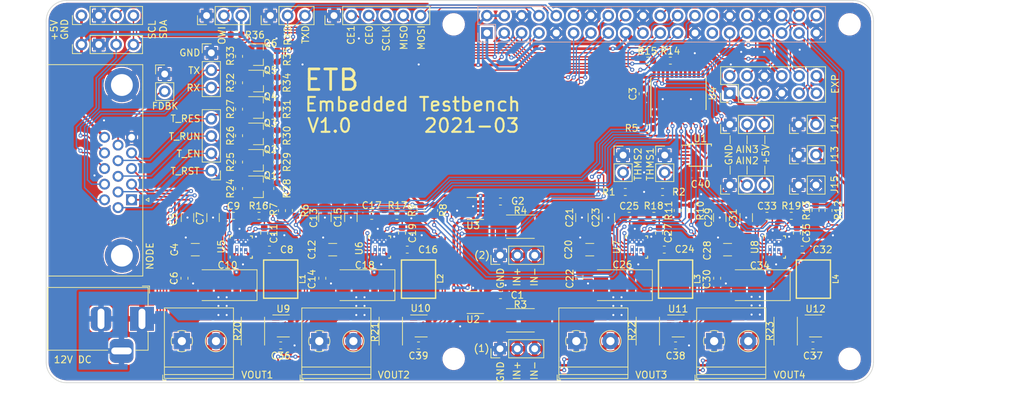
<source format=kicad_pcb>
(kicad_pcb (version 20171130) (host pcbnew 5.1.9+dfsg1-1~bpo10+1)
  (title_block (title "Embedded Testbench (ETB)") (date 2021-03-05) (rev 0.1) (company "UAS Technikum Wien"))
  (layers (0 F.Cu signal) (31 B.Cu signal) (34 B.Paste user) (35 F.Paste user) (36 B.SilkS user) (37 F.SilkS user) (38 B.Mask user) (39 F.Mask user) (44 Edge.Cuts user))
  (net 0 "")
  (net 1 +3V3)
  (net 2 +5V)
  (net 3 GND)
  (net 4 /GPIO16)
  (net 5 +12V)
  (net 6 "Net-(C5-Pad1)")
  (net 7 "Net-(C7-Pad2)")
  (net 8 "Net-(C8-Pad2)")
  (net 9 "Net-(C8-Pad1)")
  (net 10 "Net-(C9-Pad2)")
  (net 11 /VOUT1)
  (net 12 "Net-(C11-Pad2)")
  (net 13 "Net-(C13-Pad1)")
  (net 14 "Net-(C15-Pad2)")
  (net 15 "Net-(C16-Pad2)")
  (net 16 "Net-(C16-Pad1)")
  (net 17 "Net-(C17-Pad2)")
  (net 18 /VOUT2)
  (net 19 "Net-(C19-Pad2)")
  (net 20 "Net-(C21-Pad1)")
  (net 21 "Net-(C23-Pad2)")
  (net 22 "Net-(C24-Pad1)")
  (net 23 "Net-(C24-Pad2)")
  (net 24 "Net-(C25-Pad2)")
  (net 25 /VOUT3)
  (net 26 "Net-(C27-Pad2)")
  (net 27 "Net-(C29-Pad1)")
  (net 28 "Net-(C31-Pad2)")
  (net 29 "Net-(C32-Pad1)")
  (net 30 "Net-(C32-Pad2)")
  (net 31 "Net-(C33-Pad2)")
  (net 32 /VOUT4)
  (net 33 "Net-(C35-Pad2)")
  (net 34 /AIN0)
  (net 35 /AIN1)
  (net 36 /VO1)
  (net 37 /RXS)
  (net 38 /TXS)
  (net 39 /RSTS)
  (net 40 /ENS)
  (net 41 /RUNS)
  (net 42 /RESS)
  (net 43 /VO2)
  (net 44 /VO3)
  (net 45 /VIN_A1-)
  (net 46 /VIN_A1+)
  (net 47 /VO4)
  (net 48 /VIN_A2-)
  (net 49 /VIN_A2+)
  (net 50 /SPI_CE1)
  (net 51 /SPI_CE0)
  (net 52 /SPI_SCLK)
  (net 53 /SPI_MISO)
  (net 54 /SPI_MOSI)
  (net 55 /RXD)
  (net 56 /TXD)
  (net 57 /OWI)
  (net 58 /AIN2)
  (net 59 /AIN3)
  (net 60 /SCL)
  (net 61 /SDA)
  (net 62 /FDBK)
  (net 63 /PWM0)
  (net 64 /GPIO20)
  (net 65 /GPIO24)
  (net 66 /GPIO25)
  (net 67 /GPIO21)
  (net 68 /GPIO18)
  (net 69 /PWM1)
  (net 70 /T_RES)
  (net 71 /T_RUN)
  (net 72 /T_EN)
  (net 73 /T_RST)
  (net 74 "Net-(P1-Pad27)")
  (net 75 "Net-(P1-Pad28)")
  (net 76 /EN1)
  (net 77 /EN2)
  (net 78 /EN3)
  (net 79 /EN4)
  (net 80 "Net-(R5-Pad1)")
  (net 81 /SC1)
  (net 82 /SD1)
  (net 83 /SC2)
  (net 84 /SD2)
  (net 85 /SC3)
  (net 86 /SD3)
  (net 87 /SC4)
  (net 88 /SD4)
  (net 89 "Net-(U1-Pad2)")
  (net 90 "Net-(U4-Pad13)")
  (net 91 "Net-(U4-Pad14)")
  (net 92 "Net-(U4-Pad15)")
  (net 93 "Net-(U4-Pad16)")
  (net 94 "Net-(U4-Pad17)")
  (net 95 "Net-(U4-Pad18)")
  (net 96 "Net-(U4-Pad19)")
  (net 97 "Net-(U4-Pad20)")
  (net 98 /MIC1/PG)
  (net 99 /MIC2/PG)
  (net 100 /MIC3/PG)
  (net 101 /MIC4/PG)
  (module Connector_PinHeader_2.54mm:PinHeader_1x04_P2.54mm_Vertical (layer F.Cu) (at 72.771 70.8025 90)
    (fp_text reference J21 hide)
    (fp_text value TWI2)
    (pad 4 thru_hole oval (at 0 7.62 90) (size 1.7 1.7) (drill 1) (layers *.Cu *.Mask) (net 60 /SCL))
    (pad 3 thru_hole oval (at 0 5.08 90) (size 1.7 1.7) (drill 1) (layers *.Cu *.Mask) (net 61 /SDA))
    (pad 2 thru_hole rect (at 0 2.54 90) (size 1.7 1.7) (drill 1) (layers *.Cu *.Mask) (net 3 GND))
    (pad 1 thru_hole circle (at 0 0 90) (size 1.7 1.7) (drill 1) (layers *.Cu *.Mask) (net 2 +5V))
  )
  (module Connector_PinHeader_2.54mm:PinHeader_1x04_P2.54mm_Vertical (layer F.Cu) (at 72.771 75.057 90)
    (fp_text reference J20 hide)
    (fp_text value TWI1)
    (pad 4 thru_hole oval (at 0 7.62 90) (size 1.7 1.7) (drill 1) (layers *.Cu *.Mask) (net 60 /SCL))
    (pad 3 thru_hole oval (at 0 5.08 90) (size 1.7 1.7) (drill 1) (layers *.Cu *.Mask) (net 61 /SDA))
    (pad 2 thru_hole rect (at 0 2.54 90) (size 1.7 1.7) (drill 1) (layers *.Cu *.Mask) (net 3 GND))
    (pad 1 thru_hole circle (at 0 0 90) (size 1.7 1.7) (drill 1) (layers *.Cu *.Mask) (net 2 +5V))
  )
  (module Connector_PinSocket_2.54mm:PinSocket_2x20_P2.54mm_Vertical (layer B.Cu) (at 132.17 73.37 270)
    (fp_text reference P1 hide)
    (fp_text value "RPi Header")
    (pad 1 thru_hole rect (at 0 0 270) (size 1.7 1.7) (drill 1) (layers *.Cu *.Mask) (net 1 +3V3))
    (pad 2 thru_hole oval (at -2.54 0 270) (size 1.7 1.7) (drill 1) (layers *.Cu *.Mask) (net 2 +5V))
    (pad 3 thru_hole oval (at 0 -2.54 270) (size 1.7 1.7) (drill 1) (layers *.Cu *.Mask) (net 61 /SDA))
    (pad 4 thru_hole oval (at -2.54 -2.54 270) (size 1.7 1.7) (drill 1) (layers *.Cu *.Mask) (net 2 +5V))
    (pad 5 thru_hole oval (at 0 -5.08 270) (size 1.7 1.7) (drill 1) (layers *.Cu *.Mask) (net 60 /SCL))
    (pad 6 thru_hole oval (at -2.54 -5.08 270) (size 1.7 1.7) (drill 1) (layers *.Cu *.Mask) (net 3 GND))
    (pad 7 thru_hole oval (at 0 -7.62 270) (size 1.7 1.7) (drill 1) (layers *.Cu *.Mask) (net 57 /OWI))
    (pad 8 thru_hole oval (at -2.54 -7.62 270) (size 1.7 1.7) (drill 1) (layers *.Cu *.Mask) (net 56 /TXD))
    (pad 9 thru_hole oval (at 0 -10.16 270) (size 1.7 1.7) (drill 1) (layers *.Cu *.Mask) (net 3 GND))
    (pad 10 thru_hole oval (at -2.54 -10.16 270) (size 1.7 1.7) (drill 1) (layers *.Cu *.Mask) (net 55 /RXD))
    (pad 11 thru_hole oval (at 0 -12.7 270) (size 1.7 1.7) (drill 1) (layers *.Cu *.Mask) (net 70 /T_RES))
    (pad 12 thru_hole oval (at -2.54 -12.7 270) (size 1.7 1.7) (drill 1) (layers *.Cu *.Mask) (net 68 /GPIO18))
    (pad 13 thru_hole oval (at 0 -15.24 270) (size 1.7 1.7) (drill 1) (layers *.Cu *.Mask) (net 71 /T_RUN))
    (pad 14 thru_hole oval (at -2.54 -15.24 270) (size 1.7 1.7) (drill 1) (layers *.Cu *.Mask) (net 3 GND))
    (pad 15 thru_hole oval (at 0 -17.78 270) (size 1.7 1.7) (drill 1) (layers *.Cu *.Mask) (net 72 /T_EN))
    (pad 16 thru_hole oval (at -2.54 -17.78 270) (size 1.7 1.7) (drill 1) (layers *.Cu *.Mask) (net 73 /T_RST))
    (pad 17 thru_hole oval (at 0 -20.32 270) (size 1.7 1.7) (drill 1) (layers *.Cu *.Mask) (net 1 +3V3))
    (pad 18 thru_hole oval (at -2.54 -20.32 270) (size 1.7 1.7) (drill 1) (layers *.Cu *.Mask) (net 65 /GPIO24))
    (pad 19 thru_hole oval (at 0 -22.86 270) (size 1.7 1.7) (drill 1) (layers *.Cu *.Mask) (net 54 /SPI_MOSI))
    (pad 20 thru_hole oval (at -2.54 -22.86 270) (size 1.7 1.7) (drill 1) (layers *.Cu *.Mask) (net 3 GND))
    (pad 21 thru_hole oval (at 0 -25.4 270) (size 1.7 1.7) (drill 1) (layers *.Cu *.Mask) (net 53 /SPI_MISO))
    (pad 22 thru_hole oval (at -2.54 -25.4 270) (size 1.7 1.7) (drill 1) (layers *.Cu *.Mask) (net 66 /GPIO25))
    (pad 23 thru_hole oval (at 0 -27.94 270) (size 1.7 1.7) (drill 1) (layers *.Cu *.Mask) (net 52 /SPI_SCLK))
    (pad 24 thru_hole oval (at -2.54 -27.94 270) (size 1.7 1.7) (drill 1) (layers *.Cu *.Mask) (net 51 /SPI_CE0))
    (pad 25 thru_hole oval (at 0 -30.48 270) (size 1.7 1.7) (drill 1) (layers *.Cu *.Mask) (net 3 GND))
    (pad 26 thru_hole oval (at -2.54 -30.48 270) (size 1.7 1.7) (drill 1) (layers *.Cu *.Mask) (net 50 /SPI_CE1))
    (pad 27 thru_hole oval (at 0 -33.02 270) (size 1.7 1.7) (drill 1) (layers *.Cu *.Mask) (net 74 "Net-(P1-Pad27)"))
    (pad 28 thru_hole oval (at -2.54 -33.02 270) (size 1.7 1.7) (drill 1) (layers *.Cu *.Mask) (net 75 "Net-(P1-Pad28)"))
    (pad 29 thru_hole oval (at 0 -35.56 270) (size 1.7 1.7) (drill 1) (layers *.Cu *.Mask) (net 76 /EN1))
    (pad 30 thru_hole oval (at -2.54 -35.56 270) (size 1.7 1.7) (drill 1) (layers *.Cu *.Mask) (net 3 GND))
    (pad 31 thru_hole oval (at 0 -38.1 270) (size 1.7 1.7) (drill 1) (layers *.Cu *.Mask) (net 77 /EN2))
    (pad 32 thru_hole oval (at -2.54 -38.1 270) (size 1.7 1.7) (drill 1) (layers *.Cu *.Mask) (net 63 /PWM0))
    (pad 33 thru_hole oval (at 0 -40.64 270) (size 1.7 1.7) (drill 1) (layers *.Cu *.Mask) (net 69 /PWM1))
    (pad 34 thru_hole oval (at -2.54 -40.64 270) (size 1.7 1.7) (drill 1) (layers *.Cu *.Mask) (net 3 GND))
    (pad 35 thru_hole oval (at 0 -43.18 270) (size 1.7 1.7) (drill 1) (layers *.Cu *.Mask) (net 78 /EN3))
    (pad 36 thru_hole oval (at -2.54 -43.18 270) (size 1.7 1.7) (drill 1) (layers *.Cu *.Mask) (net 4 /GPIO16))
    (pad 37 thru_hole oval (at 0 -45.72 270) (size 1.7 1.7) (drill 1) (layers *.Cu *.Mask) (net 79 /EN4))
    (pad 38 thru_hole oval (at -2.54 -45.72 270) (size 1.7 1.7) (drill 1) (layers *.Cu *.Mask) (net 64 /GPIO20))
    (pad 39 thru_hole oval (at 0 -48.26 270) (size 1.7 1.7) (drill 1) (layers *.Cu *.Mask) (net 3 GND))
    (pad 40 thru_hole oval (at -2.54 -48.26 270) (size 1.7 1.7) (drill 1) (layers *.Cu *.Mask) (net 67 /GPIO21))
  )
  (module Connector_Dsub:DSUB-15-HD_Female_Horizontal_P2.29x1.98mm_EdgePinOffset8.35mm_Housed_MountingHolesOffset10.89mm (layer F.Cu) (at 80.112 97.803 270)
    (fp_text reference J24 hide)
    (fp_text value WSN_NODE)
    (pad 1 thru_hole rect (at 0 0 270) (size 1.6 1.6) (drill 1) (layers *.Cu *.Mask) (net 36 /VO1))
    (pad 2 thru_hole circle (at -2.29 0 270) (size 1.6 1.6) (drill 1) (layers *.Cu *.Mask) (net 43 /VO2))
    (pad 3 thru_hole circle (at -4.58 0 270) (size 1.6 1.6) (drill 1) (layers *.Cu *.Mask) (net 44 /VO3))
    (pad 4 thru_hole circle (at -6.87 0 270) (size 1.6 1.6) (drill 1) (layers *.Cu *.Mask) (net 47 /VO4))
    (pad 5 thru_hole circle (at -9.16 0 270) (size 1.6 1.6) (drill 1) (layers *.Cu *.Mask) (net 3 GND))
    (pad 6 thru_hole circle (at 1.145 1.98 270) (size 1.6 1.6) (drill 1) (layers *.Cu *.Mask) (net 39 /RSTS))
    (pad 7 thru_hole circle (at -1.145 1.98 270) (size 1.6 1.6) (drill 1) (layers *.Cu *.Mask) (net 40 /ENS))
    (pad 8 thru_hole circle (at -3.435 1.98 270) (size 1.6 1.6) (drill 1) (layers *.Cu *.Mask) (net 41 /RUNS))
    (pad 9 thru_hole circle (at -5.725 1.98 270) (size 1.6 1.6) (drill 1) (layers *.Cu *.Mask) (net 42 /RESS))
    (pad 10 thru_hole circle (at -8.015 1.98 270) (size 1.6 1.6) (drill 1) (layers *.Cu *.Mask) (net 62 /FDBK))
    (pad 11 thru_hole circle (at 0 3.96 270) (size 1.6 1.6) (drill 1) (layers *.Cu *.Mask) (net 38 /TXS))
    (pad 12 thru_hole circle (at -2.29 3.96 270) (size 1.6 1.6) (drill 1) (layers *.Cu *.Mask) (net 37 /RXS))
    (pad 13 thru_hole circle (at -4.58 3.96 270) (size 1.6 1.6) (drill 1) (layers *.Cu *.Mask) (net 61 /SDA))
    (pad 14 thru_hole circle (at -6.87 3.96 270) (size 1.6 1.6) (drill 1) (layers *.Cu *.Mask) (net 60 /SCL))
    (pad 15 thru_hole circle (at -9.16 3.96 270) (size 1.6 1.6) (drill 1) (layers *.Cu *.Mask) (net 2 +5V))
    (pad 0 thru_hole circle (at -16.815 1.42 270) (size 5 5) (drill 3.2) (layers *.Cu *.Mask) (net 3 GND))
    (pad 0 thru_hole circle (at 8.185 1.42 270) (size 5 5) (drill 3.2) (layers *.Cu *.Mask) (net 3 GND))
  )
  (module Resistor_SMD:R_0603_1608Metric (layer F.Cu) (at 95.4155 73.6095 180)
    (fp_text reference R36 (at -2.7555 -0.0505 180) (layer F.SilkS))
    (fp_text value 10k)
    (pad 2 smd roundrect (at 0.7875 0 180) (size 0.875 0.95) (layers F.Cu F.Paste F.Mask) (net 57 /OWI))
    (pad 1 smd roundrect (at -0.7875 0 180) (size 0.875 0.95) (layers F.Cu F.Paste F.Mask) (net 2 +5V))
  )
  (module Capacitor_Tantalum_SMD:CP_EIA-7343-31_Kemet-D (layer F.Cu) (at 172.187 110.3125 180)
    (fp_text reference C34 (at 0.0385 2.8705) (layer F.SilkS))
    (fp_text value 100u)
    (pad 2 smd roundrect (at 3.1125 0 180) (size 2.075 2.55) (layers F.Cu F.Paste F.Mask) (roundrect_rratio 0.1204819277108434) (net 3 GND))
    (pad 1 smd roundrect (at -3.1125 0 180) (size 2.075 2.55) (layers F.Cu F.Paste F.Mask) (roundrect_rratio 0.1204819277108434) (net 32 /VOUT4))
  )
  (module MountingHole:MountingHole_2.7mm_M2.5 (layer F.Cu) (at 185.3 121.1)
    (fp_text reference MK4 hide)
    (fp_text value M2.5)
    (pad 1 np_thru_hole circle (at 0 0) (size 2.7 2.7) (drill 2.7) (layers *.Cu *.Mask))
  )
  (module MountingHole:MountingHole_2.7mm_M2.5 (layer F.Cu) (at 127.3 121.1)
    (fp_text reference MK3 hide)
    (fp_text value M2.5)
    (pad 1 np_thru_hole circle (at 0 0) (size 2.7 2.7) (drill 2.7) (layers *.Cu *.Mask))
  )
  (module MountingHole:MountingHole_2.7mm_M2.5 (layer F.Cu) (at 185.3 72.1 180)
    (fp_text reference MK2 hide)
    (fp_text value M2.5)
    (pad 1 np_thru_hole circle (at 0 0 180) (size 2.7 2.7) (drill 2.7) (layers *.Cu *.Mask))
  )
  (module MountingHole:MountingHole_2.7mm_M2.5 (layer F.Cu) (at 127.3 72.1 180)
    (fp_text reference MK1 hide)
    (fp_text value M2.5)
    (pad 1 np_thru_hole circle (at 0 0 180) (size 2.7 2.7) (drill 2.7) (layers *.Cu *.Mask))
  )
  (module Capacitor_SMD:C_0603_1608Metric (layer F.Cu) (at 134.1505 111.773)
    (fp_text reference C1 (at 2.4765 0) (layer F.SilkS))
    (fp_text value 100n)
    (pad 1 smd roundrect (at -0.7875 0) (size 0.875 0.95) (layers F.Cu F.Paste F.Mask) (net 2 +5V))
    (pad 2 smd roundrect (at 0.7875 0) (size 0.875 0.95) (layers F.Cu F.Paste F.Mask) (net 3 GND))
  )
  (module Capacitor_SMD:C_0603_1608Metric (layer F.Cu) (at 134.1505 98.057)
    (fp_text reference C2 (at 2.54 -0.0635) (layer F.SilkS))
    (fp_text value 100n)
    (pad 2 smd roundrect (at 0.7875 0) (size 0.875 0.95) (layers F.Cu F.Paste F.Mask) (net 3 GND))
    (pad 1 smd roundrect (at -0.7875 0) (size 0.875 0.95) (layers F.Cu F.Paste F.Mask) (net 2 +5V))
  )
  (module Capacitor_SMD:C_0603_1608Metric (layer F.Cu) (at 154.9785 82.271 270)
    (fp_text reference C3 (at 0.025 1.4355 90) (layer F.SilkS))
    (fp_text value 100n)
    (pad 2 smd roundrect (at 0.7875 0 270) (size 0.875 0.95) (layers F.Cu F.Paste F.Mask) (net 3 GND))
    (pad 1 smd roundrect (at -0.7875 0 270) (size 0.875 0.95) (layers F.Cu F.Paste F.Mask) (net 2 +5V))
  )
  (module Capacitor_SMD:C_1206_3216Metric (layer F.Cu) (at 89.4465 105.1055 180)
    (fp_text reference C4 (at 3.048 0 90) (layer F.SilkS))
    (fp_text value 22u)
    (pad 1 smd roundrect (at -1.4 0 180) (size 1.25 1.75) (layers F.Cu F.Paste F.Mask) (roundrect_rratio 0.2) (net 5 +12V))
    (pad 2 smd roundrect (at 1.4 0 180) (size 1.25 1.75) (layers F.Cu F.Paste F.Mask) (roundrect_rratio 0.2) (net 3 GND))
  )
  (module Capacitor_SMD:C_1206_3216Metric (layer F.Cu) (at 88.3035 100.4065 90)
    (fp_text reference C5 (at -0.245501 -2.058501 90) (layer F.SilkS))
    (fp_text value 2.2u)
    (pad 1 smd roundrect (at -1.4 0 90) (size 1.25 1.75) (layers F.Cu F.Paste F.Mask) (roundrect_rratio 0.2) (net 6 "Net-(C5-Pad1)"))
    (pad 2 smd roundrect (at 1.4 0 90) (size 1.25 1.75) (layers F.Cu F.Paste F.Mask) (roundrect_rratio 0.2) (net 3 GND))
  )
  (module Capacitor_SMD:C_0603_1608Metric (layer F.Cu) (at 87.859 109.2965 270)
    (fp_text reference C6 (at 0 1.524 90) (layer F.SilkS))
    (fp_text value 100n)
    (pad 2 smd roundrect (at 0.7875 0 270) (size 0.875 0.95) (layers F.Cu F.Paste F.Mask) (net 3 GND))
    (pad 1 smd roundrect (at -0.7875 0 270) (size 0.875 0.95) (layers F.Cu F.Paste F.Mask) (net 5 +12V))
  )
  (module Capacitor_SMD:C_1206_3216Metric (layer F.Cu) (at 92.05 100.4065 270)
    (fp_text reference C7 (at 0.127 1.905 90) (layer F.SilkS))
    (fp_text value 2.2u)
    (pad 1 smd roundrect (at -1.4 0 270) (size 1.25 1.75) (layers F.Cu F.Paste F.Mask) (roundrect_rratio 0.2) (net 3 GND))
    (pad 2 smd roundrect (at 1.4 0 270) (size 1.25 1.75) (layers F.Cu F.Paste F.Mask) (roundrect_rratio 0.2) (net 7 "Net-(C7-Pad2)"))
  )
  (module Capacitor_SMD:C_0603_1608Metric (layer F.Cu) (at 100.305 105.1055)
    (fp_text reference C8 (at 2.54 0) (layer F.SilkS))
    (fp_text value 100n)
    (pad 2 smd roundrect (at 0.7875 0) (size 0.875 0.95) (layers F.Cu F.Paste F.Mask) (net 8 "Net-(C8-Pad2)"))
    (pad 1 smd roundrect (at -0.7875 0) (size 0.875 0.95) (layers F.Cu F.Paste F.Mask) (net 9 "Net-(C8-Pad1)"))
  )
  (module Capacitor_SMD:C_0603_1608Metric (layer F.Cu) (at 95.0345 100.1525)
    (fp_text reference C9 (at 0 -1.43) (layer F.SilkS))
    (fp_text value 47p)
    (pad 1 smd roundrect (at -0.7875 0) (size 0.875 0.95) (layers F.Cu F.Paste F.Mask) (net 3 GND))
    (pad 2 smd roundrect (at 0.7875 0) (size 0.875 0.95) (layers F.Cu F.Paste F.Mask) (net 10 "Net-(C9-Pad2)"))
  )
  (module Capacitor_Tantalum_SMD:CP_EIA-7343-31_Kemet-D (layer F.Cu) (at 94.082 110.3125 180)
    (fp_text reference C10 (at -0.0885 2.934) (layer F.SilkS))
    (fp_text value 100u)
    (pad 2 smd roundrect (at 3.1125 0 180) (size 2.075 2.55) (layers F.Cu F.Paste F.Mask) (roundrect_rratio 0.1204819277108434) (net 3 GND))
    (pad 1 smd roundrect (at -3.1125 0 180) (size 2.075 2.55) (layers F.Cu F.Paste F.Mask) (roundrect_rratio 0.1204819277108434) (net 11 /VOUT1))
  )
  (module Capacitor_SMD:C_0603_1608Metric (layer F.Cu) (at 99.543 102.6925 90)
    (fp_text reference C11 (at -0.0635 1.397 90) (layer F.SilkS))
    (fp_text value 10n)
    (pad 1 smd roundrect (at -0.7875 0 90) (size 0.875 0.95) (layers F.Cu F.Paste F.Mask) (net 3 GND))
    (pad 2 smd roundrect (at 0.7875 0 90) (size 0.875 0.95) (layers F.Cu F.Paste F.Mask) (net 12 "Net-(C11-Pad2)"))
  )
  (module Capacitor_SMD:C_1206_3216Metric (layer F.Cu) (at 109.576 105.1055 180)
    (fp_text reference C12 (at 3.048 0 90) (layer F.SilkS))
    (fp_text value 22u)
    (pad 2 smd roundrect (at 1.4 0 180) (size 1.25 1.75) (layers F.Cu F.Paste F.Mask) (roundrect_rratio 0.2) (net 3 GND))
    (pad 1 smd roundrect (at -1.4 0 180) (size 1.25 1.75) (layers F.Cu F.Paste F.Mask) (roundrect_rratio 0.2) (net 5 +12V))
  )
  (module Capacitor_SMD:C_1206_3216Metric (layer F.Cu) (at 108.433 100.4065 90)
    (fp_text reference C13 (at -0.0635 -1.651 90) (layer F.SilkS))
    (fp_text value 2.2u)
    (pad 2 smd roundrect (at 1.4 0 90) (size 1.25 1.75) (layers F.Cu F.Paste F.Mask) (roundrect_rratio 0.2) (net 3 GND))
    (pad 1 smd roundrect (at -1.4 0 90) (size 1.25 1.75) (layers F.Cu F.Paste F.Mask) (roundrect_rratio 0.2) (net 13 "Net-(C13-Pad1)"))
  )
  (module Capacitor_SMD:C_0603_1608Metric (layer F.Cu) (at 108.052 109.2965 270)
    (fp_text reference C14 (at 0.127 1.524 270) (layer F.SilkS))
    (fp_text value 100n)
    (pad 1 smd roundrect (at -0.7875 0 270) (size 0.875 0.95) (layers F.Cu F.Paste F.Mask) (net 5 +12V))
    (pad 2 smd roundrect (at 0.7875 0 270) (size 0.875 0.95) (layers F.Cu F.Paste F.Mask) (net 3 GND))
  )
  (module Capacitor_SMD:C_1206_3216Metric (layer F.Cu) (at 112.243 100.4095 270)
    (fp_text reference C15 (at -0.003 1.905 90) (layer F.SilkS))
    (fp_text value 2.2u)
    (pad 2 smd roundrect (at 1.4 0 270) (size 1.25 1.75) (layers F.Cu F.Paste F.Mask) (roundrect_rratio 0.2) (net 14 "Net-(C15-Pad2)"))
    (pad 1 smd roundrect (at -1.4 0 270) (size 1.25 1.75) (layers F.Cu F.Paste F.Mask) (roundrect_rratio 0.2) (net 3 GND))
  )
  (module Capacitor_SMD:C_0603_1608Metric (layer F.Cu) (at 120.498 105.1055)
    (fp_text reference C16 (at 3.048 0) (layer F.SilkS))
    (fp_text value 100n)
    (pad 2 smd roundrect (at 0.7875 0) (size 0.875 0.95) (layers F.Cu F.Paste F.Mask) (net 15 "Net-(C16-Pad2)"))
    (pad 1 smd roundrect (at -0.7875 0) (size 0.875 0.95) (layers F.Cu F.Paste F.Mask) (net 16 "Net-(C16-Pad1)"))
  )
  (module Capacitor_SMD:C_0603_1608Metric (layer F.Cu) (at 115.291 100.1525)
    (fp_text reference C17 (at 0 -1.524) (layer F.SilkS))
    (fp_text value 47p)
    (pad 2 smd roundrect (at 0.7875 0) (size 0.875 0.95) (layers F.Cu F.Paste F.Mask) (net 17 "Net-(C17-Pad2)"))
    (pad 1 smd roundrect (at -0.7875 0) (size 0.875 0.95) (layers F.Cu F.Paste F.Mask) (net 3 GND))
  )
  (module Capacitor_Tantalum_SMD:CP_EIA-7343-31_Kemet-D (layer F.Cu) (at 114.275 110.3125 180)
    (fp_text reference C18 (at 0 2.934) (layer F.SilkS))
    (fp_text value 100u)
    (pad 1 smd roundrect (at -3.1125 0 180) (size 2.075 2.55) (layers F.Cu F.Paste F.Mask) (roundrect_rratio 0.1204819277108434) (net 18 /VOUT2))
    (pad 2 smd roundrect (at 3.1125 0 180) (size 2.075 2.55) (layers F.Cu F.Paste F.Mask) (roundrect_rratio 0.1204819277108434) (net 3 GND))
  )
  (module Capacitor_SMD:C_0603_1608Metric (layer F.Cu) (at 119.736 102.6925 90)
    (fp_text reference C19 (at 0 1.524 90) (layer F.SilkS))
    (fp_text value 10n)
    (pad 1 smd roundrect (at -0.7875 0 90) (size 0.875 0.95) (layers F.Cu F.Paste F.Mask) (net 3 GND))
    (pad 2 smd roundrect (at 0.7875 0 90) (size 0.875 0.95) (layers F.Cu F.Paste F.Mask) (net 19 "Net-(C19-Pad2)"))
  )
  (module Capacitor_SMD:C_1206_3216Metric (layer F.Cu) (at 147.2315 105.1055 180)
    (fp_text reference C20 (at 3.1115 0 90) (layer F.SilkS))
    (fp_text value 22u)
    (pad 2 smd roundrect (at 1.4 0 180) (size 1.25 1.75) (layers F.Cu F.Paste F.Mask) (roundrect_rratio 0.2) (net 3 GND))
    (pad 1 smd roundrect (at -1.4 0 180) (size 1.25 1.75) (layers F.Cu F.Paste F.Mask) (roundrect_rratio 0.2) (net 5 +12V))
  )
  (module Capacitor_SMD:C_1206_3216Metric (layer F.Cu) (at 146.0885 100.4065 90)
    (fp_text reference C21 (at 0 -1.82 90) (layer F.SilkS))
    (fp_text value 2.2u)
    (pad 2 smd roundrect (at 1.4 0 90) (size 1.25 1.75) (layers F.Cu F.Paste F.Mask) (roundrect_rratio 0.2) (net 3 GND))
    (pad 1 smd roundrect (at -1.4 0 90) (size 1.25 1.75) (layers F.Cu F.Paste F.Mask) (roundrect_rratio 0.2) (net 20 "Net-(C21-Pad1)"))
  )
  (module Capacitor_SMD:C_0603_1608Metric (layer F.Cu) (at 145.7075 109.2965 270)
    (fp_text reference C22 (at 0.0635 1.397 90) (layer F.SilkS))
    (fp_text value 100n)
    (pad 2 smd roundrect (at 0.7875 0 270) (size 0.875 0.95) (layers F.Cu F.Paste F.Mask) (net 3 GND))
    (pad 1 smd roundrect (at -0.7875 0 270) (size 0.875 0.95) (layers F.Cu F.Paste F.Mask) (net 5 +12V))
  )
  (module Capacitor_SMD:C_1206_3216Metric (layer F.Cu) (at 149.962 100.4065 270)
    (fp_text reference C23 (at 0 1.8415 90) (layer F.SilkS))
    (fp_text value 2.2u)
    (pad 1 smd roundrect (at -1.4 0 270) (size 1.25 1.75) (layers F.Cu F.Paste F.Mask) (roundrect_rratio 0.2) (net 3 GND))
    (pad 2 smd roundrect (at 1.4 0 270) (size 1.25 1.75) (layers F.Cu F.Paste F.Mask) (roundrect_rratio 0.2) (net 21 "Net-(C23-Pad2)"))
  )
  (module Capacitor_SMD:C_0603_1608Metric (layer F.Cu) (at 158.1535 105.1055)
    (fp_text reference C24 (at 2.9845 -0.0635) (layer F.SilkS))
    (fp_text value 100n)
    (pad 1 smd roundrect (at -0.7875 0) (size 0.875 0.95) (layers F.Cu F.Paste F.Mask) (net 22 "Net-(C24-Pad1)"))
    (pad 2 smd roundrect (at 0.7875 0) (size 0.875 0.95) (layers F.Cu F.Paste F.Mask) (net 23 "Net-(C24-Pad2)"))
  )
  (module Capacitor_SMD:C_0603_1608Metric (layer F.Cu) (at 153.01 100.1525)
    (fp_text reference C25 (at 0 -1.43) (layer F.SilkS))
    (fp_text value 47p)
    (pad 1 smd roundrect (at -0.7875 0) (size 0.875 0.95) (layers F.Cu F.Paste F.Mask) (net 3 GND))
    (pad 2 smd roundrect (at 0.7875 0) (size 0.875 0.95) (layers F.Cu F.Paste F.Mask) (net 24 "Net-(C25-Pad2)"))
  )
  (module Capacitor_Tantalum_SMD:CP_EIA-7343-31_Kemet-D (layer F.Cu) (at 151.994 110.3125 180)
    (fp_text reference C26 (at -0.025 2.9975) (layer F.SilkS))
    (fp_text value 100u)
    (pad 1 smd roundrect (at -3.1125 0 180) (size 2.075 2.55) (layers F.Cu F.Paste F.Mask) (roundrect_rratio 0.1204819277108434) (net 25 /VOUT3))
    (pad 2 smd roundrect (at 3.1125 0 180) (size 2.075 2.55) (layers F.Cu F.Paste F.Mask) (roundrect_rratio 0.1204819277108434) (net 3 GND))
  )
  (module Capacitor_SMD:C_0603_1608Metric (layer F.Cu) (at 157.3915 102.6925 90)
    (fp_text reference C27 (at 0 1.3335 90) (layer F.SilkS))
    (fp_text value 10n)
    (pad 2 smd roundrect (at 0.7875 0 90) (size 0.875 0.95) (layers F.Cu F.Paste F.Mask) (net 26 "Net-(C27-Pad2)"))
    (pad 1 smd roundrect (at -0.7875 0 90) (size 0.875 0.95) (layers F.Cu F.Paste F.Mask) (net 3 GND))
  )
  (module Capacitor_SMD:C_1206_3216Metric (layer F.Cu) (at 167.4245 105.1055 180)
    (fp_text reference C28 (at 2.9845 -0.127 90) (layer F.SilkS))
    (fp_text value 22u)
    (pad 1 smd roundrect (at -1.4 0 180) (size 1.25 1.75) (layers F.Cu F.Paste F.Mask) (roundrect_rratio 0.2) (net 5 +12V))
    (pad 2 smd roundrect (at 1.4 0 180) (size 1.25 1.75) (layers F.Cu F.Paste F.Mask) (roundrect_rratio 0.2) (net 3 GND))
  )
  (module Capacitor_SMD:C_1206_3216Metric (layer F.Cu) (at 166.2815 100.4065 90)
    (fp_text reference C29 (at 0 -1.651 90) (layer F.SilkS))
    (fp_text value 2.2u)
    (pad 2 smd roundrect (at 1.4 0 90) (size 1.25 1.75) (layers F.Cu F.Paste F.Mask) (roundrect_rratio 0.2) (net 3 GND))
    (pad 1 smd roundrect (at -1.4 0 90) (size 1.25 1.75) (layers F.Cu F.Paste F.Mask) (roundrect_rratio 0.2) (net 27 "Net-(C29-Pad1)"))
  )
  (module Capacitor_SMD:C_0603_1608Metric (layer F.Cu) (at 165.9005 109.2965 270)
    (fp_text reference C30 (at 0.127 1.524 90) (layer F.SilkS))
    (fp_text value 100n)
    (pad 1 smd roundrect (at -0.7875 0 270) (size 0.875 0.95) (layers F.Cu F.Paste F.Mask) (net 5 +12V))
    (pad 2 smd roundrect (at 0.7875 0 270) (size 0.875 0.95) (layers F.Cu F.Paste F.Mask) (net 3 GND))
  )
  (module Capacitor_SMD:C_1206_3216Metric (layer F.Cu) (at 170.155 100.4065 270)
    (fp_text reference C31 (at 0.127 1.905 90) (layer F.SilkS))
    (fp_text value 2.2u)
    (pad 1 smd roundrect (at -1.4 0 270) (size 1.25 1.75) (layers F.Cu F.Paste F.Mask) (roundrect_rratio 0.2) (net 3 GND))
    (pad 2 smd roundrect (at 1.4 0 270) (size 1.25 1.75) (layers F.Cu F.Paste F.Mask) (roundrect_rratio 0.2) (net 28 "Net-(C31-Pad2)"))
  )
  (module Capacitor_SMD:C_0603_1608Metric (layer F.Cu) (at 178.3465 105.1055)
    (fp_text reference C32 (at 2.9845 0) (layer F.SilkS))
    (fp_text value 100n)
    (pad 1 smd roundrect (at -0.7875 0) (size 0.875 0.95) (layers F.Cu F.Paste F.Mask) (net 29 "Net-(C32-Pad1)"))
    (pad 2 smd roundrect (at 0.7875 0) (size 0.875 0.95) (layers F.Cu F.Paste F.Mask) (net 30 "Net-(C32-Pad2)"))
  )
  (module Capacitor_SMD:C_0603_1608Metric (layer F.Cu) (at 173.203 100.1525)
    (fp_text reference C33 (at 0 -1.43) (layer F.SilkS))
    (fp_text value 47p)
    (pad 1 smd roundrect (at -0.7875 0) (size 0.875 0.95) (layers F.Cu F.Paste F.Mask) (net 3 GND))
    (pad 2 smd roundrect (at 0.7875 0) (size 0.875 0.95) (layers F.Cu F.Paste F.Mask) (net 31 "Net-(C33-Pad2)"))
  )
  (module Capacitor_SMD:C_0603_1608Metric (layer F.Cu) (at 177.5845 102.6925 90)
    (fp_text reference C35 (at 0 1.397 90) (layer F.SilkS))
    (fp_text value 10n)
    (pad 1 smd roundrect (at -0.7875 0 90) (size 0.875 0.95) (layers F.Cu F.Paste F.Mask) (net 3 GND))
    (pad 2 smd roundrect (at 0.7875 0 90) (size 0.875 0.95) (layers F.Cu F.Paste F.Mask) (net 33 "Net-(C35-Pad2)"))
  )
  (module Capacitor_SMD:C_0603_1608Metric (layer F.Cu) (at 101.956 119.139)
    (fp_text reference C36 (at 0 1.524) (layer F.SilkS))
    (fp_text value 100n)
    (pad 2 smd roundrect (at 0.7875 0) (size 0.875 0.95) (layers F.Cu F.Paste F.Mask) (net 3 GND))
    (pad 1 smd roundrect (at -0.7875 0) (size 0.875 0.95) (layers F.Cu F.Paste F.Mask) (net 2 +5V))
  )
  (module Capacitor_SMD:C_0603_1608Metric (layer F.Cu) (at 179.934 119.139)
    (fp_text reference C37 (at 0 1.524) (layer F.SilkS))
    (fp_text value 100n)
    (pad 2 smd roundrect (at 0.7875 0) (size 0.875 0.95) (layers F.Cu F.Paste F.Mask) (net 3 GND))
    (pad 1 smd roundrect (at -0.7875 0) (size 0.875 0.95) (layers F.Cu F.Paste F.Mask) (net 2 +5V))
  )
  (module Capacitor_SMD:C_0603_1608Metric (layer F.Cu) (at 159.8045 119.139)
    (fp_text reference C38 (at 0 1.524) (layer F.SilkS))
    (fp_text value 100n)
    (pad 2 smd roundrect (at 0.7875 0) (size 0.875 0.95) (layers F.Cu F.Paste F.Mask) (net 3 GND))
    (pad 1 smd roundrect (at -0.7875 0) (size 0.875 0.95) (layers F.Cu F.Paste F.Mask) (net 2 +5V))
  )
  (module Capacitor_SMD:C_0603_1608Metric (layer F.Cu) (at 122.149 119.139)
    (fp_text reference C39 (at -0.011001 1.512999) (layer F.SilkS))
    (fp_text value 100n)
    (pad 1 smd roundrect (at -0.7875 0) (size 0.875 0.95) (layers F.Cu F.Paste F.Mask) (net 2 +5V))
    (pad 2 smd roundrect (at 0.7875 0) (size 0.875 0.95) (layers F.Cu F.Paste F.Mask) (net 3 GND))
  )
  (module Connector_BarrelJack:BarrelJack_Horizontal (layer F.Cu) (at 81.636 115.2401)
    (fp_text reference J1 hide)
    (fp_text value "12V INPUT")
    (pad 1 thru_hole rect (at 0 0) (size 3.5 3.5) (drill oval 1 3) (layers *.Cu *.Mask) (net 3 GND))
    (pad 2 thru_hole roundrect (at -6 0) (size 3 3.5) (drill oval 1 3) (layers *.Cu *.Mask) (net 5 +12V))
    (pad 3 thru_hole roundrect (at -3 4.7) (size 3.5 3.5) (drill oval 3 1) (layers *.Cu *.Mask) (net 5 +12V))
  )
  (module Connector_PinHeader_2.54mm:PinHeader_1x02_P2.54mm_Vertical (layer F.Cu) (at 152.121 91.2625)
    (fp_text reference J2 hide)
    (fp_text value THMS1)
    (pad 1 thru_hole rect (at 0 0) (size 1.7 1.7) (drill 1) (layers *.Cu *.Mask) (net 3 GND))
    (pad 2 thru_hole oval (at 0 2.54) (size 1.7 1.7) (drill 1) (layers *.Cu *.Mask) (net 34 /AIN0))
  )
  (module Connector_PinHeader_2.54mm:PinHeader_1x02_P2.54mm_Vertical (layer F.Cu) (at 158.217 91.2625)
    (fp_text reference J3 hide)
    (fp_text value THMS2)
    (pad 2 thru_hole oval (at 0 2.54) (size 1.7 1.7) (drill 1) (layers *.Cu *.Mask) (net 35 /AIN1))
    (pad 1 thru_hole rect (at 0 0) (size 1.7 1.7) (drill 1) (layers *.Cu *.Mask) (net 3 GND))
  )
  (module TerminalBlock_Philmore:TerminalBlock_Philmore_TB132_1x02_P5.00mm_Horizontal (layer F.Cu) (at 87.478 118.504)
    (fp_text reference J4 hide)
    (fp_text value VOUT1)
    (pad 2 thru_hole circle (at 5 0) (size 2.4 2.4) (drill 1.2) (layers *.Cu *.Mask) (net 36 /VO1))
    (pad 1 thru_hole rect (at 0 0) (size 2.4 2.4) (drill 1.2) (layers *.Cu *.Mask) (net 3 GND))
  )
  (module Connector_PinHeader_2.54mm:PinHeader_1x03_P2.54mm_Vertical (layer F.Cu) (at 91.796 76.2765)
    (fp_text reference J5 hide)
    (fp_text value UARTS)
    (pad 3 thru_hole oval (at 0 5.08) (size 1.7 1.7) (drill 1) (layers *.Cu *.Mask) (net 37 /RXS))
    (pad 2 thru_hole oval (at 0 2.54) (size 1.7 1.7) (drill 1) (layers *.Cu *.Mask) (net 38 /TXS))
    (pad 1 thru_hole rect (at 0 0) (size 1.7 1.7) (drill 1) (layers *.Cu *.Mask) (net 3 GND))
  )
  (module Connector_PinHeader_2.54mm:PinHeader_1x04_P2.54mm_Vertical (layer F.Cu) (at 91.796 93.5485 180)
    (fp_text reference J6 hide)
    (fp_text value CTRLS)
    (pad 1 thru_hole oval (at 0 0 180) (size 1.7 1.7) (drill 1) (layers *.Cu *.Mask) (net 39 /RSTS))
    (pad 2 thru_hole oval (at 0 2.54 180) (size 1.7 1.7) (drill 1) (layers *.Cu *.Mask) (net 40 /ENS))
    (pad 3 thru_hole oval (at 0 5.08 180) (size 1.7 1.7) (drill 1) (layers *.Cu *.Mask) (net 41 /RUNS))
    (pad 4 thru_hole oval (at 0 7.62 180) (size 1.7 1.7) (drill 1) (layers *.Cu *.Mask) (net 42 /RESS))
  )
  (module TerminalBlock_Philmore:TerminalBlock_Philmore_TB132_1x02_P5.00mm_Horizontal (layer F.Cu) (at 107.6075 118.504)
    (fp_text reference J7 hide)
    (fp_text value VOUT2)
    (pad 1 thru_hole rect (at 0 0) (size 2.4 2.4) (drill 1.2) (layers *.Cu *.Mask) (net 3 GND))
    (pad 2 thru_hole circle (at 5 0) (size 2.4 2.4) (drill 1.2) (layers *.Cu *.Mask) (net 43 /VO2))
  )
  (module TerminalBlock_Philmore:TerminalBlock_Philmore_TB132_1x02_P5.00mm_Horizontal (layer F.Cu) (at 145.263 118.504)
    (fp_text reference J8 hide)
    (fp_text value VOUT3)
    (pad 2 thru_hole circle (at 5 0) (size 2.4 2.4) (drill 1.2) (layers *.Cu *.Mask) (net 44 /VO3))
    (pad 1 thru_hole rect (at 0 0) (size 2.4 2.4) (drill 1.2) (layers *.Cu *.Mask) (net 3 GND))
  )
  (module Connector_PinHeader_2.54mm:PinHeader_1x03_P2.54mm_Vertical (layer F.Cu) (at 134.087 119.6216 90)
    (fp_text reference J9 hide)
    (fp_text value PM1)
    (pad 1 thru_hole rect (at 0 0 90) (size 1.7 1.7) (drill 1) (layers *.Cu *.Mask) (net 3 GND))
    (pad 2 thru_hole oval (at 0 2.54 90) (size 1.7 1.7) (drill 1) (layers *.Cu *.Mask) (net 45 /VIN_A1-))
    (pad 3 thru_hole oval (at 0 5.08 90) (size 1.7 1.7) (drill 1) (layers *.Cu *.Mask) (net 46 /VIN_A1+))
  )
  (module TerminalBlock_Philmore:TerminalBlock_Philmore_TB132_1x02_P5.00mm_Horizontal (layer F.Cu) (at 165.456 118.504)
    (fp_text reference J10 hide)
    (fp_text value VOUT4)
    (pad 1 thru_hole rect (at 0 0) (size 2.4 2.4) (drill 1.2) (layers *.Cu *.Mask) (net 3 GND))
    (pad 2 thru_hole circle (at 5 0) (size 2.4 2.4) (drill 1.2) (layers *.Cu *.Mask) (net 47 /VO4))
  )
  (module Connector_PinHeader_2.54mm:PinHeader_1x03_P2.54mm_Vertical (layer F.Cu) (at 134.087 105.931 90)
    (fp_text reference J11 hide)
    (fp_text value PM2)
    (pad 1 thru_hole rect (at 0 0 90) (size 1.7 1.7) (drill 1) (layers *.Cu *.Mask) (net 3 GND))
    (pad 2 thru_hole oval (at 0 2.54 90) (size 1.7 1.7) (drill 1) (layers *.Cu *.Mask) (net 48 /VIN_A2-))
    (pad 3 thru_hole oval (at 0 5.08 90) (size 1.7 1.7) (drill 1) (layers *.Cu *.Mask) (net 49 /VIN_A2+))
  )
  (module Connector_PinHeader_2.54mm:PinHeader_1x06_P2.54mm_Vertical (layer F.Cu) (at 109.7665 70.8155 90)
    (fp_text reference J12 hide)
    (fp_text value SPI)
    (pad 1 thru_hole rect (at 0 0 90) (size 1.7 1.7) (drill 1) (layers *.Cu *.Mask) (net 3 GND))
    (pad 2 thru_hole oval (at 0 2.54 90) (size 1.7 1.7) (drill 1) (layers *.Cu *.Mask) (net 50 /SPI_CE1))
    (pad 3 thru_hole oval (at 0 5.08 90) (size 1.7 1.7) (drill 1) (layers *.Cu *.Mask) (net 51 /SPI_CE0))
    (pad 4 thru_hole oval (at 0 7.62 90) (size 1.7 1.7) (drill 1) (layers *.Cu *.Mask) (net 52 /SPI_SCLK))
    (pad 5 thru_hole oval (at 0 10.16 90) (size 1.7 1.7) (drill 1) (layers *.Cu *.Mask) (net 53 /SPI_MISO))
    (pad 6 thru_hole oval (at 0 12.7 90) (size 1.7 1.7) (drill 1) (layers *.Cu *.Mask) (net 54 /SPI_MOSI))
  )
  (module Connector_PinHeader_2.54mm:PinHeader_1x02_P2.54mm_Vertical (layer F.Cu) (at 177.8385 91.199 90)
    (fp_text reference J13 (at -0.0635 5.2705 90) (layer F.SilkS))
    (fp_text value 5V)
    (pad 2 thru_hole oval (at 0 2.54 90) (size 1.7 1.7) (drill 1) (layers *.Cu *.Mask) (net 2 +5V))
    (pad 1 thru_hole rect (at 0 0 90) (size 1.7 1.7) (drill 1) (layers *.Cu *.Mask) (net 3 GND))
  )
  (module Connector_PinHeader_2.54mm:PinHeader_1x02_P2.54mm_Vertical (layer F.Cu) (at 177.8385 86.754 90)
    (fp_text reference J14 (at -0.127 5.2705 90) (layer F.SilkS))
    (fp_text value 3V3)
    (pad 2 thru_hole oval (at 0 2.54 90) (size 1.7 1.7) (drill 1) (layers *.Cu *.Mask) (net 1 +3V3))
    (pad 1 thru_hole rect (at 0 0 90) (size 1.7 1.7) (drill 1) (layers *.Cu *.Mask) (net 3 GND))
  )
  (module Connector_PinHeader_2.54mm:PinHeader_1x02_P2.54mm_Vertical (layer F.Cu) (at 177.8385 95.644 90)
    (fp_text reference J15 (at 0.0635 5.2705 90) (layer F.SilkS))
    (fp_text value GND)
    (pad 1 thru_hole rect (at 0 0 90) (size 1.7 1.7) (drill 1) (layers *.Cu *.Mask) (net 3 GND))
    (pad 2 thru_hole oval (at 0 2.54 90) (size 1.7 1.7) (drill 1) (layers *.Cu *.Mask) (net 3 GND))
  )
  (module Connector_PinHeader_2.54mm:PinHeader_1x03_P2.54mm_Vertical (layer F.Cu) (at 100.432 70.8155 90)
    (fp_text reference J16 hide)
    (fp_text value UART)
    (pad 1 thru_hole rect (at 0 0 90) (size 1.7 1.7) (drill 1) (layers *.Cu *.Mask) (net 3 GND))
    (pad 2 thru_hole oval (at 0 2.54 90) (size 1.7 1.7) (drill 1) (layers *.Cu *.Mask) (net 55 /RXD))
    (pad 3 thru_hole oval (at 0 5.08 90) (size 1.7 1.7) (drill 1) (layers *.Cu *.Mask) (net 56 /TXD))
  )
  (module Connector_PinHeader_2.54mm:PinHeader_1x03_P2.54mm_Vertical (layer F.Cu) (at 91.0975 70.8155 90)
    (fp_text reference J17 hide)
    (fp_text value OWI)
    (pad 3 thru_hole oval (at 0 5.08 90) (size 1.7 1.7) (drill 1) (layers *.Cu *.Mask) (net 2 +5V))
    (pad 2 thru_hole oval (at 0 2.54 90) (size 1.7 1.7) (drill 1) (layers *.Cu *.Mask) (net 57 /OWI))
    (pad 1 thru_hole rect (at 0 0 90) (size 1.7 1.7) (drill 1) (layers *.Cu *.Mask) (net 3 GND))
  )
  (module Connector_PinHeader_2.54mm:PinHeader_1x03_P2.54mm_Vertical (layer F.Cu) (at 167.742 95.644 90)
    (fp_text reference J18 hide)
    (fp_text value AIN2)
    (pad 1 thru_hole rect (at 0 0 90) (size 1.7 1.7) (drill 1) (layers *.Cu *.Mask) (net 3 GND))
    (pad 2 thru_hole oval (at 0 2.54 90) (size 1.7 1.7) (drill 1) (layers *.Cu *.Mask) (net 58 /AIN2))
    (pad 3 thru_hole oval (at 0 5.08 90) (size 1.7 1.7) (drill 1) (layers *.Cu *.Mask) (net 2 +5V))
  )
  (module Connector_PinHeader_2.54mm:PinHeader_1x03_P2.54mm_Vertical (layer F.Cu) (at 167.742 86.754 90)
    (fp_text reference J19 hide)
    (fp_text value AIN3)
    (pad 3 thru_hole oval (at 0 5.08 90) (size 1.7 1.7) (drill 1) (layers *.Cu *.Mask) (net 2 +5V))
    (pad 2 thru_hole oval (at 0 2.54 90) (size 1.7 1.7) (drill 1) (layers *.Cu *.Mask) (net 59 /AIN3))
    (pad 1 thru_hole rect (at 0 0 90) (size 1.7 1.7) (drill 1) (layers *.Cu *.Mask) (net 3 GND))
  )
  (module Connector_PinHeader_2.54mm:PinHeader_1x02_P2.54mm_Vertical (layer F.Cu) (at 84.963 79.375)
    (fp_text reference J22 hide)
    (fp_text value FDBK)
    (pad 2 thru_hole oval (at 0 2.54) (size 1.7 1.7) (drill 1) (layers *.Cu *.Mask) (net 62 /FDBK))
    (pad 1 thru_hole rect (at 0 0) (size 1.7 1.7) (drill 1) (layers *.Cu *.Mask) (net 3 GND))
  )
  (module Connector_PinHeader_2.54mm:PinHeader_2x06_P2.54mm_Vertical (layer F.Cu) (at 167.742 82.182 90)
    (fp_text reference J23 hide)
    (fp_text value EXP)
    (pad 1 thru_hole rect (at 0 0 90) (size 1.7 1.7) (drill 1) (layers *.Cu *.Mask) (net 1 +3V3))
    (pad 2 thru_hole oval (at 2.54 0 90) (size 1.7 1.7) (drill 1) (layers *.Cu *.Mask) (net 63 /PWM0))
    (pad 3 thru_hole oval (at 0 2.54 90) (size 1.7 1.7) (drill 1) (layers *.Cu *.Mask) (net 4 /GPIO16))
    (pad 4 thru_hole oval (at 2.54 2.54 90) (size 1.7 1.7) (drill 1) (layers *.Cu *.Mask) (net 64 /GPIO20))
    (pad 5 thru_hole oval (at 0 5.08 90) (size 1.7 1.7) (drill 1) (layers *.Cu *.Mask) (net 65 /GPIO24))
    (pad 6 thru_hole oval (at 2.54 5.08 90) (size 1.7 1.7) (drill 1) (layers *.Cu *.Mask) (net 3 GND))
    (pad 7 thru_hole oval (at 0 7.62 90) (size 1.7 1.7) (drill 1) (layers *.Cu *.Mask) (net 3 GND))
    (pad 8 thru_hole oval (at 2.54 7.62 90) (size 1.7 1.7) (drill 1) (layers *.Cu *.Mask) (net 66 /GPIO25))
    (pad 9 thru_hole oval (at 0 10.16 90) (size 1.7 1.7) (drill 1) (layers *.Cu *.Mask) (net 67 /GPIO21))
    (pad 10 thru_hole oval (at 2.54 10.16 90) (size 1.7 1.7) (drill 1) (layers *.Cu *.Mask) (net 68 /GPIO18))
    (pad 11 thru_hole oval (at 0 12.7 90) (size 1.7 1.7) (drill 1) (layers *.Cu *.Mask) (net 69 /PWM1))
    (pad 12 thru_hole oval (at 2.54 12.7 90) (size 1.7 1.7) (drill 1) (layers *.Cu *.Mask) (net 2 +5V))
  )
  (module myfootprint:L_Bourns-SRN5040 (layer F.Cu) (at 101.956 109.4235 270)
    (fp_text reference L1 (at -0.013 -3.2 90) (layer F.SilkS) (effects (font (size 0.8 0.8))))
    (fp_text value 2.2u)
    (pad 1 smd rect (at -1.8 0 270) (size 1.5 4) (layers F.Cu F.Paste F.Mask) (net 8 "Net-(C8-Pad2)"))
    (pad 2 smd rect (at 1.8 0 270) (size 1.5 4) (layers F.Cu F.Paste F.Mask) (net 11 /VOUT1))
  )
  (module myfootprint:L_Bourns-SRN5040 (layer F.Cu) (at 122.149 109.4235 270)
    (fp_text reference L2 (at -0.0765 -3.2 90) (layer F.SilkS) (effects (font (size 0.8 0.8))))
    (fp_text value 2.2u)
    (pad 2 smd rect (at 1.8 0 270) (size 1.5 4) (layers F.Cu F.Paste F.Mask) (net 18 /VOUT2))
    (pad 1 smd rect (at -1.8 0 270) (size 1.5 4) (layers F.Cu F.Paste F.Mask) (net 15 "Net-(C16-Pad2)"))
  )
  (module myfootprint:L_Bourns-SRN5040 (layer F.Cu) (at 159.8045 109.4235 270)
    (fp_text reference L3 (at -0.013 -3.2 90) (layer F.SilkS) (effects (font (size 0.8 0.8))))
    (fp_text value 2.2u)
    (pad 2 smd rect (at 1.8 0 270) (size 1.5 4) (layers F.Cu F.Paste F.Mask) (net 25 /VOUT3))
    (pad 1 smd rect (at -1.8 0 270) (size 1.5 4) (layers F.Cu F.Paste F.Mask) (net 23 "Net-(C24-Pad2)"))
  )
  (module myfootprint:L_Bourns-SRN5040 (layer F.Cu) (at 179.9975 109.4235 270)
    (fp_text reference L4 (at -0.013 -3.2635 90) (layer F.SilkS) (effects (font (size 0.8 0.8))))
    (fp_text value 2.2u)
    (pad 1 smd rect (at -1.8 0 270) (size 1.5 4) (layers F.Cu F.Paste F.Mask) (net 30 "Net-(C32-Pad2)"))
    (pad 2 smd rect (at 1.8 0 270) (size 1.5 4) (layers F.Cu F.Paste F.Mask) (net 32 /VOUT4))
  )
  (module Package_TO_SOT_SMD:SOT-23 (layer F.Cu) (at 98.654 95.898)
    (fp_text reference Q1 (at 1.803 -1.664) (layer F.SilkS))
    (fp_text value BSS138)
    (pad 3 smd rect (at 1 0) (size 0.9 0.8) (layers F.Cu F.Paste F.Mask) (net 73 /T_RST))
    (pad 2 smd rect (at -1 0.95) (size 0.9 0.8) (layers F.Cu F.Paste F.Mask) (net 39 /RSTS))
    (pad 1 smd rect (at -1 -0.95) (size 0.9 0.8) (layers F.Cu F.Paste F.Mask) (net 11 /VOUT1))
  )
  (module Package_TO_SOT_SMD:SOT-23 (layer F.Cu) (at 98.654 92.0245)
    (fp_text reference Q2 (at 1.803 -1.6005) (layer F.SilkS))
    (fp_text value BSS138)
    (pad 1 smd rect (at -1 -0.95) (size 0.9 0.8) (layers F.Cu F.Paste F.Mask) (net 11 /VOUT1))
    (pad 2 smd rect (at -1 0.95) (size 0.9 0.8) (layers F.Cu F.Paste F.Mask) (net 40 /ENS))
    (pad 3 smd rect (at 1 0) (size 0.9 0.8) (layers F.Cu F.Paste F.Mask) (net 72 /T_EN))
  )
  (module Package_TO_SOT_SMD:SOT-23 (layer F.Cu) (at 98.654 88.151)
    (fp_text reference Q3 (at 1.803 -1.6005) (layer F.SilkS))
    (fp_text value BSS138)
    (pad 1 smd rect (at -1 -0.95) (size 0.9 0.8) (layers F.Cu F.Paste F.Mask) (net 11 /VOUT1))
    (pad 2 smd rect (at -1 0.95) (size 0.9 0.8) (layers F.Cu F.Paste F.Mask) (net 41 /RUNS))
    (pad 3 smd rect (at 1 0) (size 0.9 0.8) (layers F.Cu F.Paste F.Mask) (net 71 /T_RUN))
  )
  (module Package_TO_SOT_SMD:SOT-23 (layer F.Cu) (at 98.654 84.2775)
    (fp_text reference Q4 (at 1.803 -1.6005) (layer F.SilkS))
    (fp_text value BSS138)
    (pad 3 smd rect (at 1 0) (size 0.9 0.8) (layers F.Cu F.Paste F.Mask) (net 70 /T_RES))
    (pad 2 smd rect (at -1 0.95) (size 0.9 0.8) (layers F.Cu F.Paste F.Mask) (net 42 /RESS))
    (pad 1 smd rect (at -1 -0.95) (size 0.9 0.8) (layers F.Cu F.Paste F.Mask) (net 11 /VOUT1))
  )
  (module Package_TO_SOT_SMD:SOT-23 (layer F.Cu) (at 98.67 80.404)
    (fp_text reference Q5 (at 1.787 -1.6005) (layer F.SilkS))
    (fp_text value BSS138)
    (pad 1 smd rect (at -1 -0.95) (size 0.9 0.8) (layers F.Cu F.Paste F.Mask) (net 11 /VOUT1))
    (pad 2 smd rect (at -1 0.95) (size 0.9 0.8) (layers F.Cu F.Paste F.Mask) (net 37 /RXS))
    (pad 3 smd rect (at 1 0) (size 0.9 0.8) (layers F.Cu F.Paste F.Mask) (net 56 /TXD))
  )
  (module Package_TO_SOT_SMD:SOT-23 (layer F.Cu) (at 98.654 76.5305)
    (fp_text reference Q6 (at 1.803 -1.664 180) (layer F.SilkS))
    (fp_text value BSS138)
    (pad 3 smd rect (at 1 0) (size 0.9 0.8) (layers F.Cu F.Paste F.Mask) (net 55 /RXD))
    (pad 2 smd rect (at -1 0.95) (size 0.9 0.8) (layers F.Cu F.Paste F.Mask) (net 38 /TXS))
    (pad 1 smd rect (at -1 -0.95) (size 0.9 0.8) (layers F.Cu F.Paste F.Mask) (net 11 /VOUT1))
  )
  (module Resistor_SMD:R_0603_1608Metric (layer F.Cu) (at 152.4385 96.66 180)
    (fp_text reference R1 (at 2.413 0) (layer F.SilkS))
    (fp_text value "10k (0.1%)")
    (pad 2 smd roundrect (at 0.7875 0 180) (size 0.875 0.95) (layers F.Cu F.Paste F.Mask) (net 34 /AIN0))
    (pad 1 smd roundrect (at -0.7875 0 180) (size 0.875 0.95) (layers F.Cu F.Paste F.Mask) (net 2 +5V))
  )
  (module Resistor_SMD:R_0603_1608Metric (layer F.Cu) (at 157.8995 96.66)
    (fp_text reference R2 (at 2.375 0) (layer F.SilkS))
    (fp_text value "10k (0.1%)")
    (pad 1 smd roundrect (at -0.7875 0) (size 0.875 0.95) (layers F.Cu F.Paste F.Mask) (net 2 +5V))
    (pad 2 smd roundrect (at 0.7875 0) (size 0.875 0.95) (layers F.Cu F.Paste F.Mask) (net 35 /AIN1))
  )
  (module Resistor_SMD:R_2512_6332Metric (layer F.Cu) (at 137.0715 115.456 180)
    (fp_text reference R3 (at 0 2.299) (layer F.SilkS))
    (fp_text value 0.1)
    (pad 1 smd roundrect (at -2.9 0 180) (size 1.35 3.35) (layers F.Cu F.Paste F.Mask) (roundrect_rratio 0.1851844444444445) (net 46 /VIN_A1+))
    (pad 2 smd roundrect (at 2.9 0 180) (size 1.35 3.35) (layers F.Cu F.Paste F.Mask) (roundrect_rratio 0.1851844444444445) (net 45 /VIN_A1-))
  )
  (module Resistor_SMD:R_2512_6332Metric (layer F.Cu) (at 137.0715 101.74 180)
    (fp_text reference R4 (at 0 2.3625) (layer F.SilkS))
    (fp_text value 0.1)
    (pad 2 smd roundrect (at 2.9 0 180) (size 1.35 3.35) (layers F.Cu F.Paste F.Mask) (roundrect_rratio 0.1851844444444445) (net 48 /VIN_A2-))
    (pad 1 smd roundrect (at -2.9 0 180) (size 1.35 3.35) (layers F.Cu F.Paste F.Mask) (roundrect_rratio 0.1851844444444445) (net 49 /VIN_A2+))
  )
  (module Resistor_SMD:R_0603_1608Metric (layer F.Cu) (at 155.7405 87.3255 180)
    (fp_text reference R5 (at 2.388 0.013) (layer F.SilkS))
    (fp_text value 10k)
    (pad 2 smd roundrect (at 0.7875 0 180) (size 0.875 0.95) (layers F.Cu F.Paste F.Mask) (net 2 +5V))
    (pad 1 smd roundrect (at -0.7875 0 180) (size 0.875 0.95) (layers F.Cu F.Paste F.Mask) (net 80 "Net-(R5-Pad1)"))
  )
  (module Resistor_SMD:R_0603_1608Metric (layer F.Cu) (at 104.1785 99.365 270)
    (fp_text reference R6 (at 0.0255 -1.3335 270) (layer F.SilkS))
    (fp_text value 10k)
    (pad 1 smd roundrect (at -0.7875 0 270) (size 0.875 0.95) (layers F.Cu F.Paste F.Mask) (net 2 +5V))
    (pad 2 smd roundrect (at 0.7875 0 270) (size 0.875 0.95) (layers F.Cu F.Paste F.Mask) (net 81 /SC1))
  )
  (module Resistor_SMD:R_0603_1608Metric (layer F.Cu) (at 102.1465 99.3905 270)
    (fp_text reference R7 (at -0.1905 1.2065 270) (layer F.SilkS))
    (fp_text value 10k)
    (pad 2 smd roundrect (at 0.7875 0 270) (size 0.875 0.95) (layers F.Cu F.Paste F.Mask) (net 82 /SD1))
    (pad 1 smd roundrect (at -0.7875 0 270) (size 0.875 0.95) (layers F.Cu F.Paste F.Mask) (net 2 +5V))
  )
  (module Resistor_SMD:R_0603_1608Metric (layer F.Cu) (at 124.435 99.365 270)
    (fp_text reference R8 (at -0.038 -1.3335 90) (layer F.SilkS))
    (fp_text value 10k)
    (pad 1 smd roundrect (at -0.7875 0 270) (size 0.875 0.95) (layers F.Cu F.Paste F.Mask) (net 2 +5V))
    (pad 2 smd roundrect (at 0.7875 0 270) (size 0.875 0.95) (layers F.Cu F.Paste F.Mask) (net 83 /SC2))
  )
  (module Resistor_SMD:R_0603_1608Metric (layer F.Cu) (at 122.4665 99.365 270)
    (fp_text reference R9 (at -0.038 1.27 270) (layer F.SilkS))
    (fp_text value 10k)
    (pad 2 smd roundrect (at 0.7875 0 270) (size 0.875 0.95) (layers F.Cu F.Paste F.Mask) (net 84 /SD2))
    (pad 1 smd roundrect (at -0.7875 0 270) (size 0.875 0.95) (layers F.Cu F.Paste F.Mask) (net 2 +5V))
  )
  (module Resistor_SMD:R_0603_1608Metric (layer F.Cu) (at 162.0905 99.3651 270)
    (fp_text reference R10 (at 0.0254 -1.3335 270) (layer F.SilkS))
    (fp_text value 10k)
    (pad 2 smd roundrect (at 0.7875 0 270) (size 0.875 0.95) (layers F.Cu F.Paste F.Mask) (net 85 /SC3))
    (pad 1 smd roundrect (at -0.7875 0 270) (size 0.875 0.95) (layers F.Cu F.Paste F.Mask) (net 2 +5V))
  )
  (module Resistor_SMD:R_0603_1608Metric (layer F.Cu) (at 160.122 99.365 270)
    (fp_text reference R11 (at 0.0255 1.3335 270) (layer F.SilkS))
    (fp_text value 10k)
    (pad 2 smd roundrect (at 0.7875 0 270) (size 0.875 0.95) (layers F.Cu F.Paste F.Mask) (net 86 /SD3))
    (pad 1 smd roundrect (at -0.7875 0 270) (size 0.875 0.95) (layers F.Cu F.Paste F.Mask) (net 2 +5V))
  )
  (module Resistor_SMD:R_0603_1608Metric (layer F.Cu) (at 182.22 99.3651 270)
    (fp_text reference R12 (at -0.0381 -1.397 270) (layer F.SilkS))
    (fp_text value 10k)
    (pad 1 smd roundrect (at -0.7875 0 270) (size 0.875 0.95) (layers F.Cu F.Paste F.Mask) (net 2 +5V))
    (pad 2 smd roundrect (at 0.7875 0 270) (size 0.875 0.95) (layers F.Cu F.Paste F.Mask) (net 87 /SC4))
  )
  (module Resistor_SMD:R_0603_1608Metric (layer F.Cu) (at 180.315 99.3651 270)
    (fp_text reference R13 (at 0 1.3335 90) (layer F.SilkS))
    (fp_text value 10k)
    (pad 1 smd roundrect (at -0.7875 0 270) (size 0.875 0.95) (layers F.Cu F.Paste F.Mask) (net 2 +5V))
    (pad 2 smd roundrect (at 0.7875 0 270) (size 0.875 0.95) (layers F.Cu F.Paste F.Mask) (net 88 /SD4))
  )
  (module Resistor_SMD:R_0603_1608Metric (layer F.Cu) (at 159.0425 77.4195 180)
    (fp_text reference R14 (at 0 1.41) (layer F.SilkS))
    (fp_text value 10k)
    (pad 1 smd roundrect (at -0.7875 0 180) (size 0.875 0.95) (layers F.Cu F.Paste F.Mask) (net 2 +5V))
    (pad 2 smd roundrect (at 0.7875 0 180) (size 0.875 0.95) (layers F.Cu F.Paste F.Mask) (net 60 /SCL))
  )
  (module Resistor_SMD:R_0603_1608Metric (layer F.Cu) (at 155.7405 77.4195)
    (fp_text reference R15 (at -0.0635 -1.397) (layer F.SilkS))
    (fp_text value 10k)
    (pad 2 smd roundrect (at 0.7875 0) (size 0.875 0.95) (layers F.Cu F.Paste F.Mask) (net 61 /SDA))
    (pad 1 smd roundrect (at -0.7875 0) (size 0.875 0.95) (layers F.Cu F.Paste F.Mask) (net 2 +5V))
  )
  (module Resistor_SMD:R_0603_1608Metric (layer F.Cu) (at 98.781 100.1525 180)
    (fp_text reference R16 (at 0.0635 1.4605) (layer F.SilkS))
    (fp_text value 2.7k)
    (pad 2 smd roundrect (at 0.7875 0 180) (size 0.875 0.95) (layers F.Cu F.Paste F.Mask) (net 10 "Net-(C9-Pad2)"))
    (pad 1 smd roundrect (at -0.7875 0 180) (size 0.875 0.95) (layers F.Cu F.Paste F.Mask) (net 12 "Net-(C11-Pad2)"))
  )
  (module Resistor_SMD:R_0603_1608Metric (layer F.Cu) (at 118.974 100.1525 180)
    (fp_text reference R17 (at -0.1015 1.524) (layer F.SilkS))
    (fp_text value 2.7k)
    (pad 1 smd roundrect (at -0.7875 0 180) (size 0.875 0.95) (layers F.Cu F.Paste F.Mask) (net 19 "Net-(C19-Pad2)"))
    (pad 2 smd roundrect (at 0.7875 0 180) (size 0.875 0.95) (layers F.Cu F.Paste F.Mask) (net 17 "Net-(C17-Pad2)"))
  )
  (module Resistor_SMD:R_0603_1608Metric (layer F.Cu) (at 156.6295 100.1525 180)
    (fp_text reference R18 (at 0.038 1.4605) (layer F.SilkS))
    (fp_text value 2.7k)
    (pad 1 smd roundrect (at -0.7875 0 180) (size 0.875 0.95) (layers F.Cu F.Paste F.Mask) (net 26 "Net-(C27-Pad2)"))
    (pad 2 smd roundrect (at 0.7875 0 180) (size 0.875 0.95) (layers F.Cu F.Paste F.Mask) (net 24 "Net-(C25-Pad2)"))
  )
  (module Resistor_SMD:R_0603_1608Metric (layer F.Cu) (at 176.759 100.1525 180)
    (fp_text reference R19 (at 0 1.4605) (layer F.SilkS))
    (fp_text value 2.7k)
    (pad 2 smd roundrect (at 0.7875 0 180) (size 0.875 0.95) (layers F.Cu F.Paste F.Mask) (net 31 "Net-(C33-Pad2)"))
    (pad 1 smd roundrect (at -0.7875 0 180) (size 0.875 0.95) (layers F.Cu F.Paste F.Mask) (net 33 "Net-(C35-Pad2)"))
  )
  (module Resistor_SMD:R_2512_6332Metric (layer F.Cu) (at 97.892 117.0435 270)
    (fp_text reference R20 (at -0.013 2.261 90) (layer F.SilkS))
    (fp_text value 0.1)
    (pad 2 smd roundrect (at 2.9 0 270) (size 1.35 3.35) (layers F.Cu F.Paste F.Mask) (roundrect_rratio 0.1851844444444445) (net 36 /VO1))
    (pad 1 smd roundrect (at -2.9 0 270) (size 1.35 3.35) (layers F.Cu F.Paste F.Mask) (roundrect_rratio 0.1851844444444445) (net 11 /VOUT1))
  )
  (module Resistor_SMD:R_2512_6332Metric (layer F.Cu) (at 118.085 117.0435 270)
    (fp_text reference R21 (at 0.160999 2.3245 90) (layer F.SilkS))
    (fp_text value 0.1)
    (pad 1 smd roundrect (at -2.9 0 270) (size 1.35 3.35) (layers F.Cu F.Paste F.Mask) (roundrect_rratio 0.1851844444444445) (net 18 /VOUT2))
    (pad 2 smd roundrect (at 2.9 0 270) (size 1.35 3.35) (layers F.Cu F.Paste F.Mask) (roundrect_rratio 0.1851844444444445) (net 43 /VO2))
  )
  (module Resistor_SMD:R_2512_6332Metric (layer F.Cu) (at 155.7405 117.0435 270)
    (fp_text reference R22 (at -0.013 2.3245 90) (layer F.SilkS))
    (fp_text value 0.1)
    (pad 1 smd roundrect (at -2.9 0 270) (size 1.35 3.35) (layers F.Cu F.Paste F.Mask) (roundrect_rratio 0.1851844444444445) (net 25 /VOUT3))
    (pad 2 smd roundrect (at 2.9 0 270) (size 1.35 3.35) (layers F.Cu F.Paste F.Mask) (roundrect_rratio 0.1851844444444445) (net 44 /VO3))
  )
  (module Resistor_SMD:R_2512_6332Metric (layer F.Cu) (at 175.9335 117.0435 270)
    (fp_text reference R23 (at -0.013 2.3245 90) (layer F.SilkS))
    (fp_text value 0.1)
    (pad 2 smd roundrect (at 2.9 0 270) (size 1.35 3.35) (layers F.Cu F.Paste F.Mask) (roundrect_rratio 0.1851844444444445) (net 47 /VO4))
    (pad 1 smd roundrect (at -2.9 0 270) (size 1.35 3.35) (layers F.Cu F.Paste F.Mask) (roundrect_rratio 0.1851844444444445) (net 32 /VOUT4))
  )
  (module Resistor_SMD:R_0603_1608Metric (layer F.Cu) (at 95.86 96.152 270)
    (fp_text reference R24 (at 0 1.27 90) (layer F.SilkS))
    (fp_text value 10k)
    (pad 1 smd roundrect (at -0.7875 0 270) (size 0.875 0.95) (layers F.Cu F.Paste F.Mask) (net 11 /VOUT1))
    (pad 2 smd roundrect (at 0.7875 0 270) (size 0.875 0.95) (layers F.Cu F.Paste F.Mask) (net 39 /RSTS))
  )
  (module Resistor_SMD:R_0603_1608Metric (layer F.Cu) (at 95.86 92.2785 270)
    (fp_text reference R25 (at 0 1.27 90) (layer F.SilkS))
    (fp_text value 10k)
    (pad 2 smd roundrect (at 0.7875 0 270) (size 0.875 0.95) (layers F.Cu F.Paste F.Mask) (net 40 /ENS))
    (pad 1 smd roundrect (at -0.7875 0 270) (size 0.875 0.95) (layers F.Cu F.Paste F.Mask) (net 11 /VOUT1))
  )
  (module Resistor_SMD:R_0603_1608Metric (layer F.Cu) (at 95.86 88.405 270)
    (fp_text reference R26 (at 0 1.27 90) (layer F.SilkS))
    (fp_text value 10k)
    (pad 2 smd roundrect (at 0.7875 0 270) (size 0.875 0.95) (layers F.Cu F.Paste F.Mask) (net 41 /RUNS))
    (pad 1 smd roundrect (at -0.7875 0 270) (size 0.875 0.95) (layers F.Cu F.Paste F.Mask) (net 11 /VOUT1))
  )
  (module Resistor_SMD:R_0603_1608Metric (layer F.Cu) (at 95.86 84.5315 270)
    (fp_text reference R27 (at 0 1.27 90) (layer F.SilkS))
    (fp_text value 10k)
    (pad 2 smd roundrect (at 0.7875 0 270) (size 0.875 0.95) (layers F.Cu F.Paste F.Mask) (net 42 /RESS))
    (pad 1 smd roundrect (at -0.7875 0 270) (size 0.875 0.95) (layers F.Cu F.Paste F.Mask) (net 11 /VOUT1))
  )
  (module Resistor_SMD:R_0603_1608Metric (layer F.Cu) (at 101.448 96.152 270)
    (fp_text reference R28 (at 0 -1.43 90) (layer F.SilkS))
    (fp_text value 10k)
    (pad 2 smd roundrect (at 0.7875 0 270) (size 0.875 0.95) (layers F.Cu F.Paste F.Mask) (net 73 /T_RST))
    (pad 1 smd roundrect (at -0.7875 0 270) (size 0.875 0.95) (layers F.Cu F.Paste F.Mask) (net 2 +5V))
  )
  (module Resistor_SMD:R_0603_1608Metric (layer F.Cu) (at 101.448 92.2785 270)
    (fp_text reference R29 (at 0 -1.43 90) (layer F.SilkS))
    (fp_text value 10k)
    (pad 1 smd roundrect (at -0.7875 0 270) (size 0.875 0.95) (layers F.Cu F.Paste F.Mask) (net 2 +5V))
    (pad 2 smd roundrect (at 0.7875 0 270) (size 0.875 0.95) (layers F.Cu F.Paste F.Mask) (net 72 /T_EN))
  )
  (module Resistor_SMD:R_0603_1608Metric (layer F.Cu) (at 101.448 88.405 270)
    (fp_text reference R30 (at 0 -1.43 90) (layer F.SilkS))
    (fp_text value 10k)
    (pad 1 smd roundrect (at -0.7875 0 270) (size 0.875 0.95) (layers F.Cu F.Paste F.Mask) (net 2 +5V))
    (pad 2 smd roundrect (at 0.7875 0 270) (size 0.875 0.95) (layers F.Cu F.Paste F.Mask) (net 71 /T_RUN))
  )
  (module Resistor_SMD:R_0603_1608Metric (layer F.Cu) (at 101.448 84.5315 270)
    (fp_text reference R31 (at 0 -1.43 90) (layer F.SilkS))
    (fp_text value 10k)
    (pad 1 smd roundrect (at -0.7875 0 270) (size 0.875 0.95) (layers F.Cu F.Paste F.Mask) (net 2 +5V))
    (pad 2 smd roundrect (at 0.7875 0 270) (size 0.875 0.95) (layers F.Cu F.Paste F.Mask) (net 70 /T_RES))
  )
  (module Resistor_SMD:R_0603_1608Metric (layer F.Cu) (at 95.86 80.658 270)
    (fp_text reference R32 (at 0 1.27 90) (layer F.SilkS))
    (fp_text value 10k)
    (pad 2 smd roundrect (at 0.7875 0 270) (size 0.875 0.95) (layers F.Cu F.Paste F.Mask) (net 37 /RXS))
    (pad 1 smd roundrect (at -0.7875 0 270) (size 0.875 0.95) (layers F.Cu F.Paste F.Mask) (net 11 /VOUT1))
  )
  (module Resistor_SMD:R_0603_1608Metric (layer F.Cu) (at 95.86 76.7845 270)
    (fp_text reference R33 (at -0.0635 1.27 270) (layer F.SilkS))
    (fp_text value 10k)
    (pad 1 smd roundrect (at -0.7875 0 270) (size 0.875 0.95) (layers F.Cu F.Paste F.Mask) (net 11 /VOUT1))
    (pad 2 smd roundrect (at 0.7875 0 270) (size 0.875 0.95) (layers F.Cu F.Paste F.Mask) (net 38 /TXS))
  )
  (module Resistor_SMD:R_0603_1608Metric (layer F.Cu) (at 101.448 80.658 270)
    (fp_text reference R34 (at 0 -1.43 90) (layer F.SilkS))
    (fp_text value 10k)
    (pad 1 smd roundrect (at -0.7875 0 270) (size 0.875 0.95) (layers F.Cu F.Paste F.Mask) (net 2 +5V))
    (pad 2 smd roundrect (at 0.7875 0 270) (size 0.875 0.95) (layers F.Cu F.Paste F.Mask) (net 56 /TXD))
  )
  (module Resistor_SMD:R_0603_1608Metric (layer F.Cu) (at 101.448 76.7845 270)
    (fp_text reference R35 (at 0 -1.4605 270) (layer F.SilkS))
    (fp_text value 10k)
    (pad 1 smd roundrect (at -0.7875 0 270) (size 0.875 0.95) (layers F.Cu F.Paste F.Mask) (net 2 +5V))
    (pad 2 smd roundrect (at 0.7875 0 270) (size 0.875 0.95) (layers F.Cu F.Paste F.Mask) (net 55 /RXD))
  )
  (module Package_SO:TSSOP-10_3x3mm_P0.5mm (layer F.Cu) (at 163.424 91.2625)
    (fp_text reference U1 (at 0 -2.426) (layer F.SilkS))
    (fp_text value ADS1115IDGS)
    (pad 1 smd rect (at -2.15 -1) (size 1.1 0.25) (layers F.Cu F.Paste F.Mask) (net 3 GND))
    (pad 2 smd rect (at -2.15 -0.5) (size 1.1 0.25) (layers F.Cu F.Paste F.Mask) (net 89 "Net-(U1-Pad2)"))
    (pad 3 smd rect (at -2.15 0) (size 1.1 0.25) (layers F.Cu F.Paste F.Mask) (net 3 GND))
    (pad 4 smd rect (at -2.15 0.5) (size 1.1 0.25) (layers F.Cu F.Paste F.Mask) (net 34 /AIN0))
    (pad 5 smd rect (at -2.15 1) (size 1.1 0.25) (layers F.Cu F.Paste F.Mask) (net 35 /AIN1))
    (pad 6 smd rect (at 2.15 1) (size 1.1 0.25) (layers F.Cu F.Paste F.Mask) (net 58 /AIN2))
    (pad 7 smd rect (at 2.15 0.5) (size 1.1 0.25) (layers F.Cu F.Paste F.Mask) (net 59 /AIN3))
    (pad 8 smd rect (at 2.15 0) (size 1.1 0.25) (layers F.Cu F.Paste F.Mask) (net 2 +5V))
    (pad 9 smd rect (at 2.15 -0.5) (size 1.1 0.25) (layers F.Cu F.Paste F.Mask) (net 61 /SDA))
    (pad 10 smd rect (at 2.15 -1) (size 1.1 0.25) (layers F.Cu F.Paste F.Mask) (net 60 /SCL))
  )
  (module Package_TO_SOT_SMD:SOT-23-8 (layer F.Cu) (at 130.15 112.8525 180)
    (fp_text reference U2 (at 0 -2.4765 180) (layer F.SilkS))
    (fp_text value INA219)
    (pad 1 smd rect (at -1.1 -0.98 180) (size 1.06 0.4) (layers F.Cu F.Paste F.Mask) (net 46 /VIN_A1+))
    (pad 2 smd rect (at -1.1 -0.33 180) (size 1.06 0.4) (layers F.Cu F.Paste F.Mask) (net 45 /VIN_A1-))
    (pad 3 smd rect (at -1.1 0.33 180) (size 1.06 0.4) (layers F.Cu F.Paste F.Mask) (net 3 GND))
    (pad 4 smd rect (at -1.1 0.98 180) (size 1.06 0.4) (layers F.Cu F.Paste F.Mask) (net 2 +5V))
    (pad 5 smd rect (at 1.1 0.98 180) (size 1.06 0.4) (layers F.Cu F.Paste F.Mask) (net 60 /SCL))
    (pad 6 smd rect (at 1.1 0.33 180) (size 1.06 0.4) (layers F.Cu F.Paste F.Mask) (net 61 /SDA))
    (pad 7 smd rect (at 1.1 -0.33 180) (size 1.06 0.4) (layers F.Cu F.Paste F.Mask) (net 2 +5V))
    (pad 8 smd rect (at 1.1 -0.98 180) (size 1.06 0.4) (layers F.Cu F.Paste F.Mask) (net 3 GND))
  )
  (module Package_TO_SOT_SMD:SOT-23-8 (layer F.Cu) (at 130.15 99.073 180)
    (fp_text reference U3 (at 0 -2.5) (layer F.SilkS))
    (fp_text value INA219)
    (pad 8 smd rect (at 1.1 -0.98 180) (size 1.06 0.4) (layers F.Cu F.Paste F.Mask) (net 2 +5V))
    (pad 7 smd rect (at 1.1 -0.33 180) (size 1.06 0.4) (layers F.Cu F.Paste F.Mask) (net 3 GND))
    (pad 6 smd rect (at 1.1 0.33 180) (size 1.06 0.4) (layers F.Cu F.Paste F.Mask) (net 61 /SDA))
    (pad 5 smd rect (at 1.1 0.98 180) (size 1.06 0.4) (layers F.Cu F.Paste F.Mask) (net 60 /SCL))
    (pad 4 smd rect (at -1.1 0.98 180) (size 1.06 0.4) (layers F.Cu F.Paste F.Mask) (net 2 +5V))
    (pad 3 smd rect (at -1.1 0.33 180) (size 1.06 0.4) (layers F.Cu F.Paste F.Mask) (net 3 GND))
    (pad 2 smd rect (at -1.1 -0.33 180) (size 1.06 0.4) (layers F.Cu F.Paste F.Mask) (net 48 /VIN_A2-))
    (pad 1 smd rect (at -1.1 -0.98 180) (size 1.06 0.4) (layers F.Cu F.Paste F.Mask) (net 49 /VIN_A2+))
  )
  (module Package_SO:TSSOP-24_4.4x7.8mm_P0.65mm (layer F.Cu) (at 160.249 82.2455 90)
    (fp_text reference U4 (at 0.013 4.978 90) (layer F.SilkS))
    (fp_text value TCA9548APW)
    (pad 1 smd rect (at -2.85 -3.575 90) (size 1.1 0.4) (layers F.Cu F.Paste F.Mask) (net 3 GND))
    (pad 2 smd rect (at -2.85 -2.925 90) (size 1.1 0.4) (layers F.Cu F.Paste F.Mask) (net 3 GND))
    (pad 3 smd rect (at -2.85 -2.275 90) (size 1.1 0.4) (layers F.Cu F.Paste F.Mask) (net 80 "Net-(R5-Pad1)"))
    (pad 4 smd rect (at -2.85 -1.625 90) (size 1.1 0.4) (layers F.Cu F.Paste F.Mask) (net 82 /SD1))
    (pad 5 smd rect (at -2.85 -0.975 90) (size 1.1 0.4) (layers F.Cu F.Paste F.Mask) (net 81 /SC1))
    (pad 6 smd rect (at -2.85 -0.325 90) (size 1.1 0.4) (layers F.Cu F.Paste F.Mask) (net 84 /SD2))
    (pad 7 smd rect (at -2.85 0.325 90) (size 1.1 0.4) (layers F.Cu F.Paste F.Mask) (net 83 /SC2))
    (pad 8 smd rect (at -2.85 0.975 90) (size 1.1 0.4) (layers F.Cu F.Paste F.Mask) (net 86 /SD3))
    (pad 9 smd rect (at -2.85 1.625 90) (size 1.1 0.4) (layers F.Cu F.Paste F.Mask) (net 85 /SC3))
    (pad 10 smd rect (at -2.85 2.275 90) (size 1.1 0.4) (layers F.Cu F.Paste F.Mask) (net 88 /SD4))
    (pad 11 smd rect (at -2.85 2.925 90) (size 1.1 0.4) (layers F.Cu F.Paste F.Mask) (net 87 /SC4))
    (pad 12 smd rect (at -2.85 3.575 90) (size 1.1 0.4) (layers F.Cu F.Paste F.Mask) (net 3 GND))
    (pad 13 smd rect (at 2.85 3.575 90) (size 1.1 0.4) (layers F.Cu F.Paste F.Mask) (net 90 "Net-(U4-Pad13)"))
    (pad 14 smd rect (at 2.85 2.925 90) (size 1.1 0.4) (layers F.Cu F.Paste F.Mask) (net 91 "Net-(U4-Pad14)"))
    (pad 15 smd rect (at 2.85 2.275 90) (size 1.1 0.4) (layers F.Cu F.Paste F.Mask) (net 92 "Net-(U4-Pad15)"))
    (pad 16 smd rect (at 2.85 1.625 90) (size 1.1 0.4) (layers F.Cu F.Paste F.Mask) (net 93 "Net-(U4-Pad16)"))
    (pad 17 smd rect (at 2.85 0.975 90) (size 1.1 0.4) (layers F.Cu F.Paste F.Mask) (net 94 "Net-(U4-Pad17)"))
    (pad 18 smd rect (at 2.85 0.325 90) (size 1.1 0.4) (layers F.Cu F.Paste F.Mask) (net 95 "Net-(U4-Pad18)"))
    (pad 19 smd rect (at 2.85 -0.325 90) (size 1.1 0.4) (layers F.Cu F.Paste F.Mask) (net 96 "Net-(U4-Pad19)"))
    (pad 20 smd rect (at 2.85 -0.975 90) (size 1.1 0.4) (layers F.Cu F.Paste F.Mask) (net 97 "Net-(U4-Pad20)"))
    (pad 21 smd rect (at 2.85 -1.625 90) (size 1.1 0.4) (layers F.Cu F.Paste F.Mask) (net 3 GND))
    (pad 22 smd rect (at 2.85 -2.275 90) (size 1.1 0.4) (layers F.Cu F.Paste F.Mask) (net 60 /SCL))
    (pad 23 smd rect (at 2.85 -2.925 90) (size 1.1 0.4) (layers F.Cu F.Paste F.Mask) (net 61 /SDA))
    (pad 24 smd rect (at 2.85 -3.575 90) (size 1.1 0.4) (layers F.Cu F.Paste F.Mask) (net 2 +5V))
  )
  (module myfootprint:FQFN33-20LD-PL-1 (layer F.Cu) (at 96.1775 104.7245 90)
    (fp_text reference U5 (at 0.0635 -2.921 90) (layer F.SilkS))
    (fp_text value MIC24045)
    (pad 23 thru_hole circle (at -0.75 0.65 90) (size 0.3 0.3) (drill 0.3) (layers *.Cu *.Mask) (net 8 "Net-(C8-Pad2)"))
    (pad 21 thru_hole circle (at 0 -0.65 90) (size 0.3 0.3) (drill 0.3) (layers *.Cu *.Mask) (net 5 +12V))
    (pad 21 thru_hole circle (at -0.75 -0.65 90) (size 0.3 0.3) (drill 0.3) (layers *.Cu *.Mask) (net 5 +12V))
    (pad 22 thru_hole circle (at 0.75 -0.65 90) (size 0.3 0.3) (drill 0.3) (layers *.Cu *.Mask) (net 3 GND))
    (pad 22 thru_hole circle (at 0.75 0.65 90) (size 0.3 0.3) (drill 0.3) (layers *.Cu *.Mask) (net 3 GND))
    (pad 22 thru_hole circle (at 0.75 0.01 90) (size 0.3 0.3) (drill 0.3) (layers *.Cu *.Mask) (net 3 GND))
    (pad 22 thru_hole circle (at -0.75 0.01 90) (size 0.3 0.3) (drill 0.3) (layers *.Cu *.Mask) (net 3 GND))
    (pad 22 thru_hole circle (at 0 0.01 90) (size 0.3 0.3) (drill 0.3) (layers *.Cu *.Mask) (net 3 GND))
    (pad 22 smd rect (at 0 0.01 90) (size 1.95 0.31) (layers B.Cu B.Mask) (net 3 GND))
    (pad 22 smd rect (at 0.75 0 90) (size 0.45 1.75) (layers B.Cu B.Mask) (net 3 GND))
    (pad 22 smd rect (at 0.545 0.365 90) (size 0.86 1.02) (layers B.Cu B.Mask) (net 3 GND))
    (pad 23 smd rect (at -0.58 0.65 90) (size 0.79 0.45) (layers B.Cu B.Mask) (net 8 "Net-(C8-Pad2)"))
    (pad 21 smd rect (at -0.39 -0.64 90) (size 1.17 0.47) (layers B.Cu B.Mask) (net 5 +12V))
    (pad 22 smd rect (at 0.545 0.365 90) (size 0.86 1.02) (layers F.Cu F.Paste F.Mask) (net 3 GND))
    (pad 22 smd rect (at 0 0.01 90) (size 1.95 0.31) (layers F.Cu F.Paste F.Mask) (net 3 GND))
    (pad 23 smd rect (at -0.58 0.65 90) (size 0.79 0.45) (layers F.Cu F.Paste F.Mask) (net 8 "Net-(C8-Pad2)"))
    (pad 1 smd oval (at -1.5 -1 90) (size 0.5 0.2) (layers F.Cu F.Paste F.Mask) (net 5 +12V))
    (pad 2 smd oval (at -1.5 -0.5 90) (size 0.5 0.2) (layers F.Cu F.Paste F.Mask) (net 5 +12V))
    (pad 3 smd oval (at -1.5 0 90) (size 0.5 0.2) (layers F.Cu F.Paste F.Mask) (net 3 GND))
    (pad 4 smd oval (at -1.5 0.5 90) (size 0.5 0.2) (layers F.Cu F.Paste F.Mask) (net 3 GND))
    (pad 5 smd oval (at -1.5 1 90) (size 0.5 0.2) (layers F.Cu F.Paste F.Mask) (net 8 "Net-(C8-Pad2)"))
    (pad 6 smd oval (at -1 1.5 180) (size 0.5 0.2) (layers F.Cu F.Paste F.Mask) (net 8 "Net-(C8-Pad2)"))
    (pad 7 smd oval (at -0.5 1.5 180) (size 0.5 0.2) (layers F.Cu F.Paste F.Mask) (net 9 "Net-(C8-Pad1)"))
    (pad 8 smd oval (at 0 1.5 180) (size 0.5 0.2) (layers F.Cu F.Paste F.Mask) (net 98 /MIC1/PG))
    (pad 9 smd oval (at 0.5 1.5 180) (size 0.5 0.2) (layers F.Cu F.Paste F.Mask) (net 3 GND))
    (pad 10 smd oval (at 1 1.5 180) (size 0.5 0.2) (layers F.Cu F.Paste F.Mask) (net 3 GND))
    (pad 11 smd oval (at 1.5 1 90) (size 0.5 0.2) (layers F.Cu F.Paste F.Mask) (net 81 /SC1))
    (pad 12 smd oval (at 1.5 0.5 90) (size 0.5 0.2) (layers F.Cu F.Paste F.Mask) (net 82 /SD1))
    (pad 13 smd oval (at 1.5 0 90) (size 0.5 0.2) (layers F.Cu F.Paste F.Mask) (net 3 GND))
    (pad 14 smd oval (at 1.5 -0.5 90) (size 0.5 0.2) (layers F.Cu F.Paste F.Mask) (net 3 GND))
    (pad 15 smd oval (at 1.5 -1 90) (size 0.5 0.2) (layers F.Cu F.Paste F.Mask) (net 10 "Net-(C9-Pad2)"))
    (pad 16 smd oval (at 1 -1.5 180) (size 0.5 0.2) (layers F.Cu F.Paste F.Mask) (net 11 /VOUT1))
    (pad 17 smd oval (at 0.5 -1.5 180) (size 0.5 0.2) (layers F.Cu F.Paste F.Mask) (net 76 /EN1))
    (pad 18 smd oval (at 0 -1.5 180) (size 0.5 0.2) (layers F.Cu F.Paste F.Mask) (net 7 "Net-(C7-Pad2)"))
    (pad 19 smd oval (at -0.5 -1.5 180) (size 0.5 0.2) (layers F.Cu F.Paste F.Mask) (net 6 "Net-(C5-Pad1)"))
    (pad 20 smd oval (at -1 -1.5 180) (size 0.5 0.2) (layers F.Cu F.Paste F.Mask) (net 5 +12V))
    (pad 21 smd rect (at -0.39 -0.64 90) (size 1.17 0.47) (layers F.Cu F.Paste F.Mask) (net 5 +12V))
    (pad 22 smd rect (at 0.75 0 90) (size 0.45 1.75) (layers F.Cu F.Paste F.Mask) (net 3 GND))
  )
  (module myfootprint:FQFN33-20LD-PL-1 (layer F.Cu) (at 116.434 104.7245 90)
    (fp_text reference U6 (at -0.1905 -2.9845 270) (layer F.SilkS))
    (fp_text value MIC24045)
    (pad 22 smd rect (at 0.75 0 90) (size 0.45 1.75) (layers F.Cu F.Paste F.Mask) (net 3 GND))
    (pad 21 smd rect (at -0.39 -0.64 90) (size 1.17 0.47) (layers F.Cu F.Paste F.Mask) (net 5 +12V))
    (pad 20 smd oval (at -1 -1.5 180) (size 0.5 0.2) (layers F.Cu F.Paste F.Mask) (net 5 +12V))
    (pad 19 smd oval (at -0.5 -1.5 180) (size 0.5 0.2) (layers F.Cu F.Paste F.Mask) (net 13 "Net-(C13-Pad1)"))
    (pad 18 smd oval (at 0 -1.5 180) (size 0.5 0.2) (layers F.Cu F.Paste F.Mask) (net 14 "Net-(C15-Pad2)"))
    (pad 17 smd oval (at 0.5 -1.5 180) (size 0.5 0.2) (layers F.Cu F.Paste F.Mask) (net 77 /EN2))
    (pad 16 smd oval (at 1 -1.5 180) (size 0.5 0.2) (layers F.Cu F.Paste F.Mask) (net 18 /VOUT2))
    (pad 15 smd oval (at 1.5 -1 90) (size 0.5 0.2) (layers F.Cu F.Paste F.Mask) (net 17 "Net-(C17-Pad2)"))
    (pad 14 smd oval (at 1.5 -0.5 90) (size 0.5 0.2) (layers F.Cu F.Paste F.Mask) (net 3 GND))
    (pad 13 smd oval (at 1.5 0 90) (size 0.5 0.2) (layers F.Cu F.Paste F.Mask) (net 3 GND))
    (pad 12 smd oval (at 1.5 0.5 90) (size 0.5 0.2) (layers F.Cu F.Paste F.Mask) (net 84 /SD2))
    (pad 11 smd oval (at 1.5 1 90) (size 0.5 0.2) (layers F.Cu F.Paste F.Mask) (net 83 /SC2))
    (pad 10 smd oval (at 1 1.5 180) (size 0.5 0.2) (layers F.Cu F.Paste F.Mask) (net 3 GND))
    (pad 9 smd oval (at 0.5 1.5 180) (size 0.5 0.2) (layers F.Cu F.Paste F.Mask) (net 3 GND))
    (pad 8 smd oval (at 0 1.5 180) (size 0.5 0.2) (layers F.Cu F.Paste F.Mask) (net 99 /MIC2/PG))
    (pad 7 smd oval (at -0.5 1.5 180) (size 0.5 0.2) (layers F.Cu F.Paste F.Mask) (net 16 "Net-(C16-Pad1)"))
    (pad 6 smd oval (at -1 1.5 180) (size 0.5 0.2) (layers F.Cu F.Paste F.Mask) (net 15 "Net-(C16-Pad2)"))
    (pad 5 smd oval (at -1.5 1 90) (size 0.5 0.2) (layers F.Cu F.Paste F.Mask) (net 15 "Net-(C16-Pad2)"))
    (pad 4 smd oval (at -1.5 0.5 90) (size 0.5 0.2) (layers F.Cu F.Paste F.Mask) (net 3 GND))
    (pad 3 smd oval (at -1.5 0 90) (size 0.5 0.2) (layers F.Cu F.Paste F.Mask) (net 3 GND))
    (pad 2 smd oval (at -1.5 -0.5 90) (size 0.5 0.2) (layers F.Cu F.Paste F.Mask) (net 5 +12V))
    (pad 1 smd oval (at -1.5 -1 90) (size 0.5 0.2) (layers F.Cu F.Paste F.Mask) (net 5 +12V))
    (pad 23 smd rect (at -0.58 0.65 90) (size 0.79 0.45) (layers F.Cu F.Paste F.Mask) (net 15 "Net-(C16-Pad2)"))
    (pad 22 smd rect (at 0 0.01 90) (size 1.95 0.31) (layers F.Cu F.Paste F.Mask) (net 3 GND))
    (pad 22 smd rect (at 0.545 0.365 90) (size 0.86 1.02) (layers F.Cu F.Paste F.Mask) (net 3 GND))
    (pad 21 smd rect (at -0.39 -0.64 90) (size 1.17 0.47) (layers B.Cu B.Mask) (net 5 +12V))
    (pad 23 smd rect (at -0.58 0.65 90) (size 0.79 0.45) (layers B.Cu B.Mask) (net 15 "Net-(C16-Pad2)"))
    (pad 22 smd rect (at 0.545 0.365 90) (size 0.86 1.02) (layers B.Cu B.Mask) (net 3 GND))
    (pad 22 smd rect (at 0.75 0 90) (size 0.45 1.75) (layers B.Cu B.Mask) (net 3 GND))
    (pad 22 smd rect (at 0 0.01 90) (size 1.95 0.31) (layers B.Cu B.Mask) (net 3 GND))
    (pad 22 thru_hole circle (at 0 0.01 90) (size 0.3 0.3) (drill 0.3) (layers *.Cu *.Mask) (net 3 GND))
    (pad 22 thru_hole circle (at -0.75 0.01 90) (size 0.3 0.3) (drill 0.3) (layers *.Cu *.Mask) (net 3 GND))
    (pad 22 thru_hole circle (at 0.75 0.01 90) (size 0.3 0.3) (drill 0.3) (layers *.Cu *.Mask) (net 3 GND))
    (pad 22 thru_hole circle (at 0.75 0.65 90) (size 0.3 0.3) (drill 0.3) (layers *.Cu *.Mask) (net 3 GND))
    (pad 22 thru_hole circle (at 0.75 -0.65 90) (size 0.3 0.3) (drill 0.3) (layers *.Cu *.Mask) (net 3 GND))
    (pad 21 thru_hole circle (at -0.75 -0.65 90) (size 0.3 0.3) (drill 0.3) (layers *.Cu *.Mask) (net 5 +12V))
    (pad 21 thru_hole circle (at 0 -0.65 90) (size 0.3 0.3) (drill 0.3) (layers *.Cu *.Mask) (net 5 +12V))
    (pad 23 thru_hole circle (at -0.75 0.65 90) (size 0.3 0.3) (drill 0.3) (layers *.Cu *.Mask) (net 15 "Net-(C16-Pad2)"))
  )
  (module myfootprint:FQFN33-20LD-PL-1 (layer F.Cu) (at 154.0895 104.7245 90)
    (fp_text reference U7 (at 0 -2.875 90) (layer F.SilkS))
    (fp_text value MIC24045)
    (pad 23 thru_hole circle (at -0.75 0.65 90) (size 0.3 0.3) (drill 0.3) (layers *.Cu *.Mask) (net 23 "Net-(C24-Pad2)"))
    (pad 21 thru_hole circle (at 0 -0.65 90) (size 0.3 0.3) (drill 0.3) (layers *.Cu *.Mask) (net 5 +12V))
    (pad 21 thru_hole circle (at -0.75 -0.65 90) (size 0.3 0.3) (drill 0.3) (layers *.Cu *.Mask) (net 5 +12V))
    (pad 22 thru_hole circle (at 0.75 -0.65 90) (size 0.3 0.3) (drill 0.3) (layers *.Cu *.Mask) (net 3 GND))
    (pad 22 thru_hole circle (at 0.75 0.65 90) (size 0.3 0.3) (drill 0.3) (layers *.Cu *.Mask) (net 3 GND))
    (pad 22 thru_hole circle (at 0.75 0.01 90) (size 0.3 0.3) (drill 0.3) (layers *.Cu *.Mask) (net 3 GND))
    (pad 22 thru_hole circle (at -0.75 0.01 90) (size 0.3 0.3) (drill 0.3) (layers *.Cu *.Mask) (net 3 GND))
    (pad 22 thru_hole circle (at 0 0.01 90) (size 0.3 0.3) (drill 0.3) (layers *.Cu *.Mask) (net 3 GND))
    (pad 22 smd rect (at 0 0.01 90) (size 1.95 0.31) (layers B.Cu B.Mask) (net 3 GND))
    (pad 22 smd rect (at 0.75 0 90) (size 0.45 1.75) (layers B.Cu B.Mask) (net 3 GND))
    (pad 22 smd rect (at 0.545 0.365 90) (size 0.86 1.02) (layers B.Cu B.Mask) (net 3 GND))
    (pad 23 smd rect (at -0.58 0.65 90) (size 0.79 0.45) (layers B.Cu B.Mask) (net 23 "Net-(C24-Pad2)"))
    (pad 21 smd rect (at -0.39 -0.64 90) (size 1.17 0.47) (layers B.Cu B.Mask) (net 5 +12V))
    (pad 22 smd rect (at 0.545 0.365 90) (size 0.86 1.02) (layers F.Cu F.Paste F.Mask) (net 3 GND))
    (pad 22 smd rect (at 0 0.01 90) (size 1.95 0.31) (layers F.Cu F.Paste F.Mask) (net 3 GND))
    (pad 23 smd rect (at -0.58 0.65 90) (size 0.79 0.45) (layers F.Cu F.Paste F.Mask) (net 23 "Net-(C24-Pad2)"))
    (pad 1 smd oval (at -1.5 -1 90) (size 0.5 0.2) (layers F.Cu F.Paste F.Mask) (net 5 +12V))
    (pad 2 smd oval (at -1.5 -0.5 90) (size 0.5 0.2) (layers F.Cu F.Paste F.Mask) (net 5 +12V))
    (pad 3 smd oval (at -1.5 0 90) (size 0.5 0.2) (layers F.Cu F.Paste F.Mask) (net 3 GND))
    (pad 4 smd oval (at -1.5 0.5 90) (size 0.5 0.2) (layers F.Cu F.Paste F.Mask) (net 3 GND))
    (pad 5 smd oval (at -1.5 1 90) (size 0.5 0.2) (layers F.Cu F.Paste F.Mask) (net 23 "Net-(C24-Pad2)"))
    (pad 6 smd oval (at -1 1.5 180) (size 0.5 0.2) (layers F.Cu F.Paste F.Mask) (net 23 "Net-(C24-Pad2)"))
    (pad 7 smd oval (at -0.5 1.5 180) (size 0.5 0.2) (layers F.Cu F.Paste F.Mask) (net 22 "Net-(C24-Pad1)"))
    (pad 8 smd oval (at 0 1.5 180) (size 0.5 0.2) (layers F.Cu F.Paste F.Mask) (net 100 /MIC3/PG))
    (pad 9 smd oval (at 0.5 1.5 180) (size 0.5 0.2) (layers F.Cu F.Paste F.Mask) (net 3 GND))
    (pad 10 smd oval (at 1 1.5 180) (size 0.5 0.2) (layers F.Cu F.Paste F.Mask) (net 3 GND))
    (pad 11 smd oval (at 1.5 1 90) (size 0.5 0.2) (layers F.Cu F.Paste F.Mask) (net 85 /SC3))
    (pad 12 smd oval (at 1.5 0.5 90) (size 0.5 0.2) (layers F.Cu F.Paste F.Mask) (net 86 /SD3))
    (pad 13 smd oval (at 1.5 0 90) (size 0.5 0.2) (layers F.Cu F.Paste F.Mask) (net 3 GND))
    (pad 14 smd oval (at 1.5 -0.5 90) (size 0.5 0.2) (layers F.Cu F.Paste F.Mask) (net 3 GND))
    (pad 15 smd oval (at 1.5 -1 90) (size 0.5 0.2) (layers F.Cu F.Paste F.Mask) (net 24 "Net-(C25-Pad2)"))
    (pad 16 smd oval (at 1 -1.5 180) (size 0.5 0.2) (layers F.Cu F.Paste F.Mask) (net 25 /VOUT3))
    (pad 17 smd oval (at 0.5 -1.5 180) (size 0.5 0.2) (layers F.Cu F.Paste F.Mask) (net 78 /EN3))
    (pad 18 smd oval (at 0 -1.5 180) (size 0.5 0.2) (layers F.Cu F.Paste F.Mask) (net 21 "Net-(C23-Pad2)"))
    (pad 19 smd oval (at -0.5 -1.5 180) (size 0.5 0.2) (layers F.Cu F.Paste F.Mask) (net 20 "Net-(C21-Pad1)"))
    (pad 20 smd oval (at -1 -1.5 180) (size 0.5 0.2) (layers F.Cu F.Paste F.Mask) (net 5 +12V))
    (pad 21 smd rect (at -0.39 -0.64 90) (size 1.17 0.47) (layers F.Cu F.Paste F.Mask) (net 5 +12V))
    (pad 22 smd rect (at 0.75 0 90) (size 0.45 1.75) (layers F.Cu F.Paste F.Mask) (net 3 GND))
  )
  (module myfootprint:FQFN33-20LD-PL-1 (layer F.Cu) (at 174.2825 104.7245 90)
    (fp_text reference U8 (at 0 -2.875 90) (layer F.SilkS))
    (fp_text value MIC24045)
    (pad 22 smd rect (at 0.75 0 90) (size 0.45 1.75) (layers F.Cu F.Paste F.Mask) (net 3 GND))
    (pad 21 smd rect (at -0.39 -0.64 90) (size 1.17 0.47) (layers F.Cu F.Paste F.Mask) (net 5 +12V))
    (pad 20 smd oval (at -1 -1.5 180) (size 0.5 0.2) (layers F.Cu F.Paste F.Mask) (net 5 +12V))
    (pad 19 smd oval (at -0.5 -1.5 180) (size 0.5 0.2) (layers F.Cu F.Paste F.Mask) (net 27 "Net-(C29-Pad1)"))
    (pad 18 smd oval (at 0 -1.5 180) (size 0.5 0.2) (layers F.Cu F.Paste F.Mask) (net 28 "Net-(C31-Pad2)"))
    (pad 17 smd oval (at 0.5 -1.5 180) (size 0.5 0.2) (layers F.Cu F.Paste F.Mask) (net 79 /EN4))
    (pad 16 smd oval (at 1 -1.5 180) (size 0.5 0.2) (layers F.Cu F.Paste F.Mask) (net 32 /VOUT4))
    (pad 15 smd oval (at 1.5 -1 90) (size 0.5 0.2) (layers F.Cu F.Paste F.Mask) (net 31 "Net-(C33-Pad2)"))
    (pad 14 smd oval (at 1.5 -0.5 90) (size 0.5 0.2) (layers F.Cu F.Paste F.Mask) (net 3 GND))
    (pad 13 smd oval (at 1.5 0 90) (size 0.5 0.2) (layers F.Cu F.Paste F.Mask) (net 3 GND))
    (pad 12 smd oval (at 1.5 0.5 90) (size 0.5 0.2) (layers F.Cu F.Paste F.Mask) (net 88 /SD4))
    (pad 11 smd oval (at 1.5 1 90) (size 0.5 0.2) (layers F.Cu F.Paste F.Mask) (net 87 /SC4))
    (pad 10 smd oval (at 1 1.5 180) (size 0.5 0.2) (layers F.Cu F.Paste F.Mask) (net 3 GND))
    (pad 9 smd oval (at 0.5 1.5 180) (size 0.5 0.2) (layers F.Cu F.Paste F.Mask) (net 3 GND))
    (pad 8 smd oval (at 0 1.5 180) (size 0.5 0.2) (layers F.Cu F.Paste F.Mask) (net 101 /MIC4/PG))
    (pad 7 smd oval (at -0.5 1.5 180) (size 0.5 0.2) (layers F.Cu F.Paste F.Mask) (net 29 "Net-(C32-Pad1)"))
    (pad 6 smd oval (at -1 1.5 180) (size 0.5 0.2) (layers F.Cu F.Paste F.Mask) (net 30 "Net-(C32-Pad2)"))
    (pad 5 smd oval (at -1.5 1 90) (size 0.5 0.2) (layers F.Cu F.Paste F.Mask) (net 30 "Net-(C32-Pad2)"))
    (pad 4 smd oval (at -1.5 0.5 90) (size 0.5 0.2) (layers F.Cu F.Paste F.Mask) (net 3 GND))
    (pad 3 smd oval (at -1.5 0 90) (size 0.5 0.2) (layers F.Cu F.Paste F.Mask) (net 3 GND))
    (pad 2 smd oval (at -1.5 -0.5 90) (size 0.5 0.2) (layers F.Cu F.Paste F.Mask) (net 5 +12V))
    (pad 1 smd oval (at -1.5 -1 90) (size 0.5 0.2) (layers F.Cu F.Paste F.Mask) (net 5 +12V))
    (pad 23 smd rect (at -0.58 0.65 90) (size 0.79 0.45) (layers F.Cu F.Paste F.Mask) (net 30 "Net-(C32-Pad2)"))
    (pad 22 smd rect (at 0 0.01 90) (size 1.95 0.31) (layers F.Cu F.Paste F.Mask) (net 3 GND))
    (pad 22 smd rect (at 0.545 0.365 90) (size 0.86 1.02) (layers F.Cu F.Paste F.Mask) (net 3 GND))
    (pad 21 smd rect (at -0.39 -0.64 90) (size 1.17 0.47) (layers B.Cu B.Mask) (net 5 +12V))
    (pad 23 smd rect (at -0.58 0.65 90) (size 0.79 0.45) (layers B.Cu B.Mask) (net 30 "Net-(C32-Pad2)"))
    (pad 22 smd rect (at 0.545 0.365 90) (size 0.86 1.02) (layers B.Cu B.Mask) (net 3 GND))
    (pad 22 smd rect (at 0.75 0 90) (size 0.45 1.75) (layers B.Cu B.Mask) (net 3 GND))
    (pad 22 smd rect (at 0 0.01 90) (size 1.95 0.31) (layers B.Cu B.Mask) (net 3 GND))
    (pad 22 thru_hole circle (at 0 0.01 90) (size 0.3 0.3) (drill 0.3) (layers *.Cu *.Mask) (net 3 GND))
    (pad 22 thru_hole circle (at -0.75 0.01 90) (size 0.3 0.3) (drill 0.3) (layers *.Cu *.Mask) (net 3 GND))
    (pad 22 thru_hole circle (at 0.75 0.01 90) (size 0.3 0.3) (drill 0.3) (layers *.Cu *.Mask) (net 3 GND))
    (pad 22 thru_hole circle (at 0.75 0.65 90) (size 0.3 0.3) (drill 0.3) (layers *.Cu *.Mask) (net 3 GND))
    (pad 22 thru_hole circle (at 0.75 -0.65 90) (size 0.3 0.3) (drill 0.3) (layers *.Cu *.Mask) (net 3 GND))
    (pad 21 thru_hole circle (at -0.75 -0.65 90) (size 0.3 0.3) (drill 0.3) (layers *.Cu *.Mask) (net 5 +12V))
    (pad 21 thru_hole circle (at 0 -0.65 90) (size 0.3 0.3) (drill 0.3) (layers *.Cu *.Mask) (net 5 +12V))
    (pad 23 thru_hole circle (at -0.75 0.65 90) (size 0.3 0.3) (drill 0.3) (layers *.Cu *.Mask) (net 30 "Net-(C32-Pad2)"))
  )
  (module Package_TO_SOT_SMD:SOT-23-8 (layer F.Cu) (at 102.337 116.2815)
    (fp_text reference U9 (at 0 -2.5) (layer F.SilkS))
    (fp_text value INA219)
    (pad 8 smd rect (at 1.1 -0.98) (size 1.06 0.4) (layers F.Cu F.Paste F.Mask) (net 3 GND))
    (pad 7 smd rect (at 1.1 -0.33) (size 1.06 0.4) (layers F.Cu F.Paste F.Mask) (net 3 GND))
    (pad 6 smd rect (at 1.1 0.33) (size 1.06 0.4) (layers F.Cu F.Paste F.Mask) (net 82 /SD1))
    (pad 5 smd rect (at 1.1 0.98) (size 1.06 0.4) (layers F.Cu F.Paste F.Mask) (net 81 /SC1))
    (pad 4 smd rect (at -1.1 0.98) (size 1.06 0.4) (layers F.Cu F.Paste F.Mask) (net 2 +5V))
    (pad 3 smd rect (at -1.1 0.33) (size 1.06 0.4) (layers F.Cu F.Paste F.Mask) (net 3 GND))
    (pad 2 smd rect (at -1.1 -0.33) (size 1.06 0.4) (layers F.Cu F.Paste F.Mask) (net 36 /VO1))
    (pad 1 smd rect (at -1.1 -0.98) (size 1.06 0.4) (layers F.Cu F.Paste F.Mask) (net 11 /VOUT1))
  )
  (module Package_TO_SOT_SMD:SOT-23-8 (layer F.Cu) (at 122.53 116.2815)
    (fp_text reference U10 (at -0.0635 -2.6035) (layer F.SilkS))
    (fp_text value INA219)
    (pad 1 smd rect (at -1.1 -0.98) (size 1.06 0.4) (layers F.Cu F.Paste F.Mask) (net 18 /VOUT2))
    (pad 2 smd rect (at -1.1 -0.33) (size 1.06 0.4) (layers F.Cu F.Paste F.Mask) (net 43 /VO2))
    (pad 3 smd rect (at -1.1 0.33) (size 1.06 0.4) (layers F.Cu F.Paste F.Mask) (net 3 GND))
    (pad 4 smd rect (at -1.1 0.98) (size 1.06 0.4) (layers F.Cu F.Paste F.Mask) (net 2 +5V))
    (pad 5 smd rect (at 1.1 0.98) (size 1.06 0.4) (layers F.Cu F.Paste F.Mask) (net 83 /SC2))
    (pad 6 smd rect (at 1.1 0.33) (size 1.06 0.4) (layers F.Cu F.Paste F.Mask) (net 84 /SD2))
    (pad 7 smd rect (at 1.1 -0.33) (size 1.06 0.4) (layers F.Cu F.Paste F.Mask) (net 3 GND))
    (pad 8 smd rect (at 1.1 -0.98) (size 1.06 0.4) (layers F.Cu F.Paste F.Mask) (net 3 GND))
  )
  (module Package_TO_SOT_SMD:SOT-23-8 (layer F.Cu) (at 160.1855 116.2815)
    (fp_text reference U11 (at 0 -2.5) (layer F.SilkS))
    (fp_text value INA219)
    (pad 8 smd rect (at 1.1 -0.98) (size 1.06 0.4) (layers F.Cu F.Paste F.Mask) (net 3 GND))
    (pad 7 smd rect (at 1.1 -0.33) (size 1.06 0.4) (layers F.Cu F.Paste F.Mask) (net 3 GND))
    (pad 6 smd rect (at 1.1 0.33) (size 1.06 0.4) (layers F.Cu F.Paste F.Mask) (net 86 /SD3))
    (pad 5 smd rect (at 1.1 0.98) (size 1.06 0.4) (layers F.Cu F.Paste F.Mask) (net 85 /SC3))
    (pad 4 smd rect (at -1.1 0.98) (size 1.06 0.4) (layers F.Cu F.Paste F.Mask) (net 2 +5V))
    (pad 3 smd rect (at -1.1 0.33) (size 1.06 0.4) (layers F.Cu F.Paste F.Mask) (net 3 GND))
    (pad 2 smd rect (at -1.1 -0.33) (size 1.06 0.4) (layers F.Cu F.Paste F.Mask) (net 44 /VO3))
    (pad 1 smd rect (at -1.1 -0.98) (size 1.06 0.4) (layers F.Cu F.Paste F.Mask) (net 25 /VOUT3))
  )
  (module Package_TO_SOT_SMD:SOT-23-8 (layer F.Cu) (at 180.315 116.2815)
    (fp_text reference U12 (at 0 -2.5) (layer F.SilkS))
    (fp_text value INA219)
    (pad 1 smd rect (at -1.1 -0.98) (size 1.06 0.4) (layers F.Cu F.Paste F.Mask) (net 32 /VOUT4))
    (pad 2 smd rect (at -1.1 -0.33) (size 1.06 0.4) (layers F.Cu F.Paste F.Mask) (net 47 /VO4))
    (pad 3 smd rect (at -1.1 0.33) (size 1.06 0.4) (layers F.Cu F.Paste F.Mask) (net 3 GND))
    (pad 4 smd rect (at -1.1 0.98) (size 1.06 0.4) (layers F.Cu F.Paste F.Mask) (net 2 +5V))
    (pad 5 smd rect (at 1.1 0.98) (size 1.06 0.4) (layers F.Cu F.Paste F.Mask) (net 87 /SC4))
    (pad 6 smd rect (at 1.1 0.33) (size 1.06 0.4) (layers F.Cu F.Paste F.Mask) (net 88 /SD4))
    (pad 7 smd rect (at 1.1 -0.33) (size 1.06 0.4) (layers F.Cu F.Paste F.Mask) (net 3 GND))
    (pad 8 smd rect (at 1.1 -0.98) (size 1.06 0.4) (layers F.Cu F.Paste F.Mask) (net 3 GND))
  )
  (module Capacitor_SMD:C_0603_1608Metric (layer F.Cu) (at 163.424 94.0565)
    (fp_text reference C40 (at 0.0635 1.4605) (layer F.SilkS))
    (fp_text value 100n)
    (pad 1 smd roundrect (at -0.7875 0) (size 0.875 0.95) (layers F.Cu F.Paste F.Mask) (net 3 GND))
    (pad 2 smd roundrect (at 0.7875 0) (size 0.875 0.95) (layers F.Cu F.Paste F.Mask) (net 2 +5V))
  )
  (gr_text GND (at 70.2945 72.8345 90) (layer F.SilkS) (effects (font (size 1 1))))
  (gr_text +5V (at 68.7705 72.9615 90) (layer F.SilkS) (effects (font (size 1 1))))
  (gr_text SCL (at 83.1215 72.898 90) (layer F.SilkS) (effects (font (size 1 1))))
  (gr_text EXP (at 183.1975 80.8355 90) (layer F.SilkS) (effects (font (size 1 1))))
  (gr_text ETB (at 105.156 80.264) (layer F.SilkS) (effects (font (size 3 3) (thickness 0.4)) (justify left)))
  (gr_text 2021-03 (at 137.0965 86.9315) (layer F.SilkS) (effects (font (size 2 2) (thickness 0.3)) (justify right)))
  (gr_text V1.0 (at 105.664 86.9315) (layer F.SilkS) (effects (font (size 2 2) (thickness 0.3)) (justify left)))
  (gr_text "Embedded Testbench" (at 105.3465 83.82) (layer F.SilkS) (effects (font (size 2 2) (thickness 0.3)) (justify left)))
  (gr_text MOSI (at 122.555 74.041 90) (layer F.SilkS) (effects (font (size 1 1))))
  (gr_text MISO (at 120.015 74.041 90) (layer F.SilkS) (effects (font (size 1 1))))
  (gr_text SCLK (at 117.4115 74.168 90) (layer F.SilkS) (effects (font (size 1 1))))
  (gr_text CE1 (at 112.268 73.66 90) (layer F.SilkS) (effects (font (size 1 1))))
  (gr_text CE0 (at 114.935 73.66 90) (layer F.SilkS) (effects (font (size 1 1))))
  (gr_text TXD (at 105.6005 73.5965 90) (layer F.SilkS) (effects (font (size 1 1))))
  (gr_text RXD (at 102.997 73.7235 90) (layer F.SilkS) (effects (font (size 1 1))))
  (gr_text OWI (at 93.345 73.7235 90) (layer F.SilkS) (effects (font (size 1 1))))
  (gr_text SDA (at 84.7725 72.8345 90) (layer F.SilkS) (effects (font (size 1 1))))
  (gr_text TX (at 89.281 78.867) (layer F.SilkS) (effects (font (size 1 1))))
  (gr_text AIN2 (at 170.307 92.075) (layer F.SilkS) (effects (font (size 1 1))))
  (gr_text AIN3 (at 170.307 90.424) (layer F.SilkS) (effects (font (size 1 1))))
  (gr_text THMS1 (at 156.083 92.583 90) (layer F.SilkS) (effects (font (size 1 1))))
  (gr_text THMS2 (at 154.305 92.583 90) (layer F.SilkS) (effects (font (size 1 1))))
  (gr_text FDBK (at 85.0265 84.074) (layer F.SilkS) (effects (font (size 1 1))))
  (gr_text "12V DC" (at 71.501 121.2215) (layer F.SilkS) (effects (font (size 1 1))))
  (gr_text NODE (at 82.804 106.045 90) (layer F.SilkS) (effects (font (size 1 1))))
  (gr_text T_RST (at 87.9475 93.599) (layer F.SilkS) (effects (font (size 1 1))))
  (gr_text T_EN (at 88.4555 91.059) (layer F.SilkS) (effects (font (size 1 1))))
  (gr_text T_RUN (at 87.884 88.519) (layer F.SilkS) (effects (font (size 1 1))))
  (gr_text T_RES (at 88.011 85.9155) (layer F.SilkS) (effects (font (size 1 1))))
  (gr_text RX (at 89.154 81.407) (layer F.SilkS) (effects (font (size 1 1))))
  (gr_text GND (at 88.646 76.2635) (layer F.SilkS) (effects (font (size 1 1))))
  (gr_line (start 170.282 94.0565) (end 170.282 92.85) (layer F.SilkS) (width 0.12))
  (gr_line (start 170.282 89.6115) (end 170.282 88.405) (layer F.SilkS) (width 0.12))
  (gr_line (start 172.8855 94.0565) (end 172.8855 92.85) (layer F.SilkS) (width 0.12))
  (gr_line (start 167.8055 94.0565) (end 167.8055 92.85) (layer F.SilkS) (width 0.12))
  (gr_line (start 172.8855 89.6115) (end 172.8855 88.405) (layer F.SilkS) (width 0.12))
  (gr_line (start 167.8055 89.6115) (end 167.8055 88.405) (layer F.SilkS) (width 0.12))
  (gr_text GND (at 167.615 91.199 90) (layer F.SilkS) (effects (font (size 1 1))))
  (gr_text +5V (at 173.0125 91.199 90) (layer F.SilkS) (effects (font (size 1 1))))
  (gr_text "(2)" (at 131.445 105.918) (layer F.SilkS) (effects (font (size 1 1))))
  (gr_text GND (at 134.1505 109.2965 90) (layer F.SilkS) (effects (font (size 1 1))))
  (gr_text IN- (at 139.1035 109.106 90) (layer F.SilkS) (effects (font (size 1 1))))
  (gr_text IN+ (at 136.5635 109.106 90) (layer F.SilkS) (effects (font (size 1 1))))
  (gr_text "(1)\n" (at 131.3815 119.5705) (layer F.SilkS) (effects (font (size 1 1))))
  (gr_text IN- (at 139.1035 122.822 90) (layer F.SilkS) (effects (font (size 1 1))))
  (gr_text IN+ (at 136.5635 122.822 90) (layer F.SilkS) (effects (font (size 1 1))))
  (gr_text GND (at 134.1505 123.0125 90) (layer F.SilkS) (effects (font (size 1 1))))
  (gr_text VOUT1 (at 98.527 123.457) (layer F.SilkS) (effects (font (size 1 1))))
  (gr_text VOUT2 (at 118.5295 123.457) (layer F.SilkS) (effects (font (size 1 1))))
  (gr_text VOUT3 (at 156.2485 123.457) (layer F.SilkS) (effects (font (size 1 1))))
  (gr_text VOUT4 (at 176.505 123.457) (layer F.SilkS) (effects (font (size 1 1))))
  (gr_line (start 67.6025 71.6) (end 67.6025 121.6) (layer Edge.Cuts) (width 0.1))
  (gr_arc (start 185.8 71.6) (end 185.8 68.6) (angle 90) (layer Edge.Cuts) (width 0.1))
  (gr_arc (start 185.8 121.6) (end 188.8 121.6) (angle 90) (layer Edge.Cuts) (width 0.1))
  (gr_arc (start 70.6025 121.6) (end 70.6025 124.6) (angle 90) (layer Edge.Cuts) (width 0.1))
  (gr_arc (start 70.6025 71.6) (end 67.6025 71.6) (angle 90) (layer Edge.Cuts) (width 0.1))
  (gr_line (start 185.8 68.6) (end 70.6025 68.6) (layer Edge.Cuts) (width 0.1))
  (gr_line (start 188.8 121.6) (end 188.8 71.6) (layer Edge.Cuts) (width 0.1))
  (gr_line (start 70.6025 124.6) (end 185.8 124.6) (layer Edge.Cuts) (width 0.1))
  (segment (start 167.742 82.182) (end 169.77551 84.21551) (width 0.8) (layer F.Cu) (net 1))
  (segment (start 178.534091 84.21551) (end 169.77551 84.21551) (width 0.8) (layer F.Cu) (net 1))
  (segment (start 153.940001 74.820001) (end 163.229499 74.820001) (width 0.8) (layer F.Cu) (net 1))
  (segment (start 152.49 73.37) (end 153.940001 74.820001) (width 0.8) (layer F.Cu) (net 1))
  (segment (start 163.229499 74.820001) (end 166.291999 77.882501) (width 0.8) (layer F.Cu) (net 1))
  (segment (start 166.291999 80.731999) (end 167.742 82.182) (width 0.8) (layer F.Cu) (net 1))
  (segment (start 166.291999 77.882501) (end 166.291999 80.731999) (width 0.8) (layer F.Cu) (net 1))
  (segment (start 180.3785 86.059919) (end 180.3785 86.754) (width 0.8) (layer F.Cu) (net 1))
  (segment (start 178.534091 84.21551) (end 180.3785 86.059919) (width 0.8) (layer F.Cu) (net 1))
  (segment (start 133.82 78.613) (end 136.386 78.613) (width 0.4) (layer B.Cu) (net 1))
  (segment (start 132.17 73.37) (end 132.17 76.963) (width 0.4) (layer B.Cu) (net 1))
  (segment (start 132.17 76.963) (end 133.82 78.613) (width 0.4) (layer B.Cu) (net 1))
  (via (at 140.208 75.66485) (size 0.6) (drill 0.3) (layers F.Cu B.Cu) (net 1))
  (segment (start 136.386 78.613) (end 139.33415 75.66485) (width 0.4) (layer B.Cu) (net 1))
  (segment (start 139.33415 75.66485) (end 140.208 75.66485) (width 0.4) (layer B.Cu) (net 1))
  (via (at 150.622 75.66485) (size 0.6) (drill 0.3) (layers F.Cu B.Cu) (net 1))
  (segment (start 140.208 75.66485) (end 150.622 75.66485) (width 0.4) (layer F.Cu) (net 1))
  (segment (start 150.622 75.66485) (end 151.20795 75.66485) (width 0.4) (layer B.Cu) (net 1))
  (segment (start 152.49 74.3828) (end 152.49 73.37) (width 0.4) (layer B.Cu) (net 1))
  (segment (start 151.20795 75.66485) (end 152.49 74.3828) (width 0.4) (layer B.Cu) (net 1))
  (segment (start 159.0855 119.0705) (end 159.017 119.139) (width 0.4) (layer F.Cu) (net 2))
  (segment (start 159.0855 117.2615) (end 159.0855 119.0705) (width 0.4) (layer F.Cu) (net 2))
  (segment (start 121.43 119.0705) (end 121.3615 119.139) (width 0.4) (layer F.Cu) (net 2))
  (segment (start 121.43 117.2615) (end 121.43 119.0705) (width 0.4) (layer F.Cu) (net 2))
  (segment (start 101.237 119.0705) (end 101.1685 119.139) (width 0.4) (layer F.Cu) (net 2))
  (segment (start 101.237 117.2615) (end 101.237 119.0705) (width 0.4) (layer F.Cu) (net 2))
  (segment (start 179.215 119.0705) (end 179.1465 119.139) (width 0.4) (layer F.Cu) (net 2))
  (segment (start 179.215 117.2615) (end 179.215 119.0705) (width 0.4) (layer F.Cu) (net 2))
  (segment (start 180.442 79.642) (end 182.601 81.801) (width 0.8) (layer F.Cu) (net 2))
  (segment (start 133.2635 111.8725) (end 133.363 111.773) (width 0.4) (layer F.Cu) (net 2))
  (segment (start 131.25 111.8725) (end 133.2635 111.8725) (width 0.4) (layer F.Cu) (net 2))
  (segment (start 179.1465 122.0345) (end 179.172 122.06) (width 0.4) (layer F.Cu) (net 2))
  (segment (start 179.1465 119.139) (end 179.1465 122.0345) (width 0.4) (layer F.Cu) (net 2))
  (segment (start 159.017 121.971) (end 159.106 122.06) (width 0.4) (layer F.Cu) (net 2))
  (segment (start 159.017 119.139) (end 159.017 121.971) (width 0.4) (layer F.Cu) (net 2))
  (segment (start 121.3615 119.139) (end 121.3615 121.9585) (width 0.4) (layer F.Cu) (net 2))
  (segment (start 133.327 98.093) (end 133.363 98.057) (width 0.4) (layer F.Cu) (net 2))
  (segment (start 131.25 98.093) (end 133.327 98.093) (width 0.4) (layer F.Cu) (net 2))
  (segment (start 129.05 100.053) (end 128.971 100.053) (width 0.4) (layer F.Cu) (net 2))
  (via (at 129.3245 110.6935) (size 0.6) (drill 0.3) (layers F.Cu B.Cu) (net 2))
  (via (at 131.2295 97.2315) (size 0.6) (drill 0.3) (layers F.Cu B.Cu) (net 2))
  (segment (start 131.25 98.093) (end 131.25 97.252) (width 0.4) (layer F.Cu) (net 2))
  (segment (start 131.25 97.252) (end 131.2295 97.2315) (width 0.4) (layer F.Cu) (net 2))
  (segment (start 131.2295 97.2315) (end 131.2295 99.962) (width 0.4) (layer B.Cu) (net 2))
  (via (at 128.1455 100.8785) (size 0.6) (drill 0.3) (layers F.Cu B.Cu) (net 2))
  (segment (start 130.313 100.8785) (end 128.1455 100.8785) (width 0.4) (layer B.Cu) (net 2))
  (segment (start 131.2295 99.962) (end 130.313 100.8785) (width 0.4) (layer B.Cu) (net 2))
  (segment (start 128.971 100.053) (end 128.1455 100.8785) (width 0.4) (layer F.Cu) (net 2))
  (segment (start 182.601 88.9765) (end 180.3785 91.199) (width 0.8) (layer F.Cu) (net 2))
  (segment (start 182.601 81.801) (end 182.601 88.9765) (width 0.8) (layer F.Cu) (net 2))
  (segment (start 184.6965 95.517) (end 180.3785 91.199) (width 0.4) (layer F.Cu) (net 2))
  (segment (start 181.966 121.298) (end 181.966 119.03344) (width 0.4) (layer F.Cu) (net 2))
  (segment (start 159.106 122.06) (end 181.204 122.06) (width 0.4) (layer F.Cu) (net 2))
  (segment (start 181.966 119.03344) (end 184.6965 116.30294) (width 0.4) (layer F.Cu) (net 2))
  (segment (start 181.204 122.06) (end 181.966 121.298) (width 0.4) (layer F.Cu) (net 2))
  (segment (start 184.6456 98.5776) (end 184.6965 98.6285) (width 0.4) (layer F.Cu) (net 2))
  (segment (start 182.22 98.5776) (end 184.6456 98.5776) (width 0.4) (layer F.Cu) (net 2))
  (segment (start 184.6965 116.30294) (end 184.6965 98.6285) (width 0.4) (layer F.Cu) (net 2))
  (segment (start 184.6965 98.6285) (end 184.6965 95.517) (width 0.4) (layer F.Cu) (net 2))
  (segment (start 182.22 98.5776) (end 180.315 98.5776) (width 0.4) (layer F.Cu) (net 2))
  (segment (start 162.68661 97.98149) (end 162.0905 98.5776) (width 0.4) (layer F.Cu) (net 2))
  (segment (start 180.315 98.5776) (end 179.71889 97.98149) (width 0.4) (layer F.Cu) (net 2))
  (segment (start 160.1221 98.5776) (end 160.122 98.5775) (width 0.4) (layer F.Cu) (net 2))
  (segment (start 162.0905 98.5776) (end 160.1221 98.5776) (width 0.4) (layer F.Cu) (net 2))
  (segment (start 134.23801 97.18199) (end 133.363 98.057) (width 0.4) (layer F.Cu) (net 2))
  (segment (start 131.27901 97.18199) (end 131.2295 97.2315) (width 0.4) (layer F.Cu) (net 2))
  (segment (start 134.23801 97.18199) (end 131.27901 97.18199) (width 0.4) (layer F.Cu) (net 2))
  (segment (start 125.781 97.2315) (end 124.435 98.5775) (width 0.4) (layer F.Cu) (net 2))
  (segment (start 131.2295 97.2315) (end 125.781 97.2315) (width 0.4) (layer F.Cu) (net 2))
  (segment (start 124.435 98.5775) (end 122.4665 98.5775) (width 0.4) (layer F.Cu) (net 2))
  (segment (start 102.172 98.5775) (end 102.1465 98.603) (width 0.4) (layer F.Cu) (net 2))
  (segment (start 104.1785 98.5775) (end 102.172 98.5775) (width 0.4) (layer F.Cu) (net 2))
  (segment (start 152.07 98.5775) (end 151.47399 97.98149) (width 0.4) (layer F.Cu) (net 2))
  (segment (start 151.47399 97.98149) (end 138.51999 97.98149) (width 0.4) (layer F.Cu) (net 2))
  (segment (start 137.72049 97.18199) (end 134.23801 97.18199) (width 0.4) (layer F.Cu) (net 2))
  (segment (start 138.51999 97.98149) (end 137.72049 97.18199) (width 0.4) (layer F.Cu) (net 2))
  (segment (start 172.822 95.644) (end 172.822 97.96948) (width 0.4) (layer F.Cu) (net 2))
  (segment (start 172.822 97.96948) (end 172.80999 97.98149) (width 0.4) (layer F.Cu) (net 2))
  (segment (start 179.71889 97.98149) (end 172.80999 97.98149) (width 0.4) (layer F.Cu) (net 2))
  (segment (start 172.80999 97.98149) (end 162.68661 97.98149) (width 0.4) (layer F.Cu) (net 2))
  (segment (start 172.822 95.644) (end 172.822 86.754) (width 0.4) (layer F.Cu) (net 2))
  (segment (start 164.774 91.2625) (end 164.2115 91.825) (width 0.25) (layer F.Cu) (net 2))
  (segment (start 164.2115 91.825) (end 164.2115 94.0565) (width 0.25) (layer F.Cu) (net 2))
  (segment (start 165.574 91.2625) (end 164.774 91.2625) (width 0.25) (layer F.Cu) (net 2))
  (segment (start 166.334002 91.2625) (end 169.0755 88.521002) (width 0.25) (layer F.Cu) (net 2))
  (segment (start 165.574 91.2625) (end 166.334002 91.2625) (width 0.25) (layer F.Cu) (net 2))
  (segment (start 157.5185 98.565) (end 157.531 98.5775) (width 0.25) (layer F.Cu) (net 2))
  (segment (start 160.122 98.5775) (end 157.531 98.5775) (width 0.4) (layer F.Cu) (net 2))
  (segment (start 157.112 98.476) (end 157.2135 98.5775) (width 0.25) (layer F.Cu) (net 2))
  (segment (start 157.112 96.66) (end 157.112 98.476) (width 0.25) (layer F.Cu) (net 2))
  (segment (start 157.531 98.5775) (end 157.2135 98.5775) (width 0.4) (layer F.Cu) (net 2))
  (segment (start 153.226 98.5395) (end 153.188 98.5775) (width 0.25) (layer F.Cu) (net 2))
  (segment (start 153.226 96.66) (end 153.226 98.5395) (width 0.25) (layer F.Cu) (net 2))
  (segment (start 157.2135 98.5775) (end 153.188 98.5775) (width 0.4) (layer F.Cu) (net 2))
  (segment (start 153.188 98.5775) (end 152.07 98.5775) (width 0.4) (layer F.Cu) (net 2))
  (segment (start 127.32425 101.69975) (end 128.1455 100.8785) (width 0.4) (layer F.Cu) (net 2))
  (via (at 127.32425 110.6935) (size 0.6) (drill 0.3) (layers F.Cu B.Cu) (net 2))
  (segment (start 127.32425 110.97925) (end 127.32425 101.69975) (width 0.4) (layer F.Cu) (net 2))
  (segment (start 127.432 113.1825) (end 127.32425 113.07475) (width 0.25) (layer F.Cu) (net 2))
  (segment (start 129.05 113.1825) (end 127.432 113.1825) (width 0.25) (layer F.Cu) (net 2))
  (segment (start 127.32425 113.07475) (end 127.32425 110.97925) (width 0.4) (layer F.Cu) (net 2))
  (segment (start 129.3245 110.482998) (end 129.3245 110.6935) (width 0.4) (layer F.Cu) (net 2))
  (segment (start 129.813999 109.993499) (end 129.3245 110.482998) (width 0.4) (layer F.Cu) (net 2))
  (segment (start 130.486001 109.993499) (end 129.813999 109.993499) (width 0.4) (layer F.Cu) (net 2))
  (segment (start 131.25 110.757498) (end 130.486001 109.993499) (width 0.4) (layer F.Cu) (net 2))
  (segment (start 131.25 111.8725) (end 131.25 110.757498) (width 0.4) (layer F.Cu) (net 2))
  (segment (start 129.3245 110.6935) (end 127.32425 110.6935) (width 0.4) (layer B.Cu) (net 2))
  (segment (start 156.674 79.1405) (end 154.953 77.4195) (width 0.25) (layer F.Cu) (net 2))
  (segment (start 156.674 79.3955) (end 156.674 79.1405) (width 0.25) (layer F.Cu) (net 2))
  (segment (start 156.674 79.788) (end 154.9785 81.4835) (width 0.25) (layer F.Cu) (net 2))
  (segment (start 156.674 79.3955) (end 156.674 79.788) (width 0.25) (layer F.Cu) (net 2))
  (segment (start 159.83 77.4195) (end 164.237982 77.4195) (width 0.25) (layer F.Cu) (net 2))
  (segment (start 164.237982 77.4195) (end 165.166979 78.348497) (width 0.25) (layer F.Cu) (net 2))
  (segment (start 153.899 86.2715) (end 154.953 87.3255) (width 0.25) (layer F.Cu) (net 2))
  (segment (start 154.9785 81.4835) (end 153.899 82.563) (width 0.25) (layer F.Cu) (net 2))
  (segment (start 153.899 82.563) (end 153.899 86.2715) (width 0.25) (layer F.Cu) (net 2))
  (segment (start 160.812912 88.405) (end 164.2115 91.803588) (width 0.25) (layer F.Cu) (net 2))
  (segment (start 164.2115 91.803588) (end 164.2115 91.825) (width 0.25) (layer F.Cu) (net 2))
  (segment (start 154.953 87.3255) (end 156.0325 88.405) (width 0.25) (layer F.Cu) (net 2))
  (segment (start 156.0325 88.405) (end 160.812912 88.405) (width 0.25) (layer F.Cu) (net 2))
  (segment (start 104.1785 98.5775) (end 105.7785 96.9775) (width 0.4) (layer F.Cu) (net 2))
  (segment (start 120.8665 96.9775) (end 122.4665 98.5775) (width 0.4) (layer F.Cu) (net 2))
  (segment (start 105.7785 96.9775) (end 120.8665 96.9775) (width 0.4) (layer F.Cu) (net 2))
  (segment (start 96.1775 73.584) (end 96.203 73.6095) (width 0.2) (layer F.Cu) (net 2))
  (segment (start 127.32425 115.04325) (end 127.32425 113.07475) (width 0.4) (layer F.Cu) (net 2))
  (segment (start 121.597502 122.06) (end 123.9905 119.667002) (width 0.4) (layer F.Cu) (net 2))
  (segment (start 101.1685 119.139) (end 104.0895 122.06) (width 0.4) (layer F.Cu) (net 2))
  (segment (start 123.9905 119.667002) (end 123.9905 118.377) (width 0.4) (layer F.Cu) (net 2))
  (segment (start 104.0895 122.06) (end 121.597502 122.06) (width 0.4) (layer F.Cu) (net 2))
  (segment (start 159.106 122.06) (end 133.8965 122.06) (width 0.4) (layer F.Cu) (net 2))
  (segment (start 133.8965 122.06) (end 132.6265 120.79) (width 0.4) (layer F.Cu) (net 2))
  (segment (start 132.6265 120.79) (end 132.6265 118.1865) (width 0.4) (layer F.Cu) (net 2))
  (segment (start 126.721 115.857002) (end 126.721 115.6465) (width 0.4) (layer F.Cu) (net 2))
  (segment (start 127.908999 117.045001) (end 126.721 115.857002) (width 0.4) (layer F.Cu) (net 2))
  (segment (start 131.485001 117.045001) (end 127.908999 117.045001) (width 0.4) (layer F.Cu) (net 2))
  (segment (start 132.6265 118.1865) (end 131.485001 117.045001) (width 0.4) (layer F.Cu) (net 2))
  (segment (start 123.9905 118.377) (end 126.721 115.6465) (width 0.4) (layer F.Cu) (net 2))
  (segment (start 126.721 115.6465) (end 127.32425 115.04325) (width 0.4) (layer F.Cu) (net 2))
  (segment (start 96.1775 70.8155) (end 96.1775 73.584) (width 0.2) (layer F.Cu) (net 2))
  (segment (start 96.495 71.133) (end 96.1775 70.8155) (width 0.4) (layer B.Cu) (net 2))
  (via (at 101.448 90.31) (size 0.6) (drill 0.3) (layers F.Cu B.Cu) (net 2))
  (via (at 101.448 86.5) (size 0.6) (drill 0.3) (layers F.Cu B.Cu) (net 2))
  (segment (start 101.448 90.31) (end 101.448 86.5) (width 0.4) (layer B.Cu) (net 2))
  (via (at 101.448 82.6265) (size 0.6) (drill 0.3) (layers F.Cu B.Cu) (net 2))
  (segment (start 101.448 86.5) (end 101.448 82.6265) (width 0.4) (layer B.Cu) (net 2))
  (via (at 101.448 78.753) (size 0.6) (drill 0.3) (layers F.Cu B.Cu) (net 2))
  (segment (start 101.448 82.6265) (end 101.448 78.753) (width 0.4) (layer B.Cu) (net 2))
  (via (at 100.33 75.2475) (size 0.6) (drill 0.3) (layers F.Cu B.Cu) (net 2))
  (segment (start 101.448 75.997) (end 101.448 75.940071) (width 0.2) (layer F.Cu) (net 2))
  (segment (start 136.990284 78.0545) (end 131.6105 78.0545) (width 0.4) (layer F.Cu) (net 2))
  (segment (start 138.100674 79.16489) (end 136.990284 78.0545) (width 0.4) (layer F.Cu) (net 2))
  (segment (start 152.271268 79.16489) (end 138.100674 79.16489) (width 0.4) (layer F.Cu) (net 2))
  (segment (start 156.674 79.3955) (end 156.216489 79.853011) (width 0.4) (layer F.Cu) (net 2))
  (segment (start 152.959389 79.853011) (end 152.271268 79.16489) (width 0.4) (layer F.Cu) (net 2))
  (segment (start 156.216489 79.853011) (end 152.959389 79.853011) (width 0.4) (layer F.Cu) (net 2))
  (segment (start 126.042887 78.0545) (end 123.185387 75.197) (width 0.4) (layer F.Cu) (net 2))
  (segment (start 101.448 79.8705) (end 101.448 78.753) (width 0.2) (layer F.Cu) (net 2))
  (segment (start 101.448 91.491) (end 101.448 90.31) (width 0.2) (layer F.Cu) (net 2))
  (segment (start 101.448 87.6175) (end 101.448 86.5) (width 0.2) (layer F.Cu) (net 2))
  (segment (start 101.448 83.744) (end 101.448 82.6265) (width 0.2) (layer F.Cu) (net 2))
  (segment (start 101.448 90.31) (end 101.448 95.352) (width 0.4) (layer B.Cu) (net 2))
  (segment (start 104.1785 98.095) (end 104.1785 98.5775) (width 0.4) (layer F.Cu) (net 2))
  (via (at 102.743 96.647) (size 0.6) (drill 0.3) (layers F.Cu B.Cu) (net 2))
  (segment (start 102.73675 96.65325) (end 102.743 96.647) (width 0.4) (layer F.Cu) (net 2))
  (segment (start 102.73675 96.65325) (end 104.1785 98.095) (width 0.4) (layer F.Cu) (net 2))
  (segment (start 101.448 95.3645) (end 102.73675 96.65325) (width 0.4) (layer F.Cu) (net 2))
  (segment (start 102.743 96.647) (end 101.448 95.352) (width 0.4) (layer B.Cu) (net 2))
  (segment (start 96.1775 73.5715) (end 96.1775 70.8155) (width 0.4) (layer B.Cu) (net 2))
  (segment (start 97.8665 75.2605) (end 96.1775 73.5715) (width 0.4) (layer B.Cu) (net 2))
  (segment (start 123.185387 75.197) (end 103.9245 75.197) (width 0.4) (layer F.Cu) (net 2))
  (segment (start 165.166979 82.448035) (end 167.659464 84.94052) (width 0.25) (layer F.Cu) (net 2))
  (segment (start 165.166979 78.348497) (end 165.166979 82.448035) (width 0.25) (layer F.Cu) (net 2))
  (segment (start 172.822 85.7) (end 172.822 86.754) (width 0.25) (layer F.Cu) (net 2))
  (segment (start 172.06252 84.94052) (end 172.822 85.7) (width 0.25) (layer F.Cu) (net 2))
  (segment (start 169.0755 85.00654) (end 169.14152 84.94052) (width 0.25) (layer F.Cu) (net 2))
  (segment (start 169.0755 88.521002) (end 169.0755 85.00654) (width 0.25) (layer F.Cu) (net 2))
  (segment (start 167.659464 84.94052) (end 169.14152 84.94052) (width 0.25) (layer F.Cu) (net 2))
  (segment (start 169.14152 84.94052) (end 172.06252 84.94052) (width 0.25) (layer F.Cu) (net 2))
  (segment (start 100.317 75.2605) (end 100.33 75.2475) (width 0.4) (layer B.Cu) (net 2))
  (segment (start 97.8665 75.2605) (end 100.317 75.2605) (width 0.4) (layer B.Cu) (net 2))
  (segment (start 101.0795 75.997) (end 100.33 75.2475) (width 0.2) (layer F.Cu) (net 2))
  (segment (start 101.448 75.997) (end 101.0795 75.997) (width 0.2) (layer F.Cu) (net 2))
  (segment (start 103.9245 75.197) (end 103.22302 75.89848) (width 0.4) (layer F.Cu) (net 2))
  (via (at 103.22302 76.0095) (size 0.6) (drill 0.3) (layers F.Cu B.Cu) (net 2))
  (segment (start 103.22302 75.89848) (end 103.22302 76.0095) (width 0.4) (layer F.Cu) (net 2))
  (segment (start 101.092 76.0095) (end 100.33 75.2475) (width 0.4) (layer B.Cu) (net 2))
  (segment (start 101.448 76.1115) (end 101.346 76.0095) (width 0.4) (layer B.Cu) (net 2))
  (segment (start 103.22302 76.0095) (end 101.346 76.0095) (width 0.4) (layer B.Cu) (net 2))
  (segment (start 101.448 78.753) (end 101.448 76.1115) (width 0.4) (layer B.Cu) (net 2))
  (segment (start 101.346 76.0095) (end 101.092 76.0095) (width 0.4) (layer B.Cu) (net 2))
  (segment (start 72.771 70.8025) (end 72.771 75.057) (width 0.4) (layer F.Cu) (net 2))
  (segment (start 72.771 85.262) (end 76.152 88.643) (width 0.4) (layer F.Cu) (net 2))
  (segment (start 72.771 75.057) (end 72.771 85.262) (width 0.4) (layer F.Cu) (net 2))
  (segment (start 74.2565 73.5715) (end 72.771 75.057) (width 0.4) (layer B.Cu) (net 2))
  (segment (start 96.1775 73.5715) (end 74.2565 73.5715) (width 0.4) (layer B.Cu) (net 2))
  (segment (start 134.71 70.83) (end 132.17 70.83) (width 0.4) (layer B.Cu) (net 2))
  (segment (start 130.919999 78.021001) (end 130.8865 78.0545) (width 0.4) (layer B.Cu) (net 2))
  (via (at 130.8865 78.0545) (size 0.6) (drill 0.3) (layers F.Cu B.Cu) (net 2))
  (segment (start 131.6105 78.0545) (end 130.8865 78.0545) (width 0.4) (layer F.Cu) (net 2))
  (segment (start 130.919999 72.080001) (end 130.919999 78.021001) (width 0.4) (layer B.Cu) (net 2))
  (segment (start 132.17 70.83) (end 130.919999 72.080001) (width 0.4) (layer B.Cu) (net 2))
  (segment (start 130.8865 78.0545) (end 126.042887 78.0545) (width 0.4) (layer F.Cu) (net 2))
  (via (at 116.688 107.2645) (size 0.6) (drill 0.3) (layers F.Cu B.Cu) (net 3))
  (segment (start 111.992 99.5205) (end 111.992 99.2635) (width 0.2) (layer F.Cu) (net 3))
  (via (at 116.18 102.0575) (size 0.6) (drill 0.3) (layers F.Cu B.Cu) (net 3))
  (via (at 112.243 100.4095) (size 0.6) (drill 0.3) (layers F.Cu B.Cu) (net 3))
  (via (at 108.433 100.4065) (size 0.6) (drill 0.3) (layers F.Cu B.Cu) (net 3))
  (via (at 109.322 110.0585) (size 0.6) (drill 0.3) (layers F.Cu B.Cu) (net 3))
  (via (at 108.179 103.3275) (size 0.6) (drill 0.3) (layers F.Cu B.Cu) (net 3))
  (segment (start 116.434 105.4845) (end 116.444 105.4745) (width 0.2) (layer F.Cu) (net 3))
  (segment (start 116.434 103.8145) (end 116.434 103.2245) (width 0.2) (layer F.Cu) (net 3))
  (segment (start 116.799 104.1795) (end 116.434 103.8145) (width 0.2) (layer F.Cu) (net 3))
  (segment (start 115.934 103.8245) (end 115.784 103.9745) (width 0.2) (layer F.Cu) (net 3))
  (segment (start 115.934 103.2245) (end 115.934 103.8245) (width 0.2) (layer F.Cu) (net 3))
  (segment (start 116.434 103.2245) (end 115.934 103.2245) (width 0.2) (layer F.Cu) (net 3))
  (via (at 121.26 102.9465) (size 0.6) (drill 0.3) (layers F.Cu B.Cu) (net 3))
  (via (at 118.593 103.2005) (size 0.6) (drill 0.3) (layers F.Cu B.Cu) (net 3))
  (segment (start 116.444 106.2145) (end 116.434 106.2245) (width 0.25) (layer F.Cu) (net 3))
  (segment (start 116.444 104.7245) (end 116.444 106.2145) (width 0.25) (layer F.Cu) (net 3))
  (segment (start 116.934 106.2245) (end 116.434 106.2245) (width 0.25) (layer F.Cu) (net 3))
  (segment (start 116.934 107.0185) (end 116.688 107.2645) (width 0.2) (layer F.Cu) (net 3))
  (segment (start 116.934 106.2245) (end 116.934 107.0185) (width 0.2) (layer F.Cu) (net 3))
  (segment (start 116.434 107.0105) (end 116.688 107.2645) (width 0.2) (layer F.Cu) (net 3))
  (segment (start 116.434 106.2245) (end 116.434 107.0105) (width 0.2) (layer F.Cu) (net 3))
  (segment (start 116.844 104.2245) (end 116.799 104.1795) (width 0.25) (layer F.Cu) (net 3))
  (segment (start 117.934 104.2245) (end 116.844 104.2245) (width 0.25) (layer F.Cu) (net 3))
  (segment (start 116.434 102.3115) (end 116.18 102.0575) (width 0.25) (layer F.Cu) (net 3))
  (segment (start 116.434 103.2245) (end 116.434 102.3115) (width 0.25) (layer F.Cu) (net 3))
  (segment (start 115.934 102.3035) (end 116.18 102.0575) (width 0.25) (layer F.Cu) (net 3))
  (segment (start 115.934 103.2245) (end 115.934 102.3035) (width 0.25) (layer F.Cu) (net 3))
  (segment (start 108.176 103.3305) (end 108.179 103.3275) (width 0.25) (layer F.Cu) (net 3))
  (segment (start 123.63 115.3015) (end 123.63 115.9515) (width 0.4) (layer F.Cu) (net 3))
  (segment (start 122.839998 115.9515) (end 123.63 115.9515) (width 0.4) (layer F.Cu) (net 3))
  (segment (start 122.53 116.261498) (end 122.839998 115.9515) (width 0.4) (layer F.Cu) (net 3))
  (segment (start 122.479 116.6115) (end 122.53 116.6625) (width 0.4) (layer F.Cu) (net 3))
  (segment (start 121.43 116.6115) (end 122.479 116.6115) (width 0.4) (layer F.Cu) (net 3))
  (segment (start 122.53 116.6625) (end 122.53 116.261498) (width 0.4) (layer F.Cu) (net 3))
  (via (at 96.4315 107.2645) (size 0.6) (drill 0.3) (layers F.Cu B.Cu) (net 3))
  (via (at 98.3365 103.2005) (size 0.6) (drill 0.3) (layers F.Cu B.Cu) (net 3))
  (via (at 101.0035 102.9465) (size 0.6) (drill 0.3) (layers F.Cu B.Cu) (net 3))
  (via (at 95.9235 102.0575) (size 0.6) (drill 0.3) (layers F.Cu B.Cu) (net 3))
  (via (at 88.3035 100.4065) (size 0.6) (drill 0.3) (layers F.Cu B.Cu) (net 3))
  (via (at 92.05 100.4065) (size 0.6) (drill 0.3) (layers F.Cu B.Cu) (net 3))
  (via (at 88.0495 103.3275) (size 0.6) (drill 0.3) (layers F.Cu B.Cu) (net 3))
  (via (at 89.129 110.0585) (size 0.6) (drill 0.3) (layers F.Cu B.Cu) (net 3))
  (segment (start 110.9085 110.0585) (end 111.1625 110.3125) (width 0.4) (layer F.Cu) (net 3))
  (segment (start 109.322 110.0585) (end 110.9085 110.0585) (width 0.4) (layer F.Cu) (net 3))
  (segment (start 108.0775 110.0585) (end 108.052 110.084) (width 0.4) (layer F.Cu) (net 3))
  (segment (start 109.322 110.0585) (end 108.0775 110.0585) (width 0.4) (layer F.Cu) (net 3))
  (segment (start 114.2465 100.4095) (end 114.5035 100.1525) (width 0.4) (layer F.Cu) (net 3))
  (segment (start 112.243 100.4095) (end 114.2465 100.4095) (width 0.4) (layer F.Cu) (net 3))
  (segment (start 112.243 100.4095) (end 112.243 99.0095) (width 0.4) (layer F.Cu) (net 3))
  (segment (start 108.436 99.0095) (end 108.433 99.0065) (width 0.4) (layer F.Cu) (net 3))
  (segment (start 112.243 99.0095) (end 108.436 99.0095) (width 0.4) (layer F.Cu) (net 3))
  (segment (start 108.433 99.0065) (end 108.433 100.4065) (width 0.4) (layer F.Cu) (net 3))
  (segment (start 108.179 105.1025) (end 108.176 105.1055) (width 0.4) (layer F.Cu) (net 3))
  (segment (start 108.179 103.3275) (end 108.179 105.1025) (width 0.4) (layer F.Cu) (net 3))
  (segment (start 93.993 100.4065) (end 94.247 100.1525) (width 0.4) (layer F.Cu) (net 3))
  (segment (start 92.05 100.4065) (end 93.993 100.4065) (width 0.4) (layer F.Cu) (net 3))
  (segment (start 92.05 100.4065) (end 92.05 99.0065) (width 0.4) (layer F.Cu) (net 3))
  (segment (start 92.05 99.0065) (end 88.3035 99.0065) (width 0.4) (layer F.Cu) (net 3))
  (segment (start 88.3035 99.0065) (end 88.3035 100.4065) (width 0.4) (layer F.Cu) (net 3))
  (segment (start 88.0495 105.1025) (end 88.0465 105.1055) (width 0.4) (layer F.Cu) (net 3))
  (segment (start 88.0495 103.3275) (end 88.0495 105.1025) (width 0.4) (layer F.Cu) (net 3))
  (segment (start 90.7155 110.0585) (end 90.9695 110.3125) (width 0.4) (layer F.Cu) (net 3))
  (segment (start 89.129 110.0585) (end 90.7155 110.0585) (width 0.4) (layer F.Cu) (net 3))
  (segment (start 87.8845 110.0585) (end 87.859 110.084) (width 0.4) (layer F.Cu) (net 3))
  (segment (start 89.129 110.0585) (end 87.8845 110.0585) (width 0.4) (layer F.Cu) (net 3))
  (segment (start 96.1875 106.2145) (end 96.1775 106.2245) (width 0.25) (layer F.Cu) (net 3))
  (segment (start 96.1875 104.7245) (end 96.1875 106.2145) (width 0.25) (layer F.Cu) (net 3))
  (segment (start 96.6775 107.0185) (end 96.4315 107.2645) (width 0.2) (layer F.Cu) (net 3))
  (segment (start 96.6775 106.2245) (end 96.6775 107.0185) (width 0.2) (layer F.Cu) (net 3))
  (segment (start 96.1775 107.0105) (end 96.4315 107.2645) (width 0.2) (layer F.Cu) (net 3))
  (segment (start 96.1775 106.2245) (end 96.1775 107.0105) (width 0.2) (layer F.Cu) (net 3))
  (segment (start 96.6775 106.2245) (end 96.1775 106.2245) (width 0.25) (layer F.Cu) (net 3))
  (segment (start 96.1775 103.2245) (end 96.1775 103.9745) (width 0.2) (layer F.Cu) (net 3))
  (segment (start 95.6775 103.8245) (end 95.5275 103.9745) (width 0.2) (layer F.Cu) (net 3))
  (segment (start 95.6775 103.2245) (end 95.6775 103.8245) (width 0.2) (layer F.Cu) (net 3))
  (segment (start 96.1775 103.2245) (end 95.6775 103.2245) (width 0.2) (layer F.Cu) (net 3))
  (segment (start 96.1775 102.3115) (end 95.9235 102.0575) (width 0.25) (layer F.Cu) (net 3))
  (segment (start 96.1775 103.2245) (end 96.1775 102.3115) (width 0.25) (layer F.Cu) (net 3))
  (segment (start 95.6775 102.3035) (end 95.9235 102.0575) (width 0.25) (layer F.Cu) (net 3))
  (segment (start 95.6775 103.2245) (end 95.6775 102.3035) (width 0.25) (layer F.Cu) (net 3))
  (segment (start 117.684 103.9745) (end 117.084 103.9745) (width 0.25) (layer F.Cu) (net 3))
  (segment (start 117.934 103.7245) (end 117.684 103.9745) (width 0.25) (layer F.Cu) (net 3))
  (segment (start 97.4275 103.9745) (end 96.8275 103.9745) (width 0.25) (layer F.Cu) (net 3))
  (segment (start 97.6775 103.7245) (end 97.4275 103.9745) (width 0.25) (layer F.Cu) (net 3))
  (segment (start 96.5875 104.2245) (end 96.5425 104.1795) (width 0.25) (layer F.Cu) (net 3))
  (segment (start 97.6775 104.2245) (end 96.5875 104.2245) (width 0.25) (layer F.Cu) (net 3))
  (segment (start 102.646998 115.9515) (end 102.337 116.261498) (width 0.4) (layer F.Cu) (net 3))
  (segment (start 103.437 115.9515) (end 102.646998 115.9515) (width 0.4) (layer F.Cu) (net 3))
  (segment (start 103.437 115.3015) (end 103.437 115.9515) (width 0.4) (layer F.Cu) (net 3))
  (segment (start 102.3245 116.6115) (end 102.337 116.599) (width 0.4) (layer F.Cu) (net 3))
  (segment (start 101.237 116.6115) (end 102.3245 116.6115) (width 0.4) (layer F.Cu) (net 3))
  (segment (start 102.337 116.261498) (end 102.337 116.599) (width 0.4) (layer F.Cu) (net 3))
  (via (at 145.8345 103.3275) (size 0.6) (drill 0.3) (layers F.Cu B.Cu) (net 3))
  (via (at 146.0885 100.4065) (size 0.6) (drill 0.3) (layers F.Cu B.Cu) (net 3))
  (via (at 149.962 100.4065) (size 0.6) (drill 0.3) (layers F.Cu B.Cu) (net 3))
  (via (at 158.9155 102.9465) (size 0.6) (drill 0.3) (layers F.Cu B.Cu) (net 3))
  (via (at 146.9775 110.0585) (size 0.6) (drill 0.3) (layers F.Cu B.Cu) (net 3))
  (via (at 154.3435 107.2645) (size 0.6) (drill 0.3) (layers F.Cu B.Cu) (net 3))
  (via (at 156.2485 103.2005) (size 0.6) (drill 0.3) (layers F.Cu B.Cu) (net 3))
  (via (at 153.8355 102.0575) (size 0.6) (drill 0.3) (layers F.Cu B.Cu) (net 3))
  (segment (start 146.0885 99.0065) (end 146.0885 100.4065) (width 0.4) (layer F.Cu) (net 3))
  (segment (start 146.0885 99.0065) (end 149.962 99.0065) (width 0.4) (layer F.Cu) (net 3))
  (segment (start 149.962 99.0065) (end 149.962 100.4065) (width 0.4) (layer F.Cu) (net 3))
  (segment (start 151.9685 100.4065) (end 152.2225 100.1525) (width 0.4) (layer F.Cu) (net 3))
  (segment (start 149.962 100.4065) (end 151.9685 100.4065) (width 0.4) (layer F.Cu) (net 3))
  (segment (start 145.8345 105.1025) (end 145.8315 105.1055) (width 0.4) (layer F.Cu) (net 3))
  (segment (start 145.8345 103.3275) (end 145.8345 105.1025) (width 0.4) (layer F.Cu) (net 3))
  (segment (start 146.952 110.084) (end 146.9775 110.0585) (width 0.4) (layer F.Cu) (net 3))
  (segment (start 145.7075 110.084) (end 146.952 110.084) (width 0.4) (layer F.Cu) (net 3))
  (segment (start 148.6275 110.0585) (end 148.8815 110.3125) (width 0.4) (layer F.Cu) (net 3))
  (segment (start 146.9775 110.0585) (end 148.6275 110.0585) (width 0.4) (layer F.Cu) (net 3))
  (segment (start 154.5895 107.0185) (end 154.3435 107.2645) (width 0.2) (layer F.Cu) (net 3))
  (segment (start 154.5895 106.2245) (end 154.5895 107.0185) (width 0.2) (layer F.Cu) (net 3))
  (segment (start 154.0895 107.0105) (end 154.3435 107.2645) (width 0.2) (layer F.Cu) (net 3))
  (segment (start 154.0895 106.2245) (end 154.0895 107.0105) (width 0.2) (layer F.Cu) (net 3))
  (segment (start 154.0995 106.2145) (end 154.0895 106.2245) (width 0.25) (layer F.Cu) (net 3))
  (segment (start 154.0995 104.7245) (end 154.0995 106.2145) (width 0.25) (layer F.Cu) (net 3))
  (segment (start 154.0895 106.2245) (end 154.5895 106.2245) (width 0.25) (layer F.Cu) (net 3))
  (segment (start 154.3395 104.2245) (end 154.0895 103.9745) (width 0.25) (layer F.Cu) (net 3))
  (segment (start 155.5895 104.2245) (end 154.3395 104.2245) (width 0.25) (layer F.Cu) (net 3))
  (segment (start 155.3395 103.9745) (end 154.7395 103.9745) (width 0.25) (layer F.Cu) (net 3))
  (segment (start 155.5895 103.7245) (end 155.3395 103.9745) (width 0.25) (layer F.Cu) (net 3))
  (segment (start 154.0895 102.3115) (end 153.8355 102.0575) (width 0.25) (layer F.Cu) (net 3))
  (segment (start 154.0895 103.2245) (end 154.0895 102.3115) (width 0.25) (layer F.Cu) (net 3))
  (segment (start 153.5895 102.3035) (end 153.8355 102.0575) (width 0.25) (layer F.Cu) (net 3))
  (segment (start 153.5895 103.2245) (end 153.5895 102.3035) (width 0.25) (layer F.Cu) (net 3))
  (segment (start 154.0895 103.9645) (end 154.0995 103.9745) (width 0.2) (layer F.Cu) (net 3))
  (segment (start 154.0895 103.2245) (end 154.0895 103.9645) (width 0.2) (layer F.Cu) (net 3))
  (segment (start 153.5895 103.8245) (end 153.4395 103.9745) (width 0.2) (layer F.Cu) (net 3))
  (segment (start 153.5895 103.2245) (end 153.5895 103.8245) (width 0.2) (layer F.Cu) (net 3))
  (segment (start 154.0895 103.2245) (end 153.5895 103.2245) (width 0.2) (layer F.Cu) (net 3))
  (segment (start 161.2855 115.3015) (end 161.2855 115.9515) (width 0.4) (layer F.Cu) (net 3))
  (segment (start 160.495498 115.9515) (end 160.1855 116.261498) (width 0.4) (layer F.Cu) (net 3))
  (segment (start 161.2855 115.9515) (end 160.495498 115.9515) (width 0.4) (layer F.Cu) (net 3))
  (segment (start 160.071 116.6115) (end 160.1855 116.726) (width 0.4) (layer F.Cu) (net 3))
  (segment (start 159.0855 116.6115) (end 160.071 116.6115) (width 0.4) (layer F.Cu) (net 3))
  (segment (start 160.1855 116.261498) (end 160.1855 116.726) (width 0.4) (layer F.Cu) (net 3))
  (via (at 161.773 119.139) (size 0.6) (drill 0.3) (layers F.Cu B.Cu) (net 3))
  (segment (start 160.1855 118.7325) (end 160.592 119.139) (width 0.4) (layer F.Cu) (net 3))
  (segment (start 160.1855 116.726) (end 160.1855 118.7325) (width 0.4) (layer F.Cu) (net 3))
  (segment (start 160.592 119.139) (end 161.773 119.139) (width 0.4) (layer F.Cu) (net 3))
  (via (at 122.149 120.4725) (size 0.6) (drill 0.3) (layers F.Cu B.Cu) (net 3))
  (segment (start 122.53 118.7325) (end 122.9365 119.139) (width 0.4) (layer F.Cu) (net 3))
  (segment (start 122.53 116.6625) (end 122.53 118.7325) (width 0.4) (layer F.Cu) (net 3))
  (via (at 103.988 119.139) (size 0.6) (drill 0.3) (layers F.Cu B.Cu) (net 3))
  (segment (start 102.337 118.7325) (end 102.7435 119.139) (width 0.4) (layer F.Cu) (net 3))
  (segment (start 102.337 116.599) (end 102.337 118.7325) (width 0.4) (layer F.Cu) (net 3))
  (segment (start 102.7435 119.139) (end 103.988 119.139) (width 0.4) (layer F.Cu) (net 3))
  (via (at 180.315 120.79) (size 0.6) (drill 0.3) (layers F.Cu B.Cu) (net 3))
  (segment (start 180.624998 115.9515) (end 180.315 116.261498) (width 0.4) (layer F.Cu) (net 3))
  (segment (start 181.415 115.9515) (end 180.624998 115.9515) (width 0.4) (layer F.Cu) (net 3))
  (segment (start 180.315 118.7325) (end 180.7215 119.139) (width 0.4) (layer F.Cu) (net 3))
  (segment (start 180.3025 116.6115) (end 180.315 116.599) (width 0.4) (layer F.Cu) (net 3))
  (segment (start 179.215 116.6115) (end 180.3025 116.6115) (width 0.4) (layer F.Cu) (net 3))
  (segment (start 180.315 116.261498) (end 180.315 116.599) (width 0.4) (layer F.Cu) (net 3))
  (segment (start 180.315 116.599) (end 180.315 118.7325) (width 0.4) (layer F.Cu) (net 3))
  (via (at 167.1705 110.0585) (size 0.6) (drill 0.3) (layers F.Cu B.Cu) (net 3))
  (via (at 166.2815 100.4065) (size 0.6) (drill 0.3) (layers F.Cu B.Cu) (net 3))
  (via (at 170.155 100.4065) (size 0.6) (drill 0.3) (layers F.Cu B.Cu) (net 3))
  (via (at 166.0275 103.3275) (size 0.6) (drill 0.3) (layers F.Cu B.Cu) (net 3))
  (via (at 174.5365 107.2645) (size 0.6) (drill 0.3) (layers F.Cu B.Cu) (net 3))
  (via (at 174.0285 102.3115) (size 0.6) (drill 0.3) (layers F.Cu B.Cu) (net 3))
  (via (at 179.1085 102.9465) (size 0.6) (drill 0.3) (layers F.Cu B.Cu) (net 3))
  (via (at 176.4415 103.2005) (size 0.6) (drill 0.3) (layers F.Cu B.Cu) (net 3))
  (segment (start 172.1615 100.4065) (end 172.4155 100.1525) (width 0.4) (layer F.Cu) (net 3))
  (segment (start 170.155 100.4065) (end 172.1615 100.4065) (width 0.4) (layer F.Cu) (net 3))
  (segment (start 170.155 100.4065) (end 170.155 99.0065) (width 0.4) (layer F.Cu) (net 3))
  (segment (start 166.2815 100.4065) (end 166.2815 99.0065) (width 0.4) (layer F.Cu) (net 3))
  (segment (start 166.2815 99.0065) (end 170.155 99.0065) (width 0.4) (layer F.Cu) (net 3))
  (segment (start 166.0275 105.1025) (end 166.0245 105.1055) (width 0.4) (layer F.Cu) (net 3))
  (segment (start 166.0275 103.3275) (end 166.0275 105.1025) (width 0.4) (layer F.Cu) (net 3))
  (segment (start 168.8205 110.0585) (end 169.0745 110.3125) (width 0.4) (layer F.Cu) (net 3))
  (segment (start 167.1705 110.0585) (end 168.8205 110.0585) (width 0.4) (layer F.Cu) (net 3))
  (segment (start 165.926 110.0585) (end 165.9005 110.084) (width 0.4) (layer F.Cu) (net 3))
  (segment (start 167.1705 110.0585) (end 165.926 110.0585) (width 0.4) (layer F.Cu) (net 3))
  (segment (start 175.1825 104.2245) (end 174.9325 103.9745) (width 0.25) (layer F.Cu) (net 3))
  (segment (start 175.7825 104.2245) (end 175.1825 104.2245) (width 0.25) (layer F.Cu) (net 3))
  (segment (start 175.5325 103.9745) (end 174.2825 103.9745) (width 0.25) (layer F.Cu) (net 3))
  (segment (start 175.7825 103.7245) (end 175.5325 103.9745) (width 0.25) (layer F.Cu) (net 3))
  (segment (start 174.2925 106.2145) (end 174.2825 106.2245) (width 0.25) (layer F.Cu) (net 3))
  (segment (start 174.2925 104.7245) (end 174.2925 106.2145) (width 0.25) (layer F.Cu) (net 3))
  (segment (start 174.7825 107.0185) (end 174.5365 107.2645) (width 0.2) (layer F.Cu) (net 3))
  (segment (start 174.7825 106.2245) (end 174.7825 107.0185) (width 0.2) (layer F.Cu) (net 3))
  (segment (start 174.2825 107.0105) (end 174.5365 107.2645) (width 0.2) (layer F.Cu) (net 3))
  (segment (start 174.2825 106.2245) (end 174.2825 107.0105) (width 0.2) (layer F.Cu) (net 3))
  (segment (start 174.2825 106.2245) (end 174.7825 106.2245) (width 0.2) (layer F.Cu) (net 3))
  (segment (start 174.2825 103.2245) (end 173.7825 103.2245) (width 0.2) (layer F.Cu) (net 3))
  (segment (start 174.2825 103.9645) (end 174.2925 103.9745) (width 0.2) (layer F.Cu) (net 3))
  (segment (start 174.2825 103.2245) (end 174.2825 103.9645) (width 0.2) (layer F.Cu) (net 3))
  (segment (start 173.7825 103.8245) (end 173.6325 103.9745) (width 0.2) (layer F.Cu) (net 3))
  (segment (start 173.7825 103.2245) (end 173.7825 103.8245) (width 0.2) (layer F.Cu) (net 3))
  (segment (start 180.7215 120.3835) (end 180.315 120.79) (width 0.4) (layer F.Cu) (net 3))
  (segment (start 180.7215 119.139) (end 180.7215 120.3835) (width 0.4) (layer F.Cu) (net 3))
  (via (at 134.9125 110.3125) (size 0.6) (drill 0.3) (layers F.Cu B.Cu) (net 3))
  (via (at 130.15 110.6935) (size 0.6) (drill 0.3) (layers F.Cu B.Cu) (net 3))
  (via (at 128.245 116.345) (size 0.6) (drill 0.3) (layers F.Cu B.Cu) (net 3))
  (via (at 130.15 98.7555) (size 0.6) (drill 0.3) (layers F.Cu B.Cu) (net 3))
  (via (at 136.5 98.057) (size 0.6) (drill 0.3) (layers F.Cu B.Cu) (net 3))
  (via (at 127.8005 99.3905) (size 0.6) (drill 0.3) (layers F.Cu B.Cu) (net 3))
  (segment (start 134.938 98.057) (end 136.5 98.057) (width 0.4) (layer F.Cu) (net 3))
  (segment (start 130.1625 98.743) (end 130.15 98.7555) (width 0.4) (layer F.Cu) (net 3))
  (segment (start 131.25 98.743) (end 130.1625 98.743) (width 0.4) (layer F.Cu) (net 3))
  (segment (start 127.813 99.403) (end 127.8005 99.3905) (width 0.4) (layer F.Cu) (net 3))
  (segment (start 129.05 99.403) (end 127.813 99.403) (width 0.4) (layer F.Cu) (net 3))
  (segment (start 129.05 115.54) (end 128.245 116.345) (width 0.4) (layer F.Cu) (net 3))
  (segment (start 129.05 113.8325) (end 129.05 115.54) (width 0.4) (layer F.Cu) (net 3))
  (segment (start 130.449998 112.5225) (end 130.15 112.222502) (width 0.4) (layer F.Cu) (net 3))
  (segment (start 131.25 112.5225) (end 130.449998 112.5225) (width 0.4) (layer F.Cu) (net 3))
  (segment (start 134.938 110.338) (end 134.9125 110.3125) (width 0.4) (layer F.Cu) (net 3))
  (segment (start 134.938 111.773) (end 134.938 110.338) (width 0.4) (layer F.Cu) (net 3))
  (segment (start 164.224 95.644) (end 167.742 95.644) (width 0.4) (layer F.Cu) (net 3))
  (segment (start 162.6365 94.0565) (end 164.224 95.644) (width 0.4) (layer F.Cu) (net 3))
  (segment (start 162.034002 90.2625) (end 162.6365 90.864998) (width 0.25) (layer F.Cu) (net 3))
  (segment (start 161.274 90.2625) (end 162.034002 90.2625) (width 0.25) (layer F.Cu) (net 3))
  (segment (start 161.274 91.2625) (end 162.5985 91.2625) (width 0.25) (layer F.Cu) (net 3))
  (segment (start 162.6365 90.864998) (end 162.6365 91.3005) (width 0.25) (layer F.Cu) (net 3))
  (segment (start 162.5985 91.2625) (end 162.6365 91.3005) (width 0.25) (layer F.Cu) (net 3))
  (segment (start 162.6365 91.3005) (end 162.6365 94.0565) (width 0.25) (layer F.Cu) (net 3))
  (segment (start 122.9365 119.685) (end 122.149 120.4725) (width 0.4) (layer F.Cu) (net 3))
  (segment (start 122.9365 119.139) (end 122.9365 119.685) (width 0.4) (layer F.Cu) (net 3))
  (segment (start 130.15 112.222502) (end 130.15 110.6935) (width 0.4) (layer F.Cu) (net 3))
  (segment (start 158.624 79.3955) (end 158.624 83.02) (width 0.25) (layer F.Cu) (net 3))
  (segment (start 158.624 83.02) (end 158.5855 83.0585) (width 0.25) (layer F.Cu) (net 3))
  (segment (start 156.674 83.065) (end 156.6805 83.0585) (width 0.25) (layer F.Cu) (net 3))
  (segment (start 156.674 85.0955) (end 156.674 83.065) (width 0.25) (layer F.Cu) (net 3))
  (segment (start 154.9785 83.0585) (end 156.6805 83.0585) (width 0.4) (layer F.Cu) (net 3))
  (segment (start 157.324 83.1135) (end 157.379 83.0585) (width 0.25) (layer F.Cu) (net 3))
  (segment (start 157.324 85.0955) (end 157.324 83.1135) (width 0.25) (layer F.Cu) (net 3))
  (segment (start 156.6805 83.0585) (end 157.379 83.0585) (width 0.4) (layer F.Cu) (net 3))
  (segment (start 157.379 83.0585) (end 157.912 83.0585) (width 0.4) (layer F.Cu) (net 3))
  (segment (start 156.674 85.0955) (end 157.324 85.0955) (width 0.25) (layer F.Cu) (net 3))
  (segment (start 163.824 83.09) (end 163.7925 83.0585) (width 0.25) (layer F.Cu) (net 3))
  (segment (start 158.5855 83.0585) (end 161.9125 83.0585) (width 0.4) (layer F.Cu) (net 3))
  (segment (start 163.824 85.0955) (end 163.824 83.09) (width 0.25) (layer F.Cu) (net 3))
  (segment (start 173.7825 102.5575) (end 174.0285 102.3115) (width 0.25) (layer F.Cu) (net 3))
  (segment (start 173.7825 103.2245) (end 173.7825 102.5575) (width 0.25) (layer F.Cu) (net 3))
  (segment (start 174.2825 102.5655) (end 174.0285 102.3115) (width 0.25) (layer F.Cu) (net 3))
  (segment (start 174.2825 103.2245) (end 174.2825 102.5655) (width 0.25) (layer F.Cu) (net 3))
  (segment (start 174.2925 104.7245) (end 174.2925 105.9845) (width 0.4) (layer B.Cu) (net 3))
  (segment (start 173.6325 103.9745) (end 173.191 103.9745) (width 0.4) (layer B.Cu) (net 3))
  (segment (start 174.6475 104.391) (end 174.6635 104.407) (width 0.4) (layer B.Cu) (net 3))
  (segment (start 174.6475 104.1795) (end 174.6475 104.391) (width 0.4) (layer B.Cu) (net 3))
  (segment (start 174.6635 104.407) (end 175.4255 104.407) (width 0.4) (layer B.Cu) (net 3))
  (segment (start 174.2925 104.7245) (end 174.2925 103.401) (width 0.4) (layer B.Cu) (net 3))
  (segment (start 173.6325 103.9745) (end 173.6325 103.406) (width 0.4) (layer B.Cu) (net 3))
  (segment (start 174.6475 104.1795) (end 174.8645 103.9625) (width 0.4) (layer B.Cu) (net 3))
  (segment (start 174.8645 103.9625) (end 175.489 103.9625) (width 0.4) (layer B.Cu) (net 3))
  (segment (start 174.2825 103.9745) (end 174.461 104.153) (width 0.4) (layer B.Cu) (net 3))
  (segment (start 174.461 104.153) (end 175.5525 104.153) (width 0.4) (layer B.Cu) (net 3))
  (segment (start 153.4395 103.9745) (end 153.022 103.9745) (width 0.4) (layer B.Cu) (net 3))
  (segment (start 153.4395 103.9745) (end 153.4395 103.4695) (width 0.4) (layer B.Cu) (net 3))
  (segment (start 154.0995 104.7245) (end 154.0995 106.048) (width 0.4) (layer B.Cu) (net 3))
  (segment (start 154.0995 104.7245) (end 154.0995 103.4645) (width 0.4) (layer B.Cu) (net 3))
  (segment (start 154.4545 104.1795) (end 154.6715 103.9625) (width 0.4) (layer B.Cu) (net 3))
  (segment (start 154.6715 103.9625) (end 155.55 103.9625) (width 0.4) (layer B.Cu) (net 3))
  (segment (start 154.0895 103.9745) (end 154.522 104.407) (width 0.4) (layer B.Cu) (net 3))
  (segment (start 154.522 104.407) (end 155.423 104.407) (width 0.4) (layer B.Cu) (net 3))
  (segment (start 154.0895 103.9745) (end 154.3315 104.2165) (width 0.4) (layer B.Cu) (net 3))
  (segment (start 154.3315 104.2165) (end 155.296 104.2165) (width 0.4) (layer B.Cu) (net 3))
  (segment (start 154.4545 104.1795) (end 154.7245 103.9095) (width 0.4) (layer B.Cu) (net 3))
  (segment (start 154.7245 103.9095) (end 154.7245 103.518) (width 0.4) (layer B.Cu) (net 3))
  (segment (start 116.799 104.1795) (end 117.016 103.9625) (width 0.4) (layer B.Cu) (net 3))
  (segment (start 117.016 103.9625) (end 117.704 103.9625) (width 0.4) (layer B.Cu) (net 3))
  (segment (start 116.434 103.9745) (end 116.8665 104.407) (width 0.4) (layer B.Cu) (net 3))
  (segment (start 116.8665 104.407) (end 117.831 104.407) (width 0.4) (layer B.Cu) (net 3))
  (segment (start 116.434 103.9745) (end 116.6125 104.153) (width 0.4) (layer B.Cu) (net 3))
  (segment (start 116.6125 104.153) (end 117.7675 104.153) (width 0.4) (layer B.Cu) (net 3))
  (segment (start 116.444 104.7245) (end 116.444 103.4645) (width 0.4) (layer B.Cu) (net 3))
  (segment (start 116.444 104.7245) (end 116.444 106.1115) (width 0.4) (layer B.Cu) (net 3))
  (segment (start 115.784 103.9745) (end 115.784 103.4695) (width 0.4) (layer B.Cu) (net 3))
  (segment (start 116.799 104.1795) (end 116.582 103.9625) (width 0.4) (layer B.Cu) (net 3))
  (segment (start 116.582 103.9625) (end 115.291 103.9625) (width 0.4) (layer B.Cu) (net 3))
  (segment (start 116.799 104.1795) (end 117.069 103.9095) (width 0.4) (layer B.Cu) (net 3))
  (segment (start 117.069 103.9095) (end 117.069 103.391) (width 0.4) (layer B.Cu) (net 3))
  (segment (start 96.5425 104.1795) (end 96.3255 103.9625) (width 0.4) (layer B.Cu) (net 3))
  (segment (start 96.3255 103.9625) (end 94.9075 103.9625) (width 0.4) (layer B.Cu) (net 3))
  (segment (start 96.5425 104.1795) (end 96.7595 103.9625) (width 0.4) (layer B.Cu) (net 3))
  (segment (start 96.7595 103.9625) (end 97.5745 103.9625) (width 0.4) (layer B.Cu) (net 3))
  (segment (start 96.1775 103.9745) (end 96.61 104.407) (width 0.4) (layer B.Cu) (net 3))
  (segment (start 96.61 104.407) (end 97.7015 104.407) (width 0.4) (layer B.Cu) (net 3))
  (segment (start 96.1775 103.9745) (end 96.4195 104.2165) (width 0.4) (layer B.Cu) (net 3))
  (segment (start 96.4195 104.2165) (end 97.4475 104.2165) (width 0.4) (layer B.Cu) (net 3))
  (segment (start 96.1875 104.7245) (end 96.1875 106.1315) (width 0.4) (layer B.Cu) (net 3))
  (segment (start 96.1875 104.7245) (end 96.1875 103.381) (width 0.4) (layer B.Cu) (net 3))
  (segment (start 96.5425 104.1795) (end 96.8125 103.9095) (width 0.4) (layer B.Cu) (net 3))
  (segment (start 96.8125 103.9095) (end 96.8125 103.391) (width 0.4) (layer B.Cu) (net 3))
  (via (at 182.855 103.01) (size 0.6) (drill 0.3) (layers F.Cu B.Cu) (net 3))
  (segment (start 179.1085 102.9465) (end 182.7915 102.9465) (width 0.4) (layer F.Cu) (net 3))
  (segment (start 182.7915 102.9465) (end 182.855 103.01) (width 0.4) (layer F.Cu) (net 3))
  (via (at 159.893 96.66) (size 0.6) (drill 0.3) (layers F.Cu B.Cu) (net 3))
  (via (at 163.551 96.9775) (size 0.6) (drill 0.3) (layers F.Cu B.Cu) (net 3))
  (segment (start 159.995 96.66) (end 163.2335 96.66) (width 0.8) (layer F.Cu) (net 3))
  (segment (start 163.2335 96.66) (end 163.551 96.9775) (width 0.8) (layer F.Cu) (net 3))
  (segment (start 157.912 83.0585) (end 157.924 83.0585) (width 0.4) (layer F.Cu) (net 3))
  (segment (start 161.9125 83.0585) (end 162.0515 83.0585) (width 0.4) (layer F.Cu) (net 3))
  (segment (start 81.636 115.2401) (end 84.8491 115.2401) (width 1.5) (layer B.Cu) (net 3))
  (segment (start 81.636 115.2401) (end 81.636 118.0595) (width 1.5) (layer B.Cu) (net 3))
  (segment (start 181.415 115.9515) (end 181.415 115.3015) (width 0.4) (layer F.Cu) (net 3))
  (segment (start 167.742 85.765532) (end 167.742 86.754) (width 0.4) (layer F.Cu) (net 3))
  (segment (start 165.034968 83.0585) (end 167.742 85.765532) (width 0.4) (layer F.Cu) (net 3))
  (segment (start 163.7925 83.0585) (end 165.034968 83.0585) (width 0.4) (layer F.Cu) (net 3))
  (segment (start 166.4085 96.9775) (end 167.742 95.644) (width 0.4) (layer F.Cu) (net 3))
  (segment (start 163.551 96.9775) (end 166.4085 96.9775) (width 0.4) (layer F.Cu) (net 3))
  (via (at 155.194 93.7895) (size 0.6) (drill 0.3) (layers F.Cu B.Cu) (net 3))
  (via (at 155.194 96.647) (size 0.6) (drill 0.3) (layers F.Cu B.Cu) (net 3))
  (via (at 177.9905 75.819) (size 0.6) (drill 0.3) (layers F.Cu B.Cu) (net 3))
  (via (at 172.7835 76.1365) (size 0.6) (drill 0.3) (layers F.Cu B.Cu) (net 3))
  (via (at 169.418 76.1365) (size 0.6) (drill 0.3) (layers F.Cu B.Cu) (net 3))
  (via (at 167.894 77.978) (size 0.6) (drill 0.3) (layers F.Cu B.Cu) (net 3))
  (via (at 159.0675 76.327) (size 0.6) (drill 0.3) (layers F.Cu B.Cu) (net 3))
  (via (at 162.6235 76.327) (size 0.6) (drill 0.3) (layers F.Cu B.Cu) (net 3))
  (via (at 99.949 98.2345) (size 0.6) (drill 0.3) (layers F.Cu B.Cu) (net 3))
  (via (at 105.156 77.978) (size 0.6) (drill 0.3) (layers F.Cu B.Cu) (net 3))
  (via (at 122.174 77.978) (size 0.6) (drill 0.3) (layers F.Cu B.Cu) (net 3))
  (via (at 105.2195 74.168) (size 0.6) (drill 0.3) (layers F.Cu B.Cu) (net 3))
  (via (at 113.411 74.168) (size 0.6) (drill 0.3) (layers F.Cu B.Cu) (net 3))
  (via (at 101.346 74.168) (size 0.6) (drill 0.3) (layers F.Cu B.Cu) (net 3))
  (via (at 98.298 74.168) (size 0.6) (drill 0.3) (layers F.Cu B.Cu) (net 3))
  (via (at 99.7585 78.486) (size 0.6) (drill 0.3) (layers F.Cu B.Cu) (net 3))
  (via (at 99.7585 82.3595) (size 0.6) (drill 0.3) (layers F.Cu B.Cu) (net 3))
  (via (at 99.7585 86.233) (size 0.6) (drill 0.3) (layers F.Cu B.Cu) (net 3))
  (via (at 99.7585 90.043) (size 0.6) (drill 0.3) (layers F.Cu B.Cu) (net 3))
  (via (at 99.7585 93.9165) (size 0.6) (drill 0.3) (layers F.Cu B.Cu) (net 3))
  (via (at 102.489 102.997) (size 0.6) (drill 0.3) (layers F.Cu B.Cu) (net 3))
  (via (at 122.6185 102.997) (size 0.6) (drill 0.3) (layers F.Cu B.Cu) (net 3))
  (via (at 121.0945 100.5205) (size 0.6) (drill 0.3) (layers F.Cu B.Cu) (net 3))
  (via (at 86.4235 110.0455) (size 0.6) (drill 0.3) (layers F.Cu B.Cu) (net 3))
  (via (at 86.4235 105.156) (size 0.6) (drill 0.3) (layers F.Cu B.Cu) (net 3))
  (via (at 74.676 94.234) (size 0.6) (drill 0.3) (layers F.Cu B.Cu) (net 3))
  (via (at 76.073 86.1695) (size 0.6) (drill 0.3) (layers F.Cu B.Cu) (net 3))
  (segment (start 157.924 83.0585) (end 158.5855 83.0585) (width 0.4) (layer F.Cu) (net 3))
  (via (at 157.924 83.0585) (size 0.6) (drill 0.3) (layers F.Cu B.Cu) (net 3))
  (segment (start 162.0515 83.0585) (end 163.7925 83.0585) (width 0.4) (layer F.Cu) (net 3))
  (via (at 162.0515 83.0585) (size 0.6) (drill 0.3) (layers F.Cu B.Cu) (net 3))
  (segment (start 171.6155 83.5155) (end 170.282 82.182) (width 0.2) (layer F.Cu) (net 4))
  (segment (start 171.6155 83.5155) (end 175.730502 83.5155) (width 0.2) (layer F.Cu) (net 4))
  (segment (start 175.730502 83.5155) (end 176.632 82.614002) (width 0.2) (layer F.Cu) (net 4))
  (segment (start 176.632 72.112) (end 175.35 70.83) (width 0.2) (layer F.Cu) (net 4))
  (segment (start 176.632 82.614002) (end 176.632 72.112) (width 0.2) (layer F.Cu) (net 4))
  (segment (start 115.934 105.2545) (end 115.794 105.1145) (width 0.2) (layer F.Cu) (net 5))
  (segment (start 115.934 106.2245) (end 115.934 105.2545) (width 0.2) (layer F.Cu) (net 5))
  (segment (start 114.934 105.7245) (end 115.184 105.7245) (width 0.2) (layer F.Cu) (net 5))
  (segment (start 95.6775 106.2245) (end 95.1775 106.2245) (width 0.2) (layer F.Cu) (net 5))
  (segment (start 115.934 106.2245) (end 115.434 106.2245) (width 0.2) (layer F.Cu) (net 5))
  (segment (start 95.6775 105.6245) (end 95.5275 105.4745) (width 0.2) (layer F.Cu) (net 5))
  (segment (start 95.6775 106.2245) (end 95.6775 105.6245) (width 0.2) (layer F.Cu) (net 5))
  (segment (start 95.1775 105.8245) (end 95.5275 105.4745) (width 0.2) (layer F.Cu) (net 5))
  (segment (start 95.1775 106.2245) (end 95.1775 105.8245) (width 0.2) (layer F.Cu) (net 5))
  (segment (start 95.2775 105.7245) (end 95.5275 105.4745) (width 0.2) (layer F.Cu) (net 5))
  (segment (start 94.6775 105.7245) (end 95.2775 105.7245) (width 0.2) (layer F.Cu) (net 5))
  (segment (start 115.434 106.2245) (end 115.434 105.8245) (width 0.2) (layer F.Cu) (net 5))
  (segment (start 115.534 105.7245) (end 115.595 105.6635) (width 0.2) (layer F.Cu) (net 5))
  (segment (start 114.934 105.7245) (end 115.534 105.7245) (width 0.2) (layer F.Cu) (net 5))
  (segment (start 115.434 105.8245) (end 115.595 105.6635) (width 0.2) (layer F.Cu) (net 5))
  (segment (start 115.595 105.6635) (end 115.784 105.4745) (width 0.2) (layer F.Cu) (net 5))
  (segment (start 153.5895 106.2245) (end 153.0895 106.2245) (width 0.2) (layer F.Cu) (net 5))
  (segment (start 153.5895 105.6245) (end 153.4395 105.4745) (width 0.2) (layer F.Cu) (net 5))
  (segment (start 153.5895 106.2245) (end 153.5895 105.6245) (width 0.2) (layer F.Cu) (net 5))
  (segment (start 153.0895 106.2245) (end 153.0895 105.8245) (width 0.2) (layer F.Cu) (net 5))
  (segment (start 152.5895 105.7245) (end 153.1895 105.7245) (width 0.2) (layer F.Cu) (net 5))
  (segment (start 153.1895 105.7245) (end 153.21875 105.69525) (width 0.2) (layer F.Cu) (net 5))
  (segment (start 153.0895 105.8245) (end 153.21875 105.69525) (width 0.2) (layer F.Cu) (net 5))
  (segment (start 153.21875 105.69525) (end 153.4395 105.4745) (width 0.2) (layer F.Cu) (net 5))
  (segment (start 173.3825 105.7245) (end 173.6325 105.4745) (width 0.2) (layer F.Cu) (net 5))
  (segment (start 172.7825 105.7245) (end 173.3825 105.7245) (width 0.2) (layer F.Cu) (net 5))
  (segment (start 173.7825 105.2545) (end 173.6425 105.1145) (width 0.2) (layer F.Cu) (net 5))
  (segment (start 173.7825 106.2245) (end 173.7825 105.2545) (width 0.2) (layer F.Cu) (net 5))
  (segment (start 173.2825 105.8245) (end 173.6325 105.4745) (width 0.2) (layer F.Cu) (net 5))
  (segment (start 173.2825 106.2245) (end 173.2825 105.8245) (width 0.2) (layer F.Cu) (net 5))
  (segment (start 173.7825 106.2245) (end 173.2825 106.2245) (width 0.2) (layer F.Cu) (net 5))
  (via (at 170.942 112.014) (size 0.6) (drill 0.3) (layers F.Cu B.Cu) (net 5))
  (via (at 170.942 114.6175) (size 0.6) (drill 0.3) (layers F.Cu B.Cu) (net 5))
  (via (at 172.1485 113.284) (size 0.6) (drill 0.3) (layers F.Cu B.Cu) (net 5))
  (via (at 172.1485 112.014) (size 0.6) (drill 0.3) (layers F.Cu B.Cu) (net 5))
  (via (at 170.942 113.284) (size 0.6) (drill 0.3) (layers F.Cu B.Cu) (net 5))
  (via (at 172.1485 114.6175) (size 0.6) (drill 0.3) (layers F.Cu B.Cu) (net 5))
  (via (at 151.892 113.3475) (size 0.6) (drill 0.3) (layers F.Cu B.Cu) (net 5))
  (via (at 150.6855 114.681) (size 0.6) (drill 0.3) (layers F.Cu B.Cu) (net 5))
  (via (at 150.6855 112.0775) (size 0.6) (drill 0.3) (layers F.Cu B.Cu) (net 5))
  (via (at 150.6855 113.3475) (size 0.6) (drill 0.3) (layers F.Cu B.Cu) (net 5))
  (via (at 151.892 114.681) (size 0.6) (drill 0.3) (layers F.Cu B.Cu) (net 5))
  (via (at 151.892 112.0775) (size 0.6) (drill 0.3) (layers F.Cu B.Cu) (net 5))
  (via (at 114.2365 114.681) (size 0.6) (drill 0.3) (layers F.Cu B.Cu) (net 5))
  (via (at 114.2365 113.3475) (size 0.6) (drill 0.3) (layers F.Cu B.Cu) (net 5))
  (via (at 113.03 112.0775) (size 0.6) (drill 0.3) (layers F.Cu B.Cu) (net 5))
  (via (at 114.2365 112.0775) (size 0.6) (drill 0.3) (layers F.Cu B.Cu) (net 5))
  (via (at 113.03 114.681) (size 0.6) (drill 0.3) (layers F.Cu B.Cu) (net 5))
  (via (at 113.03 113.3475) (size 0.6) (drill 0.3) (layers F.Cu B.Cu) (net 5))
  (via (at 94.0435 113.3475) (size 0.6) (drill 0.3) (layers F.Cu B.Cu) (net 5))
  (via (at 92.837 114.681) (size 0.6) (drill 0.3) (layers F.Cu B.Cu) (net 5))
  (via (at 94.0435 112.0775) (size 0.6) (drill 0.3) (layers F.Cu B.Cu) (net 5))
  (via (at 94.0435 114.681) (size 0.6) (drill 0.3) (layers F.Cu B.Cu) (net 5))
  (via (at 92.837 113.3475) (size 0.6) (drill 0.3) (layers F.Cu B.Cu) (net 5))
  (via (at 92.837 112.0775) (size 0.6) (drill 0.3) (layers F.Cu B.Cu) (net 5))
  (segment (start 94.161802 105.2245) (end 93.062979 104.125678) (width 0.2) (layer F.Cu) (net 6))
  (segment (start 94.6775 105.2245) (end 94.161802 105.2245) (width 0.2) (layer F.Cu) (net 6))
  (segment (start 93.062979 102.891665) (end 92.902824 102.73151) (width 0.2) (layer F.Cu) (net 6))
  (segment (start 93.062979 104.125678) (end 93.062979 102.891665) (width 0.2) (layer F.Cu) (net 6))
  (segment (start 90.272166 101.8065) (end 88.3035 101.8065) (width 0.2) (layer F.Cu) (net 6))
  (segment (start 91.197176 102.73151) (end 90.272166 101.8065) (width 0.2) (layer F.Cu) (net 6))
  (segment (start 92.902824 102.73151) (end 91.197176 102.73151) (width 0.2) (layer F.Cu) (net 6))
  (segment (start 94.2275 104.7245) (end 93.462989 103.959989) (width 0.2) (layer F.Cu) (net 7))
  (segment (start 94.6775 104.7245) (end 94.2275 104.7245) (width 0.2) (layer F.Cu) (net 7))
  (segment (start 93.462989 103.959989) (end 93.462989 102.136989) (width 0.2) (layer F.Cu) (net 7))
  (segment (start 93.1325 101.8065) (end 92.05 101.8065) (width 0.2) (layer F.Cu) (net 7))
  (segment (start 93.462989 102.136989) (end 93.1325 101.8065) (width 0.2) (layer F.Cu) (net 7))
  (segment (start 97.0775 105.7245) (end 96.8275 105.4745) (width 0.2) (layer F.Cu) (net 8))
  (segment (start 97.6775 105.7245) (end 97.0775 105.7245) (width 0.2) (layer F.Cu) (net 8))
  (segment (start 97.1775 105.8245) (end 96.8275 105.4745) (width 0.2) (layer F.Cu) (net 8))
  (segment (start 97.1775 106.2245) (end 97.1775 105.8245) (width 0.2) (layer F.Cu) (net 8))
  (segment (start 97.2475 105.7245) (end 96.8275 105.3045) (width 0.2) (layer F.Cu) (net 8))
  (segment (start 97.6775 105.7245) (end 97.2475 105.7245) (width 0.2) (layer F.Cu) (net 8))
  (segment (start 99.3985 105.2245) (end 99.5175 105.1055) (width 0.25) (layer F.Cu) (net 9))
  (segment (start 97.6775 105.2245) (end 99.3985 105.2245) (width 0.25) (layer F.Cu) (net 9))
  (segment (start 97.9935 100.1525) (end 95.822 100.1525) (width 0.2) (layer F.Cu) (net 10))
  (segment (start 95.822 101.233998) (end 95.822 100.1525) (width 0.25) (layer F.Cu) (net 10))
  (segment (start 95.1775 101.878498) (end 95.822 101.233998) (width 0.25) (layer F.Cu) (net 10))
  (segment (start 95.1775 103.2245) (end 95.1775 101.878498) (width 0.25) (layer F.Cu) (net 10))
  (via (at 94.463 102.6925) (size 0.6) (drill 0.3) (layers F.Cu B.Cu) (net 11))
  (segment (start 94.463 103.51) (end 94.6775 103.7245) (width 0.2) (layer F.Cu) (net 11))
  (segment (start 94.463 102.6925) (end 94.463 103.51) (width 0.2) (layer F.Cu) (net 11))
  (via (at 95.479 108.4075) (size 0.6) (drill 0.3) (layers F.Cu B.Cu) (net 11))
  (segment (start 94.463 102.6925) (end 93.7645 103.391) (width 0.2) (layer B.Cu) (net 11))
  (segment (start 93.7645 106.693) (end 95.479 108.4075) (width 0.2) (layer B.Cu) (net 11))
  (segment (start 93.7645 103.391) (end 93.7645 106.693) (width 0.2) (layer B.Cu) (net 11))
  (segment (start 97.2375 75.997) (end 97.654 75.5805) (width 0.2) (layer F.Cu) (net 11))
  (segment (start 95.86 75.997) (end 97.2375 75.997) (width 0.2) (layer F.Cu) (net 11))
  (segment (start 97.2535 79.8705) (end 97.67 79.454) (width 0.2) (layer F.Cu) (net 11))
  (segment (start 95.86 79.8705) (end 97.2535 79.8705) (width 0.2) (layer F.Cu) (net 11))
  (segment (start 97.2375 95.3645) (end 97.654 94.948) (width 0.2) (layer F.Cu) (net 11))
  (segment (start 95.86 95.3645) (end 97.2375 95.3645) (width 0.2) (layer F.Cu) (net 11))
  (segment (start 97.2375 91.491) (end 97.654 91.0745) (width 0.2) (layer F.Cu) (net 11))
  (segment (start 95.86 91.491) (end 97.2375 91.491) (width 0.2) (layer F.Cu) (net 11))
  (segment (start 97.2375 87.6175) (end 97.654 87.201) (width 0.2) (layer F.Cu) (net 11))
  (segment (start 95.86 87.6175) (end 97.2375 87.6175) (width 0.2) (layer F.Cu) (net 11))
  (segment (start 97.2375 83.744) (end 97.654 83.3275) (width 0.2) (layer F.Cu) (net 11))
  (segment (start 95.86 83.744) (end 97.2375 83.744) (width 0.2) (layer F.Cu) (net 11))
  (segment (start 98.654 76.5805) (end 97.654 75.5805) (width 0.2) (layer F.Cu) (net 11))
  (segment (start 97.654 94.948) (end 98.588 94.948) (width 0.2) (layer F.Cu) (net 11))
  (segment (start 98.588 94.948) (end 98.654 94.882) (width 0.2) (layer F.Cu) (net 11))
  (segment (start 98.654 94.882) (end 98.654 97.676) (width 0.2) (layer F.Cu) (net 11))
  (segment (start 98.588 91.0745) (end 98.654 91.0085) (width 0.2) (layer F.Cu) (net 11))
  (segment (start 97.654 91.0745) (end 98.588 91.0745) (width 0.2) (layer F.Cu) (net 11))
  (segment (start 98.654 91.0085) (end 98.654 94.882) (width 0.2) (layer F.Cu) (net 11))
  (segment (start 98.6515 87.201) (end 98.654 87.1985) (width 0.2) (layer F.Cu) (net 11))
  (segment (start 97.654 87.201) (end 98.6515 87.201) (width 0.2) (layer F.Cu) (net 11))
  (segment (start 98.654 87.1985) (end 98.654 91.0085) (width 0.2) (layer F.Cu) (net 11))
  (segment (start 98.588 83.3275) (end 98.654 83.2615) (width 0.2) (layer F.Cu) (net 11))
  (segment (start 97.654 83.3275) (end 98.588 83.3275) (width 0.2) (layer F.Cu) (net 11))
  (segment (start 98.654 83.2615) (end 98.654 87.1985) (width 0.2) (layer F.Cu) (net 11))
  (segment (start 98.588 79.454) (end 98.654 79.388) (width 0.2) (layer F.Cu) (net 11))
  (segment (start 97.67 79.454) (end 98.588 79.454) (width 0.2) (layer F.Cu) (net 11))
  (segment (start 98.654 76.5805) (end 98.654 79.388) (width 0.2) (layer F.Cu) (net 11))
  (segment (start 98.654 79.388) (end 98.654 83.2615) (width 0.2) (layer F.Cu) (net 11))
  (via (at 93.853 98.9965) (size 0.6) (drill 0.3) (layers F.Cu B.Cu) (net 11))
  (segment (start 94.463 102.6925) (end 94.463 99.6065) (width 0.2) (layer B.Cu) (net 11))
  (segment (start 94.463 99.6065) (end 93.853 98.9965) (width 0.2) (layer B.Cu) (net 11))
  (segment (start 93.853 98.9965) (end 94.9325 97.917) (width 0.2) (layer F.Cu) (net 11))
  (segment (start 98.413 97.917) (end 98.654 97.676) (width 0.2) (layer F.Cu) (net 11))
  (segment (start 94.9325 97.917) (end 98.413 97.917) (width 0.2) (layer F.Cu) (net 11))
  (segment (start 99.4795 100.178) (end 99.505 100.1525) (width 0.2) (layer F.Cu) (net 12))
  (segment (start 99.5685 101.8795) (end 99.543 101.905) (width 0.2) (layer F.Cu) (net 12))
  (segment (start 99.5685 100.1525) (end 99.5685 101.8795) (width 0.2) (layer F.Cu) (net 12))
  (segment (start 114.934 105.2245) (end 114.352604 105.2245) (width 0.2) (layer F.Cu) (net 13))
  (segment (start 113.23999 102.878676) (end 113.095824 102.73451) (width 0.2) (layer F.Cu) (net 13))
  (segment (start 113.095824 102.73451) (end 111.390176 102.73451) (width 0.2) (layer F.Cu) (net 13))
  (segment (start 114.352604 105.2245) (end 113.23999 104.111887) (width 0.2) (layer F.Cu) (net 13))
  (segment (start 110.462166 101.8065) (end 108.433 101.8065) (width 0.2) (layer F.Cu) (net 13))
  (segment (start 113.23999 104.111887) (end 113.23999 102.878676) (width 0.2) (layer F.Cu) (net 13))
  (segment (start 111.390176 102.73451) (end 110.462166 101.8065) (width 0.2) (layer F.Cu) (net 13))
  (segment (start 114.934 104.7245) (end 114.418302 104.7245) (width 0.2) (layer F.Cu) (net 14))
  (segment (start 114.418302 104.7245) (end 113.64 103.946198) (width 0.2) (layer F.Cu) (net 14))
  (segment (start 113.64 103.946198) (end 113.64 102.3115) (width 0.2) (layer F.Cu) (net 14))
  (segment (start 113.138 101.8095) (end 112.243 101.8095) (width 0.2) (layer F.Cu) (net 14))
  (segment (start 113.64 102.3115) (end 113.138 101.8095) (width 0.2) (layer F.Cu) (net 14))
  (segment (start 117.504 105.7245) (end 117.084 105.3045) (width 0.2) (layer F.Cu) (net 15))
  (segment (start 117.934 105.7245) (end 117.504 105.7245) (width 0.2) (layer F.Cu) (net 15))
  (segment (start 117.434 105.8245) (end 117.084 105.4745) (width 0.2) (layer F.Cu) (net 15))
  (segment (start 117.434 106.2245) (end 117.434 105.8245) (width 0.2) (layer F.Cu) (net 15))
  (segment (start 119.5915 105.2245) (end 119.7105 105.1055) (width 0.2) (layer F.Cu) (net 16))
  (segment (start 117.934 105.2245) (end 119.5915 105.2245) (width 0.2) (layer F.Cu) (net 16))
  (segment (start 116.0785 100.1525) (end 118.1865 100.1525) (width 0.2) (layer F.Cu) (net 17))
  (segment (start 115.434 101.878498) (end 116.0785 101.233998) (width 0.25) (layer F.Cu) (net 17))
  (segment (start 116.0785 101.233998) (end 116.0785 100.1525) (width 0.25) (layer F.Cu) (net 17))
  (segment (start 115.434 103.2245) (end 115.434 101.878498) (width 0.25) (layer F.Cu) (net 17))
  (segment (start 114.934 103.7245) (end 114.926 103.7245) (width 0.2) (layer F.Cu) (net 18))
  (segment (start 114.926 103.7245) (end 114.656 103.4545) (width 0.2) (layer F.Cu) (net 18))
  (segment (start 114.656 103.4545) (end 114.656 102.6925) (width 0.2) (layer F.Cu) (net 18))
  (segment (start 114.656 102.6925) (end 114.656 102.6925) (width 0.2) (layer F.Cu) (net 18))
  (via (at 114.656 102.6925) (size 0.6) (drill 0.3) (layers F.Cu B.Cu) (net 18))
  (via (at 115.672 108.4075) (size 0.6) (drill 0.3) (layers F.Cu B.Cu) (net 18))
  (segment (start 114.656 107.3915) (end 115.672 108.4075) (width 0.2) (layer B.Cu) (net 18))
  (segment (start 114.656 102.6925) (end 114.656 107.3915) (width 0.2) (layer B.Cu) (net 18))
  (segment (start 119.7615 101.8795) (end 119.736 101.905) (width 0.2) (layer F.Cu) (net 19))
  (segment (start 119.7615 100.1525) (end 119.7615 101.8795) (width 0.2) (layer F.Cu) (net 19))
  (segment (start 152.008103 105.2245) (end 150.911479 104.127877) (width 0.2) (layer F.Cu) (net 20))
  (segment (start 152.5895 105.2245) (end 152.008103 105.2245) (width 0.2) (layer F.Cu) (net 20))
  (segment (start 150.911479 103.070479) (end 150.57251 102.73151) (width 0.2) (layer F.Cu) (net 20))
  (segment (start 150.911479 104.127877) (end 150.911479 103.070479) (width 0.2) (layer F.Cu) (net 20))
  (segment (start 148.184166 101.8065) (end 146.0885 101.8065) (width 0.2) (layer F.Cu) (net 20))
  (segment (start 149.109176 102.73151) (end 148.184166 101.8065) (width 0.2) (layer F.Cu) (net 20))
  (segment (start 150.57251 102.73151) (end 149.109176 102.73151) (width 0.2) (layer F.Cu) (net 20))
  (segment (start 152.073802 104.7245) (end 151.311489 103.962188) (width 0.2) (layer F.Cu) (net 21))
  (segment (start 152.5895 104.7245) (end 152.073802 104.7245) (width 0.2) (layer F.Cu) (net 21))
  (segment (start 151.311489 103.962188) (end 151.311489 102.073489) (width 0.2) (layer F.Cu) (net 21))
  (segment (start 151.0445 101.8065) (end 149.962 101.8065) (width 0.2) (layer F.Cu) (net 21))
  (segment (start 151.311489 102.073489) (end 151.0445 101.8065) (width 0.2) (layer F.Cu) (net 21))
  (segment (start 157.247 105.2245) (end 157.366 105.1055) (width 0.2) (layer F.Cu) (net 22))
  (segment (start 155.5895 105.2245) (end 157.247 105.2245) (width 0.2) (layer F.Cu) (net 22))
  (segment (start 155.0895 105.8245) (end 154.7395 105.4745) (width 0.2) (layer F.Cu) (net 23))
  (segment (start 155.0895 106.2245) (end 155.0895 105.8245) (width 0.2) (layer F.Cu) (net 23))
  (segment (start 155.1595 105.7245) (end 154.7395 105.3045) (width 0.2) (layer F.Cu) (net 23))
  (segment (start 155.5895 105.7245) (end 155.1595 105.7245) (width 0.2) (layer F.Cu) (net 23))
  (segment (start 153.0895 100.8605) (end 153.7975 100.1525) (width 0.2) (layer F.Cu) (net 24))
  (segment (start 153.0895 103.2245) (end 153.0895 100.8605) (width 0.2) (layer F.Cu) (net 24))
  (segment (start 153.7975 100.1525) (end 155.842 100.1525) (width 0.2) (layer F.Cu) (net 24))
  (via (at 152.3115 102.6925) (size 0.6) (drill 0.3) (layers F.Cu B.Cu) (net 25))
  (via (at 153.3275 108.4075) (size 0.6) (drill 0.3) (layers F.Cu B.Cu) (net 25))
  (segment (start 152.3115 103.4465) (end 152.5895 103.7245) (width 0.2) (layer F.Cu) (net 25))
  (segment (start 152.3115 102.6925) (end 152.3115 103.4465) (width 0.2) (layer F.Cu) (net 25))
  (segment (start 152.3115 107.3915) (end 153.3275 108.4075) (width 0.2) (layer B.Cu) (net 25))
  (segment (start 152.3115 102.6925) (end 152.3115 107.3915) (width 0.2) (layer B.Cu) (net 25))
  (segment (start 157.417 101.8795) (end 157.3915 101.905) (width 0.2) (layer F.Cu) (net 26))
  (segment (start 157.417 100.1525) (end 157.417 101.8795) (width 0.2) (layer F.Cu) (net 26))
  (segment (start 172.201103 105.2245) (end 171.104479 104.127877) (width 0.2) (layer F.Cu) (net 27))
  (segment (start 172.7825 105.2245) (end 172.201103 105.2245) (width 0.2) (layer F.Cu) (net 27))
  (segment (start 171.104479 103.070479) (end 170.76551 102.73151) (width 0.2) (layer F.Cu) (net 27))
  (segment (start 171.104479 104.127877) (end 171.104479 103.070479) (width 0.2) (layer F.Cu) (net 27))
  (segment (start 168.377166 101.8065) (end 166.2815 101.8065) (width 0.2) (layer F.Cu) (net 27))
  (segment (start 169.302176 102.73151) (end 168.377166 101.8065) (width 0.2) (layer F.Cu) (net 27))
  (segment (start 170.76551 102.73151) (end 169.302176 102.73151) (width 0.2) (layer F.Cu) (net 27))
  (segment (start 172.266801 104.7245) (end 171.504489 103.962188) (width 0.2) (layer F.Cu) (net 28))
  (segment (start 172.7825 104.7245) (end 172.266801 104.7245) (width 0.2) (layer F.Cu) (net 28))
  (segment (start 171.504489 103.962188) (end 171.504489 102.200489) (width 0.2) (layer F.Cu) (net 28))
  (segment (start 171.1105 101.8065) (end 170.155 101.8065) (width 0.2) (layer F.Cu) (net 28))
  (segment (start 171.504489 102.200489) (end 171.1105 101.8065) (width 0.2) (layer F.Cu) (net 28))
  (segment (start 177.44 105.2245) (end 177.559 105.1055) (width 0.2) (layer F.Cu) (net 29))
  (segment (start 175.7825 105.2245) (end 177.44 105.2245) (width 0.2) (layer F.Cu) (net 29))
  (segment (start 175.1825 105.7245) (end 174.9325 105.4745) (width 0.2) (layer F.Cu) (net 30))
  (segment (start 175.7825 105.7245) (end 175.1825 105.7245) (width 0.2) (layer F.Cu) (net 30))
  (segment (start 175.2825 105.8245) (end 175.1825 105.7245) (width 0.2) (layer F.Cu) (net 30))
  (segment (start 175.2825 106.2245) (end 175.2825 105.8245) (width 0.2) (layer F.Cu) (net 30))
  (segment (start 173.2825 103.2245) (end 173.2825 102.994) (width 0.2) (layer F.Cu) (net 31))
  (segment (start 173.9905 100.1525) (end 175.9715 100.1525) (width 0.2) (layer F.Cu) (net 31))
  (segment (start 173.2825 102.169498) (end 173.978998 101.473) (width 0.2) (layer F.Cu) (net 31))
  (segment (start 173.2825 103.2245) (end 173.2825 102.169498) (width 0.2) (layer F.Cu) (net 31))
  (segment (start 173.978998 100.164002) (end 173.9905 100.1525) (width 0.2) (layer F.Cu) (net 31))
  (segment (start 173.978998 101.473) (end 173.978998 100.164002) (width 0.2) (layer F.Cu) (net 31))
  (via (at 172.5045 103.01) (size 0.6) (drill 0.3) (layers F.Cu B.Cu) (net 32))
  (via (at 173.5205 108.4075) (size 0.6) (drill 0.3) (layers F.Cu B.Cu) (net 32))
  (segment (start 173.5205 108.4075) (end 172.5045 107.3915) (width 0.2) (layer B.Cu) (net 32))
  (segment (start 172.7825 103.288) (end 172.5045 103.01) (width 0.2) (layer F.Cu) (net 32))
  (segment (start 172.7825 103.7245) (end 172.7825 103.288) (width 0.2) (layer F.Cu) (net 32))
  (segment (start 172.5045 103.01) (end 172.5045 107.3915) (width 0.2) (layer B.Cu) (net 32))
  (segment (start 177.5465 101.867) (end 177.5845 101.905) (width 0.2) (layer F.Cu) (net 33))
  (segment (start 177.5465 100.1525) (end 177.5465 101.867) (width 0.2) (layer F.Cu) (net 33))
  (segment (start 152.121 96.19) (end 151.651 96.66) (width 0.25) (layer F.Cu) (net 34))
  (segment (start 152.121 93.8025) (end 152.121 96.19) (width 0.25) (layer F.Cu) (net 34))
  (segment (start 160.002002 91.7625) (end 159.168502 92.596) (width 0.25) (layer F.Cu) (net 34))
  (segment (start 161.274 91.7625) (end 160.002002 91.7625) (width 0.25) (layer F.Cu) (net 34))
  (segment (start 153.3275 92.596) (end 152.121 93.8025) (width 0.25) (layer F.Cu) (net 34))
  (segment (start 159.168502 92.596) (end 153.3275 92.596) (width 0.25) (layer F.Cu) (net 34))
  (segment (start 158.3915 93.977) (end 158.217 93.8025) (width 0.25) (layer F.Cu) (net 35))
  (segment (start 158.217 96.19) (end 158.687 96.66) (width 0.25) (layer F.Cu) (net 35))
  (segment (start 158.217 93.8025) (end 158.217 96.19) (width 0.25) (layer F.Cu) (net 35))
  (segment (start 159.734 93.8025) (end 158.217 93.8025) (width 0.25) (layer F.Cu) (net 35))
  (segment (start 161.274 92.2625) (end 159.734 93.8025) (width 0.25) (layer F.Cu) (net 35))
  (segment (start 101.237 115.9515) (end 100 115.9515) (width 0.4) (layer F.Cu) (net 36))
  (segment (start 86.0555 97.803) (end 80.112 97.803) (width 0.25) (layer F.Cu) (net 36))
  (segment (start 86.452391 98.199891) (end 86.0555 97.803) (width 0.25) (layer F.Cu) (net 36))
  (segment (start 91.7655 119.9435) (end 90.02401 121.68499) (width 0.25) (layer F.Cu) (net 36))
  (segment (start 85.55349 121.68499) (end 85.23353 121.36503) (width 0.25) (layer F.Cu) (net 36))
  (segment (start 90.02401 121.68499) (end 85.55349 121.68499) (width 0.25) (layer F.Cu) (net 36))
  (segment (start 86.452391 101.392002) (end 86.452391 98.199891) (width 0.25) (layer F.Cu) (net 36))
  (segment (start 85.23353 102.610863) (end 86.452391 101.392002) (width 0.25) (layer F.Cu) (net 36))
  (segment (start 85.23353 121.36503) (end 85.23353 102.610863) (width 0.25) (layer F.Cu) (net 36))
  (segment (start 95.9515 81.354) (end 95.86 81.4455) (width 0.2) (layer F.Cu) (net 37))
  (segment (start 97.67 81.354) (end 95.9515 81.354) (width 0.2) (layer F.Cu) (net 37))
  (segment (start 95.771 81.3565) (end 95.86 81.4455) (width 0.2) (layer F.Cu) (net 37))
  (segment (start 91.796 81.3565) (end 95.771 81.3565) (width 0.2) (layer F.Cu) (net 37))
  (segment (start 74.266 95.513) (end 73.635 94.882) (width 0.2) (layer B.Cu) (net 37))
  (segment (start 76.152 95.513) (end 74.266 95.513) (width 0.2) (layer B.Cu) (net 37))
  (segment (start 73.635 94.882) (end 73.635 87.262) (width 0.2) (layer B.Cu) (net 37))
  (segment (start 73.635 87.262) (end 75.667 85.23) (width 0.2) (layer B.Cu) (net 37))
  (segment (start 91.796 81.3565) (end 88.887 81.3565) (width 0.2) (layer B.Cu) (net 37))
  (segment (start 85.0135 85.23) (end 75.667 85.23) (width 0.2) (layer B.Cu) (net 37))
  (segment (start 88.887 81.3565) (end 85.0135 85.23) (width 0.2) (layer B.Cu) (net 37))
  (segment (start 95.9515 77.4805) (end 95.86 77.572) (width 0.2) (layer F.Cu) (net 38))
  (segment (start 97.654 77.4805) (end 95.9515 77.4805) (width 0.2) (layer F.Cu) (net 38))
  (segment (start 94.6155 78.8165) (end 95.86 77.572) (width 0.2) (layer F.Cu) (net 38))
  (segment (start 91.796 78.8165) (end 94.6155 78.8165) (width 0.2) (layer F.Cu) (net 38))
  (segment (start 75.02063 97.803) (end 73.23499 96.01736) (width 0.2) (layer B.Cu) (net 38))
  (segment (start 73.23499 96.01736) (end 73.23499 87.096313) (width 0.2) (layer B.Cu) (net 38))
  (segment (start 76.152 97.803) (end 75.02063 97.803) (width 0.2) (layer B.Cu) (net 38))
  (segment (start 73.23499 87.096313) (end 75.40315 84.92815) (width 0.2) (layer B.Cu) (net 38))
  (segment (start 75.40315 84.92815) (end 75.501311 84.82999) (width 0.2) (layer B.Cu) (net 38))
  (segment (start 84.84781 84.829992) (end 90.861302 78.8165) (width 0.2) (layer B.Cu) (net 38))
  (segment (start 90.861302 78.8165) (end 91.796 78.8165) (width 0.2) (layer B.Cu) (net 38))
  (segment (start 75.501308 84.829992) (end 84.84781 84.829992) (width 0.2) (layer B.Cu) (net 38))
  (segment (start 75.40315 84.92815) (end 75.501308 84.829992) (width 0.2) (layer B.Cu) (net 38))
  (segment (start 95.9515 96.848) (end 95.86 96.9395) (width 0.2) (layer F.Cu) (net 39))
  (segment (start 97.654 96.848) (end 95.9515 96.848) (width 0.2) (layer F.Cu) (net 39))
  (segment (start 95.187 96.9395) (end 91.796 93.5485) (width 0.2) (layer F.Cu) (net 39))
  (segment (start 95.86 96.9395) (end 95.187 96.9395) (width 0.2) (layer F.Cu) (net 39))
  (segment (start 83.080436 98.948) (end 78.132 98.948) (width 0.2) (layer B.Cu) (net 39))
  (segment (start 88.479936 93.5485) (end 83.080436 98.948) (width 0.2) (layer B.Cu) (net 39))
  (segment (start 91.796 93.5485) (end 88.479936 93.5485) (width 0.2) (layer B.Cu) (net 39))
  (segment (start 95.9515 92.9745) (end 95.86 93.066) (width 0.2) (layer F.Cu) (net 40))
  (segment (start 97.654 92.9745) (end 95.9515 92.9745) (width 0.2) (layer F.Cu) (net 40))
  (segment (start 93.8535 93.066) (end 91.796 91.0085) (width 0.2) (layer F.Cu) (net 40))
  (segment (start 95.86 93.066) (end 93.8535 93.066) (width 0.2) (layer F.Cu) (net 40))
  (segment (start 91.796 91.0085) (end 88.887 91.0085) (width 0.2) (layer B.Cu) (net 40))
  (segment (start 78.176999 96.613001) (end 78.132 96.658) (width 0.2) (layer B.Cu) (net 40))
  (segment (start 83.282499 96.613001) (end 78.176999 96.613001) (width 0.2) (layer B.Cu) (net 40))
  (segment (start 88.887 91.0085) (end 83.282499 96.613001) (width 0.2) (layer B.Cu) (net 40))
  (segment (start 95.9515 89.101) (end 95.86 89.1925) (width 0.2) (layer F.Cu) (net 41))
  (segment (start 97.654 89.101) (end 95.9515 89.101) (width 0.2) (layer F.Cu) (net 41))
  (segment (start 92.52 89.1925) (end 91.796 88.4685) (width 0.2) (layer F.Cu) (net 41))
  (segment (start 95.86 89.1925) (end 92.52 89.1925) (width 0.2) (layer F.Cu) (net 41))
  (segment (start 91.796 88.4685) (end 88.8495 88.4685) (width 0.2) (layer B.Cu) (net 41))
  (segment (start 78.176999 94.323001) (end 78.132 94.368) (width 0.2) (layer B.Cu) (net 41))
  (segment (start 82.994999 94.323001) (end 78.176999 94.323001) (width 0.2) (layer B.Cu) (net 41))
  (segment (start 88.8495 88.4685) (end 82.994999 94.323001) (width 0.2) (layer B.Cu) (net 41))
  (segment (start 95.9515 85.2275) (end 95.86 85.319) (width 0.2) (layer F.Cu) (net 42))
  (segment (start 97.654 85.2275) (end 95.9515 85.2275) (width 0.2) (layer F.Cu) (net 42))
  (segment (start 92.4055 85.319) (end 91.796 85.9285) (width 0.2) (layer F.Cu) (net 42))
  (segment (start 95.86 85.319) (end 92.4055 85.319) (width 0.2) (layer F.Cu) (net 42))
  (segment (start 91.796 85.9285) (end 88.9505 85.9285) (width 0.2) (layer B.Cu) (net 42))
  (segment (start 78.176999 92.033001) (end 78.132 92.078) (width 0.2) (layer B.Cu) (net 42))
  (segment (start 82.845999 92.033001) (end 78.176999 92.033001) (width 0.2) (layer B.Cu) (net 42))
  (segment (start 88.9505 85.9285) (end 82.845999 92.033001) (width 0.2) (layer B.Cu) (net 42))
  (segment (start 121.43 115.9515) (end 120.2565 115.9515) (width 0.4) (layer F.Cu) (net 43))
  (via (at 104.115 120.79) (size 0.6) (drill 0.3) (layers F.Cu B.Cu) (net 43))
  (segment (start 112.6075 118.504) (end 110.3215 120.79) (width 0.25) (layer F.Cu) (net 43))
  (segment (start 110.3215 120.79) (end 104.115 120.79) (width 0.25) (layer F.Cu) (net 43))
  (via (at 101.575 120.79) (size 0.6) (drill 0.3) (layers F.Cu B.Cu) (net 43))
  (segment (start 104.115 120.79) (end 101.575 120.79) (width 0.25) (layer B.Cu) (net 43))
  (via (at 85.827391 101.092) (size 0.6) (drill 0.3) (layers F.Cu B.Cu) (net 43))
  (via (at 88.8365 97.79) (size 0.6) (drill 0.3) (layers F.Cu B.Cu) (net 43))
  (segment (start 88.8365 98.082891) (end 88.8365 97.79) (width 0.25) (layer B.Cu) (net 43))
  (segment (start 85.827391 101.092) (end 88.8365 98.082891) (width 0.25) (layer B.Cu) (net 43))
  (segment (start 86.67891 97.79) (end 88.8365 97.79) (width 0.25) (layer F.Cu) (net 43))
  (segment (start 80.112 95.513) (end 81.95199 97.35299) (width 0.25) (layer F.Cu) (net 43))
  (segment (start 86.241901 97.352991) (end 86.67891 97.79) (width 0.25) (layer F.Cu) (net 43))
  (segment (start 81.95199 97.35299) (end 86.241901 97.352991) (width 0.25) (layer F.Cu) (net 43))
  (segment (start 101.575 120.79) (end 101.575 121.4615) (width 0.25) (layer F.Cu) (net 43))
  (segment (start 101.575 121.4615) (end 100.9015 122.135) (width 0.25) (layer F.Cu) (net 43))
  (segment (start 85.051 122.135) (end 84.78352 121.86752) (width 0.25) (layer F.Cu) (net 43))
  (segment (start 100.9015 122.135) (end 85.051 122.135) (width 0.25) (layer F.Cu) (net 43))
  (segment (start 84.78352 102.135871) (end 85.827391 101.092) (width 0.25) (layer F.Cu) (net 43))
  (segment (start 84.78352 121.86752) (end 84.78352 102.135871) (width 0.25) (layer F.Cu) (net 43))
  (segment (start 159.0855 115.9515) (end 159.03 115.9515) (width 0.4) (layer F.Cu) (net 44))
  (segment (start 159.0855 115.9515) (end 157.912 115.9515) (width 0.4) (layer F.Cu) (net 44))
  (via (at 143.485 121.171) (size 0.6) (drill 0.3) (layers F.Cu B.Cu) (net 44))
  (segment (start 150.263 118.504) (end 147.596 121.171) (width 0.25) (layer F.Cu) (net 44))
  (segment (start 147.596 121.171) (end 143.485 121.171) (width 0.25) (layer F.Cu) (net 44))
  (via (at 143.485 122.76) (size 0.6) (drill 0.3) (layers F.Cu B.Cu) (net 44))
  (segment (start 143.485 121.171) (end 143.485 122.76) (width 0.25) (layer B.Cu) (net 44))
  (via (at 85.78545 100.250056) (size 0.6) (drill 0.3) (layers F.Cu B.Cu) (net 44))
  (segment (start 85.78545 100.250056) (end 88.138 97.897506) (width 0.25) (layer B.Cu) (net 44))
  (segment (start 88.546498 97.155) (end 89.3445 97.155) (width 0.25) (layer B.Cu) (net 44))
  (segment (start 88.138 97.897506) (end 88.138 97.563498) (width 0.25) (layer B.Cu) (net 44))
  (via (at 89.3445 97.155) (size 0.6) (drill 0.3) (layers F.Cu B.Cu) (net 44))
  (segment (start 88.138 97.563498) (end 88.546498 97.155) (width 0.25) (layer B.Cu) (net 44))
  (segment (start 81.3435 95.796) (end 81.3435 94.4545) (width 0.25) (layer F.Cu) (net 44))
  (segment (start 81.3435 94.4545) (end 80.112 93.223) (width 0.25) (layer F.Cu) (net 44))
  (segment (start 82.450481 96.902981) (end 81.3435 95.796) (width 0.25) (layer F.Cu) (net 44))
  (segment (start 86.428302 96.902982) (end 82.450481 96.902981) (width 0.25) (layer F.Cu) (net 44))
  (segment (start 89.3445 97.155) (end 86.68032 97.155) (width 0.25) (layer F.Cu) (net 44))
  (segment (start 86.68032 97.155) (end 86.428302 96.902982) (width 0.25) (layer F.Cu) (net 44))
  (segment (start 84.33351 101.701996) (end 85.202391 100.833115) (width 0.25) (layer F.Cu) (net 44))
  (segment (start 85.202391 100.833115) (end 85.78545 100.250056) (width 0.25) (layer F.Cu) (net 44))
  (segment (start 84.67551 122.58501) (end 84.33351 122.24301) (width 0.25) (layer F.Cu) (net 44))
  (segment (start 124.51551 118.594466) (end 124.515509 119.884469) (width 0.25) (layer F.Cu) (net 44))
  (segment (start 133.854024 122.76) (end 131.8645 120.770476) (width 0.25) (layer F.Cu) (net 44))
  (segment (start 143.485 122.76) (end 133.854024 122.76) (width 0.25) (layer F.Cu) (net 44))
  (segment (start 125.539965 117.570011) (end 124.51551 118.594466) (width 0.25) (layer F.Cu) (net 44))
  (segment (start 84.33351 122.24301) (end 84.33351 101.701996) (width 0.25) (layer F.Cu) (net 44))
  (segment (start 124.515509 119.884469) (end 121.814968 122.58501) (width 0.25) (layer F.Cu) (net 44))
  (segment (start 131.8645 120.770476) (end 131.8645 118.5675) (width 0.25) (layer F.Cu) (net 44))
  (segment (start 131.8645 118.5675) (end 130.867011 117.570011) (width 0.25) (layer F.Cu) (net 44))
  (segment (start 121.814968 122.58501) (end 84.67551 122.58501) (width 0.25) (layer F.Cu) (net 44))
  (segment (start 130.867011 117.570011) (end 125.539965 117.570011) (width 0.25) (layer F.Cu) (net 44))
  (segment (start 130.449998 113.1825) (end 130.15 113.482498) (width 0.4) (layer F.Cu) (net 45))
  (segment (start 131.25 113.1825) (end 130.449998 113.1825) (width 0.4) (layer F.Cu) (net 45))
  (segment (start 130.15 113.482498) (end 130.15 114.182502) (width 0.4) (layer F.Cu) (net 45))
  (segment (start 130.15 114.182502) (end 130.470998 114.5035) (width 0.4) (layer F.Cu) (net 45))
  (segment (start 130.470998 114.5035) (end 133.1345 114.5035) (width 0.4) (layer F.Cu) (net 45))
  (segment (start 132.050002 113.8325) (end 132.2455 113.637002) (width 0.4) (layer F.Cu) (net 46))
  (segment (start 131.25 113.8325) (end 132.050002 113.8325) (width 0.4) (layer F.Cu) (net 46))
  (segment (start 132.2455 113.637002) (end 132.2455 113.1065) (width 0.4) (layer F.Cu) (net 46))
  (segment (start 132.2455 113.1065) (end 132.4995 112.8525) (width 0.4) (layer F.Cu) (net 46))
  (segment (start 132.4995 112.8525) (end 136.8175 112.8525) (width 0.4) (layer F.Cu) (net 46))
  (segment (start 136.8175 112.8525) (end 137.389 113.424) (width 0.4) (layer F.Cu) (net 46))
  (segment (start 179.215 115.9515) (end 177.953 115.9515) (width 0.4) (layer F.Cu) (net 47))
  (via (at 163.805 121.36) (size 0.6) (drill 0.3) (layers F.Cu B.Cu) (net 47))
  (segment (start 170.456 118.504) (end 167.6 121.36) (width 0.25) (layer F.Cu) (net 47))
  (segment (start 167.6 121.36) (end 163.805 121.36) (width 0.25) (layer F.Cu) (net 47))
  (via (at 163.805 122.76) (size 0.6) (drill 0.3) (layers F.Cu B.Cu) (net 47))
  (segment (start 163.805 121.36) (end 163.805 122.76) (width 0.25) (layer B.Cu) (net 47))
  (via (at 85.800756 99.350865) (size 0.6) (drill 0.3) (layers F.Cu B.Cu) (net 47))
  (segment (start 85.800756 99.350865) (end 87.552121 97.5995) (width 0.25) (layer B.Cu) (net 47))
  (segment (start 88.535088 96.53) (end 88.817695 96.53) (width 0.25) (layer B.Cu) (net 47))
  (via (at 88.817695 96.53) (size 0.6) (drill 0.3) (layers F.Cu B.Cu) (net 47))
  (segment (start 87.552121 97.5995) (end 87.552121 97.512967) (width 0.25) (layer B.Cu) (net 47))
  (segment (start 87.552121 97.512967) (end 88.535088 96.53) (width 0.25) (layer B.Cu) (net 47))
  (segment (start 88.740667 96.452972) (end 88.817695 96.53) (width 0.25) (layer F.Cu) (net 47))
  (segment (start 82.636882 96.452972) (end 88.740667 96.452972) (width 0.25) (layer F.Cu) (net 47))
  (segment (start 81.89 95.70609) (end 82.636882 96.452972) (width 0.25) (layer F.Cu) (net 47))
  (segment (start 81.89 92.711) (end 81.89 95.70609) (width 0.25) (layer F.Cu) (net 47))
  (segment (start 80.112 90.933) (end 81.89 92.711) (width 0.25) (layer F.Cu) (net 47))
  (segment (start 83.8835 122.555) (end 83.8835 101.268121) (width 0.25) (layer F.Cu) (net 47))
  (segment (start 84.36352 123.03502) (end 83.8835 122.555) (width 0.25) (layer F.Cu) (net 47))
  (segment (start 122.001368 123.03502) (end 84.36352 123.03502) (width 0.25) (layer F.Cu) (net 47))
  (segment (start 124.965518 120.07087) (end 122.001368 123.03502) (width 0.25) (layer F.Cu) (net 47))
  (segment (start 130.301021 118.020021) (end 125.744479 118.020021) (width 0.25) (layer F.Cu) (net 47))
  (segment (start 144.4995 122.76) (end 143.874499 123.385001) (width 0.25) (layer F.Cu) (net 47))
  (segment (start 125.744479 118.020021) (end 124.965519 118.798981) (width 0.25) (layer F.Cu) (net 47))
  (segment (start 163.805 122.76) (end 144.4995 122.76) (width 0.25) (layer F.Cu) (net 47))
  (segment (start 83.8835 101.268121) (end 84.57739 100.574231) (width 0.25) (layer F.Cu) (net 47))
  (segment (start 143.874499 123.385001) (end 133.842615 123.385001) (width 0.25) (layer F.Cu) (net 47))
  (segment (start 124.965519 118.798981) (end 124.965518 120.07087) (width 0.25) (layer F.Cu) (net 47))
  (segment (start 133.842615 123.385001) (end 131.41449 120.956876) (width 0.25) (layer F.Cu) (net 47))
  (segment (start 84.57739 100.574231) (end 85.800756 99.350865) (width 0.25) (layer F.Cu) (net 47))
  (segment (start 131.41449 120.956876) (end 131.41449 119.13349) (width 0.25) (layer F.Cu) (net 47))
  (segment (start 131.41449 119.13349) (end 130.301021 118.020021) (width 0.25) (layer F.Cu) (net 47))
  (segment (start 130.449998 99.403) (end 130.15 99.702998) (width 0.4) (layer F.Cu) (net 48))
  (segment (start 131.25 99.403) (end 130.449998 99.403) (width 0.4) (layer F.Cu) (net 48))
  (segment (start 130.15 100.403002) (end 130.534498 100.7875) (width 0.4) (layer F.Cu) (net 48))
  (segment (start 130.15 99.702998) (end 130.15 100.403002) (width 0.4) (layer F.Cu) (net 48))
  (segment (start 130.534498 100.7875) (end 133.1345 100.7875) (width 0.4) (layer F.Cu) (net 48))
  (segment (start 132.18 100.053) (end 132.309 99.924) (width 0.4) (layer F.Cu) (net 49))
  (segment (start 131.25 100.053) (end 132.18 100.053) (width 0.4) (layer F.Cu) (net 49))
  (segment (start 132.309 99.924) (end 132.309 99.3905) (width 0.4) (layer F.Cu) (net 49))
  (segment (start 132.309 99.3905) (end 132.6265 99.073) (width 0.4) (layer F.Cu) (net 49))
  (segment (start 132.6265 99.073) (end 136.754 99.073) (width 0.4) (layer F.Cu) (net 49))
  (segment (start 136.754 99.073) (end 137.5795 99.8985) (width 0.4) (layer F.Cu) (net 49))
  (segment (start 162.65 70.83) (end 161.392 72.088) (width 0.2) (layer B.Cu) (net 50))
  (segment (start 161.392 72.088) (end 161.392 73.9905) (width 0.2) (layer B.Cu) (net 50))
  (via (at 154.661 78.753) (size 0.6) (drill 0.3) (layers F.Cu B.Cu) (net 50))
  (segment (start 154.661 78.753) (end 155.292698 78.753) (width 0.2) (layer B.Cu) (net 50))
  (segment (start 155.292698 78.753) (end 159.420198 74.6255) (width 0.2) (layer B.Cu) (net 50))
  (segment (start 160.757 74.6255) (end 161.392 73.9905) (width 0.2) (layer B.Cu) (net 50))
  (segment (start 159.420198 74.6255) (end 160.757 74.6255) (width 0.2) (layer B.Cu) (net 50))
  (segment (start 154.661 78.753) (end 154.060999 79.353001) (width 0.2) (layer F.Cu) (net 50))
  (segment (start 153.166499 79.353001) (end 152.478378 78.66488) (width 0.2) (layer F.Cu) (net 50))
  (segment (start 154.060999 79.353001) (end 153.166499 79.353001) (width 0.2) (layer F.Cu) (net 50))
  (segment (start 152.478378 78.66488) (end 138.307784 78.66488) (width 0.2) (layer F.Cu) (net 50))
  (segment (start 138.307784 78.66488) (end 135.512924 75.87002) (width 0.2) (layer F.Cu) (net 50))
  (segment (start 126.262622 75.87002) (end 123.805132 73.41253) (width 0.2) (layer F.Cu) (net 50))
  (segment (start 135.512924 75.87002) (end 126.262622 75.87002) (width 0.2) (layer F.Cu) (net 50))
  (segment (start 113.144498 70.8155) (end 112.3065 70.8155) (width 0.2) (layer F.Cu) (net 50))
  (segment (start 115.741528 73.41253) (end 113.144498 70.8155) (width 0.2) (layer F.Cu) (net 50))
  (segment (start 123.805132 73.41253) (end 115.741528 73.41253) (width 0.2) (layer F.Cu) (net 50))
  (segment (start 160.11 70.83) (end 158.8545 72.0855) (width 0.2) (layer B.Cu) (net 51))
  (segment (start 158.8545 72.0855) (end 156.693 72.0855) (width 0.2) (layer B.Cu) (net 51))
  (segment (start 156.693 72.0855) (end 156.312 72.4665) (width 0.2) (layer B.Cu) (net 51))
  (segment (start 156.312 73.790002) (end 154.524002 75.578) (width 0.2) (layer B.Cu) (net 51))
  (segment (start 156.312 72.4665) (end 156.312 73.790002) (width 0.2) (layer B.Cu) (net 51))
  (via (at 153.4545 78.753) (size 0.6) (drill 0.3) (layers F.Cu B.Cu) (net 51))
  (segment (start 152.854499 78.152999) (end 153.4545 78.753) (width 0.2) (layer B.Cu) (net 51))
  (segment (start 152.854499 75.976849) (end 152.854499 78.152999) (width 0.2) (layer B.Cu) (net 51))
  (segment (start 154.524002 75.578) (end 153.253348 75.578) (width 0.2) (layer B.Cu) (net 51))
  (segment (start 153.253348 75.578) (end 152.854499 75.976849) (width 0.2) (layer B.Cu) (net 51))
  (segment (start 153.4545 78.753) (end 152.96637 78.26487) (width 0.2) (layer F.Cu) (net 51))
  (segment (start 117.04352 73.01252) (end 114.8465 70.8155) (width 0.2) (layer F.Cu) (net 51))
  (segment (start 138.473473 78.26487) (end 135.678614 75.47001) (width 0.2) (layer F.Cu) (net 51))
  (segment (start 135.678614 75.47001) (end 126.428311 75.47001) (width 0.2) (layer F.Cu) (net 51))
  (segment (start 126.428311 75.47001) (end 123.970822 73.01252) (width 0.2) (layer F.Cu) (net 51))
  (segment (start 152.96637 78.26487) (end 138.473473 78.26487) (width 0.2) (layer F.Cu) (net 51))
  (segment (start 123.970822 73.01252) (end 117.04352 73.01252) (width 0.2) (layer F.Cu) (net 51))
  (segment (start 119.18351 72.61251) (end 124.13651 72.61251) (width 0.2) (layer F.Cu) (net 52))
  (segment (start 117.3865 70.8155) (end 119.18351 72.61251) (width 0.2) (layer F.Cu) (net 52))
  (segment (start 126.594 75.07) (end 135.844302 75.07) (width 0.2) (layer F.Cu) (net 52))
  (segment (start 124.13651 72.61251) (end 126.594 75.07) (width 0.2) (layer F.Cu) (net 52))
  (via (at 153.4545 77.86486) (size 0.6) (drill 0.3) (layers F.Cu B.Cu) (net 52))
  (segment (start 135.844302 75.07) (end 138.639162 77.86486) (width 0.2) (layer F.Cu) (net 52))
  (segment (start 138.639162 77.86486) (end 153.4545 77.86486) (width 0.2) (layer F.Cu) (net 52))
  (segment (start 155.61514 77.86486) (end 160.11 73.37) (width 0.2) (layer B.Cu) (net 52))
  (segment (start 153.4545 77.86486) (end 155.61514 77.86486) (width 0.2) (layer B.Cu) (net 52))
  (via (at 153.4545 76.26485) (size 0.6) (drill 0.3) (layers F.Cu B.Cu) (net 53))
  (segment (start 154.67515 76.26485) (end 157.57 73.37) (width 0.2) (layer B.Cu) (net 53))
  (segment (start 153.4545 76.26485) (end 154.67515 76.26485) (width 0.2) (layer B.Cu) (net 53))
  (segment (start 142.20335 76.26485) (end 142.29015 76.26485) (width 0.2) (layer F.Cu) (net 53))
  (segment (start 142.29015 76.26485) (end 153.4545 76.26485) (width 0.2) (layer F.Cu) (net 53))
  (segment (start 139.02835 76.26485) (end 142.29015 76.26485) (width 0.2) (layer F.Cu) (net 53))
  (segment (start 138.4935 75.73) (end 139.02835 76.26485) (width 0.2) (layer F.Cu) (net 53))
  (segment (start 137.802001 69.679999) (end 138.4935 70.371498) (width 0.2) (layer F.Cu) (net 53))
  (segment (start 119.9265 70.8155) (end 121.3235 72.2125) (width 0.2) (layer F.Cu) (net 53))
  (segment (start 123.8755 72.2125) (end 124.2695 71.8185) (width 0.2) (layer F.Cu) (net 53))
  (segment (start 138.4935 70.371498) (end 138.4935 75.73) (width 0.2) (layer F.Cu) (net 53))
  (segment (start 125.455501 69.679999) (end 137.802001 69.679999) (width 0.2) (layer F.Cu) (net 53))
  (segment (start 121.3235 72.2125) (end 123.8755 72.2125) (width 0.2) (layer F.Cu) (net 53))
  (segment (start 124.2695 71.8185) (end 124.2695 70.866) (width 0.2) (layer F.Cu) (net 53))
  (segment (start 124.2695 70.866) (end 125.455501 69.679999) (width 0.2) (layer F.Cu) (net 53))
  (segment (start 153.772 70.206) (end 153.772 72.112) (width 0.2) (layer F.Cu) (net 54))
  (segment (start 153.245999 69.679999) (end 153.772 70.206) (width 0.2) (layer F.Cu) (net 54))
  (segment (start 149.397999 69.679999) (end 153.245999 69.679999) (width 0.2) (layer F.Cu) (net 54))
  (segment (start 148.6535 70.424498) (end 149.397999 69.679999) (width 0.2) (layer F.Cu) (net 54))
  (segment (start 153.772 72.112) (end 155.03 73.37) (width 0.2) (layer F.Cu) (net 54))
  (segment (start 148.6535 71.5645) (end 148.6535 70.424498) (width 0.2) (layer F.Cu) (net 54))
  (segment (start 148.1325 72.0855) (end 148.6535 71.5645) (width 0.2) (layer F.Cu) (net 54))
  (segment (start 124.002011 69.279989) (end 140.209489 69.279989) (width 0.2) (layer F.Cu) (net 54))
  (segment (start 122.4665 70.8155) (end 124.002011 69.279989) (width 0.2) (layer F.Cu) (net 54))
  (segment (start 140.209489 69.279989) (end 141.0335 70.104) (width 0.2) (layer F.Cu) (net 54))
  (segment (start 141.0335 71.4375) (end 141.6815 72.0855) (width 0.2) (layer F.Cu) (net 54))
  (segment (start 141.0335 70.104) (end 141.0335 71.4375) (width 0.2) (layer F.Cu) (net 54))
  (segment (start 141.6815 72.0855) (end 148.1325 72.0855) (width 0.2) (layer F.Cu) (net 54))
  (segment (start 100.6955 77.572) (end 99.654 76.5305) (width 0.2) (layer F.Cu) (net 55))
  (segment (start 101.448 77.572) (end 100.6955 77.572) (width 0.2) (layer F.Cu) (net 55))
  (via (at 102.972 73.93002) (size 0.6) (drill 0.3) (layers F.Cu B.Cu) (net 55))
  (segment (start 102.972 73.93002) (end 102.972 70.8155) (width 0.2) (layer B.Cu) (net 55))
  (segment (start 102.972 70.8155) (end 104.522011 69.265489) (width 0.2) (layer B.Cu) (net 55))
  (segment (start 140.765489 69.265489) (end 142.33 70.83) (width 0.2) (layer B.Cu) (net 55))
  (segment (start 104.522011 69.265489) (end 140.765489 69.265489) (width 0.2) (layer B.Cu) (net 55))
  (segment (start 102.22301 74.67901) (end 102.972 73.93002) (width 0.2) (layer F.Cu) (net 55))
  (segment (start 102.22301 76.79699) (end 102.22301 74.67901) (width 0.2) (layer F.Cu) (net 55))
  (segment (start 101.448 77.572) (end 102.22301 76.79699) (width 0.2) (layer F.Cu) (net 55))
  (segment (start 100.7115 81.4455) (end 99.67 80.404) (width 0.2) (layer F.Cu) (net 56))
  (segment (start 101.448 81.4455) (end 100.7115 81.4455) (width 0.2) (layer F.Cu) (net 56))
  (segment (start 101.448 81.4455) (end 102.4005 80.493) (width 0.2) (layer F.Cu) (net 56))
  (segment (start 102.4005 80.493) (end 102.4005 77.185198) (width 0.2) (layer F.Cu) (net 56))
  (via (at 103.772003 73.93002) (size 0.6) (drill 0.3) (layers F.Cu B.Cu) (net 56))
  (segment (start 103.772003 74.018019) (end 103.772003 73.93002) (width 0.2) (layer F.Cu) (net 56))
  (segment (start 103.772003 72.555497) (end 105.512 70.8155) (width 0.2) (layer B.Cu) (net 56))
  (segment (start 103.772003 73.93002) (end 103.772003 72.555497) (width 0.2) (layer B.Cu) (net 56))
  (segment (start 138.625499 69.665499) (end 139.79 70.83) (width 0.2) (layer B.Cu) (net 56))
  (segment (start 105.512 70.8155) (end 106.662001 69.665499) (width 0.2) (layer B.Cu) (net 56))
  (segment (start 106.662001 69.665499) (end 138.625499 69.665499) (width 0.2) (layer B.Cu) (net 56))
  (segment (start 102.4005 77.185198) (end 102.62302 76.962678) (width 0.2) (layer F.Cu) (net 56))
  (segment (start 102.62302 76.962678) (end 102.62302 75.503267) (width 0.2) (layer F.Cu) (net 56))
  (segment (start 103.772003 74.354284) (end 103.772003 73.93002) (width 0.2) (layer F.Cu) (net 56))
  (segment (start 102.62302 75.503267) (end 103.772003 74.354284) (width 0.2) (layer F.Cu) (net 56))
  (segment (start 114.2933 72.53) (end 115.575839 73.81254) (width 0.2) (layer F.Cu) (net 57))
  (segment (start 115.575839 73.81254) (end 123.639444 73.81254) (width 0.2) (layer F.Cu) (net 57))
  (segment (start 123.639444 73.81254) (end 126.096933 76.27003) (width 0.2) (layer F.Cu) (net 57))
  (segment (start 94.628 71.806) (end 94.628 73.6095) (width 0.2) (layer F.Cu) (net 57))
  (segment (start 93.6375 70.8155) (end 94.628 71.806) (width 0.2) (layer F.Cu) (net 57))
  (segment (start 114.2933 72.53) (end 98.527 72.53) (width 0.2) (layer F.Cu) (net 57))
  (segment (start 98.527 72.53) (end 98.3365 72.3395) (width 0.2) (layer F.Cu) (net 57))
  (segment (start 98.3365 72.3395) (end 98.3365 70.3075) (width 0.2) (layer F.Cu) (net 57))
  (segment (start 94.787501 69.665499) (end 93.6375 70.8155) (width 0.2) (layer F.Cu) (net 57))
  (segment (start 97.694499 69.665499) (end 94.787501 69.665499) (width 0.2) (layer F.Cu) (net 57))
  (segment (start 98.3365 70.3075) (end 97.694499 69.665499) (width 0.2) (layer F.Cu) (net 57))
  (via (at 135.759687 76.965313) (size 0.6) (drill 0.3) (layers F.Cu B.Cu) (net 57))
  (segment (start 139.79 73.37) (end 136.194687 76.965313) (width 0.2) (layer B.Cu) (net 57))
  (segment (start 136.194687 76.965313) (end 135.759687 76.965313) (width 0.2) (layer B.Cu) (net 57))
  (segment (start 135.064404 76.27003) (end 126.096933 76.27003) (width 0.2) (layer F.Cu) (net 57))
  (segment (start 135.759687 76.965313) (end 135.064404 76.27003) (width 0.2) (layer F.Cu) (net 57))
  (segment (start 170.027002 95.644) (end 170.282 95.644) (width 0.25) (layer F.Cu) (net 58))
  (segment (start 166.645502 92.2625) (end 170.027002 95.644) (width 0.25) (layer F.Cu) (net 58))
  (segment (start 165.574 92.2625) (end 166.645502 92.2625) (width 0.25) (layer F.Cu) (net 58))
  (segment (start 165.574 91.7625) (end 166.6705 91.7625) (width 0.25) (layer F.Cu) (net 59))
  (segment (start 170.282 88.151) (end 170.282 86.754) (width 0.25) (layer F.Cu) (net 59))
  (segment (start 166.6705 91.7625) (end 170.282 88.151) (width 0.25) (layer F.Cu) (net 59))
  (via (at 128.499 102.756) (size 0.6) (drill 0.3) (layers F.Cu B.Cu) (net 60))
  (via (at 126.34 100.0255) (size 0.6) (drill 0.3) (layers F.Cu B.Cu) (net 60))
  (segment (start 129.0225 98.1205) (end 129.05 98.093) (width 0.2) (layer F.Cu) (net 60))
  (segment (start 128.074736 102.756) (end 128.499 102.756) (width 0.2) (layer B.Cu) (net 60))
  (segment (start 128.620009 111.042509) (end 128.620009 110.535559) (width 0.2) (layer F.Cu) (net 60))
  (segment (start 129.05 111.8725) (end 129.05 111.4725) (width 0.2) (layer F.Cu) (net 60))
  (segment (start 129.05 111.4725) (end 128.620009 111.042509) (width 0.2) (layer F.Cu) (net 60))
  (segment (start 128.620009 110.535559) (end 128.247636 110.163186) (width 0.2) (layer F.Cu) (net 60))
  (segment (start 128.247636 103.007364) (end 128.499 102.756) (width 0.2) (layer F.Cu) (net 60))
  (segment (start 128.247636 110.163186) (end 128.247636 103.007364) (width 0.2) (layer F.Cu) (net 60))
  (segment (start 157.974 77.7005) (end 158.255 77.4195) (width 0.2) (layer F.Cu) (net 60))
  (segment (start 157.974 79.3955) (end 157.974 77.7005) (width 0.2) (layer F.Cu) (net 60))
  (segment (start 158.255 77.4195) (end 156.858 76.0225) (width 0.2) (layer F.Cu) (net 60))
  (via (at 157.836 80.785) (size 0.6) (drill 0.3) (layers F.Cu B.Cu) (net 60))
  (segment (start 157.974 80.647) (end 157.836 80.785) (width 0.2) (layer F.Cu) (net 60))
  (segment (start 157.974 79.3955) (end 157.974 80.647) (width 0.2) (layer F.Cu) (net 60))
  (segment (start 127.6443 98.093) (end 126.34 99.3973) (width 0.2) (layer F.Cu) (net 60))
  (segment (start 126.34 99.3973) (end 126.34 100.0255) (width 0.2) (layer F.Cu) (net 60))
  (segment (start 129.05 98.093) (end 127.6443 98.093) (width 0.2) (layer F.Cu) (net 60))
  (segment (start 126.34 101.021264) (end 126.34 100.0255) (width 0.2) (layer B.Cu) (net 60))
  (segment (start 128.074736 102.756) (end 126.34 101.021264) (width 0.2) (layer B.Cu) (net 60))
  (segment (start 156.219999 80.496999) (end 156.219999 87.868499) (width 0.2) (layer B.Cu) (net 60))
  (segment (start 157.836 80.785) (end 157.235999 80.184999) (width 0.2) (layer B.Cu) (net 60))
  (segment (start 156.531999 80.184999) (end 156.219999 80.496999) (width 0.2) (layer B.Cu) (net 60))
  (segment (start 157.235999 80.184999) (end 156.531999 80.184999) (width 0.2) (layer B.Cu) (net 60))
  (segment (start 156.219999 87.868499) (end 155.804028 88.28447) (width 0.2) (layer B.Cu) (net 60))
  (segment (start 150.671433 88.28447) (end 149.5175 89.438404) (width 0.2) (layer B.Cu) (net 60))
  (segment (start 155.804028 88.28447) (end 150.671433 88.28447) (width 0.2) (layer B.Cu) (net 60))
  (segment (start 149.07947 92.90703) (end 147.549 94.4375) (width 0.2) (layer B.Cu) (net 60))
  (via (at 147.549 94.4375) (size 0.6) (drill 0.3) (layers F.Cu B.Cu) (net 60))
  (segment (start 149.5175 89.438404) (end 149.07947 89.876433) (width 0.2) (layer B.Cu) (net 60))
  (segment (start 149.07947 89.876433) (end 149.07947 92.90703) (width 0.2) (layer B.Cu) (net 60))
  (segment (start 128.499 102.756) (end 136.593858 102.756) (width 0.2) (layer B.Cu) (net 60))
  (segment (start 156.858 76.0225) (end 154.575662 76.0225) (width 0.2) (layer F.Cu) (net 60))
  (segment (start 154.575662 76.0225) (end 153.733312 76.86485) (width 0.2) (layer F.Cu) (net 60))
  (segment (start 153.733312 76.86485) (end 138.770548 76.86485) (width 0.2) (layer F.Cu) (net 60))
  (segment (start 137.25 75.344302) (end 137.25 73.37) (width 0.2) (layer F.Cu) (net 60))
  (segment (start 138.770548 76.86485) (end 137.25 75.344302) (width 0.2) (layer F.Cu) (net 60))
  (segment (start 74.22551 89.00651) (end 76.152 90.933) (width 0.2) (layer F.Cu) (net 60))
  (via (at 134.341 76.87003) (size 0.6) (drill 0.3) (layers F.Cu B.Cu) (net 60))
  (segment (start 134.341 76.279) (end 137.25 73.37) (width 0.2) (layer B.Cu) (net 60))
  (segment (start 134.341 76.87003) (end 134.341 76.279) (width 0.2) (layer B.Cu) (net 60))
  (segment (start 165.574 90.2625) (end 166.492 89.3445) (width 0.2) (layer F.Cu) (net 60))
  (via (at 166.537659 85.551234) (size 0.6) (drill 0.3) (layers F.Cu B.Cu) (net 60))
  (segment (start 166.492 89.3445) (end 166.537659 89.298841) (width 0.2) (layer F.Cu) (net 60))
  (segment (start 166.537659 89.298841) (end 166.537659 85.551234) (width 0.2) (layer F.Cu) (net 60))
  (segment (start 164.180199 80.785) (end 157.836 80.785) (width 0.2) (layer B.Cu) (net 60))
  (segment (start 165.7985 82.403301) (end 164.180199 80.785) (width 0.2) (layer B.Cu) (net 60))
  (segment (start 166.537659 85.551234) (end 165.7985 84.812075) (width 0.2) (layer B.Cu) (net 60))
  (segment (start 165.7985 84.812075) (end 165.7985 82.403301) (width 0.2) (layer B.Cu) (net 60))
  (segment (start 136.593858 102.756) (end 141.735849 97.614009) (width 0.2) (layer B.Cu) (net 60))
  (segment (start 148.149001 93.837499) (end 147.549 94.4375) (width 0.2) (layer F.Cu) (net 60))
  (segment (start 148.853001 93.837499) (end 148.149001 93.837499) (width 0.2) (layer F.Cu) (net 60))
  (via (at 149.265442 97.28149) (size 0.6) (drill 0.3) (layers F.Cu B.Cu) (net 60))
  (segment (start 141.735849 97.614009) (end 148.932923 97.614009) (width 0.2) (layer B.Cu) (net 60))
  (segment (start 148.932923 97.614009) (end 149.265442 97.28149) (width 0.2) (layer B.Cu) (net 60))
  (segment (start 149.265442 94.24994) (end 148.853001 93.837499) (width 0.2) (layer F.Cu) (net 60))
  (segment (start 149.265442 97.28149) (end 149.265442 94.24994) (width 0.2) (layer F.Cu) (net 60))
  (segment (start 123.308068 74.61256) (end 115.244461 74.61256) (width 0.2) (layer F.Cu) (net 60))
  (segment (start 97.53648 73.33002) (end 97.34052 73.52598) (width 0.2) (layer F.Cu) (net 60))
  (segment (start 132.182 77.07005) (end 125.765555 77.07005) (width 0.2) (layer F.Cu) (net 60))
  (segment (start 133.740999 77.470031) (end 132.581981 77.470031) (width 0.2) (layer F.Cu) (net 60))
  (segment (start 125.765555 77.07005) (end 123.308068 74.61256) (width 0.2) (layer F.Cu) (net 60))
  (segment (start 132.581981 77.470031) (end 132.182 77.07005) (width 0.2) (layer F.Cu) (net 60))
  (segment (start 134.341 76.87003) (end 133.740999 77.470031) (width 0.2) (layer F.Cu) (net 60))
  (segment (start 115.244461 74.61256) (end 113.961923 73.33002) (width 0.2) (layer F.Cu) (net 60))
  (segment (start 113.961923 73.33002) (end 97.53648 73.33002) (width 0.2) (layer F.Cu) (net 60))
  (segment (start 97.34052 73.52598) (end 97.34052 74.246319) (width 0.2) (layer F.Cu) (net 60))
  (segment (start 97.34052 74.246319) (end 96.802319 74.78452) (width 0.2) (layer F.Cu) (net 60))
  (segment (start 80.391 70.8025) (end 80.391 75.057) (width 0.2) (layer F.Cu) (net 60))
  (segment (start 80.66348 74.78452) (end 80.391 75.057) (width 0.2) (layer F.Cu) (net 60))
  (segment (start 96.802319 74.78452) (end 80.66348 74.78452) (width 0.2) (layer F.Cu) (net 60))
  (via (at 72.63499 88.392) (size 0.6) (drill 0.3) (layers F.Cu B.Cu) (net 60))
  (segment (start 74.22551 89.00651) (end 73.611 88.392) (width 0.2) (layer F.Cu) (net 60))
  (segment (start 73.611 88.392) (end 72.63499 88.392) (width 0.2) (layer F.Cu) (net 60))
  (segment (start 72.63499 87.130611) (end 75.335619 84.429982) (width 0.2) (layer B.Cu) (net 60))
  (segment (start 72.63499 88.392) (end 72.63499 87.130611) (width 0.2) (layer B.Cu) (net 60))
  (segment (start 75.335619 80.112381) (end 80.391 75.057) (width 0.2) (layer B.Cu) (net 60))
  (segment (start 75.335619 84.429982) (end 75.335619 80.112381) (width 0.2) (layer B.Cu) (net 60))
  (via (at 128.245 101.994) (size 0.6) (drill 0.3) (layers F.Cu B.Cu) (net 61))
  (via (at 126.975 100.724) (size 0.6) (drill 0.3) (layers F.Cu B.Cu) (net 61))
  (segment (start 128.245 101.994) (end 126.975 100.724) (width 0.2) (layer B.Cu) (net 61))
  (segment (start 129.0375 98.7555) (end 129.05 98.743) (width 0.2) (layer F.Cu) (net 61))
  (segment (start 128.32 112.5225) (end 129.05 112.5225) (width 0.2) (layer F.Cu) (net 61))
  (segment (start 128.219999 110.701247) (end 128.219999 112.422499) (width 0.2) (layer F.Cu) (net 61))
  (segment (start 127.847626 110.328874) (end 128.219999 110.701247) (width 0.2) (layer F.Cu) (net 61))
  (segment (start 128.219999 112.422499) (end 128.32 112.5225) (width 0.2) (layer F.Cu) (net 61))
  (segment (start 127.847626 102.391374) (end 127.847626 110.328874) (width 0.2) (layer F.Cu) (net 61))
  (segment (start 128.245 101.994) (end 127.847626 102.391374) (width 0.2) (layer F.Cu) (net 61))
  (segment (start 157.324 78.2155) (end 156.528 77.4195) (width 0.2) (layer F.Cu) (net 61))
  (segment (start 157.324 79.3955) (end 157.324 78.2155) (width 0.2) (layer F.Cu) (net 61))
  (via (at 156.82 80.785) (size 0.6) (drill 0.3) (layers F.Cu B.Cu) (net 61))
  (segment (start 157.324 79.3955) (end 157.324 80.281) (width 0.2) (layer F.Cu) (net 61))
  (segment (start 157.324 80.281) (end 156.82 80.785) (width 0.2) (layer F.Cu) (net 61))
  (segment (start 126.975 99.327998) (end 126.975 100.724) (width 0.2) (layer F.Cu) (net 61))
  (segment (start 127.559998 98.743) (end 126.975 99.327998) (width 0.2) (layer F.Cu) (net 61))
  (segment (start 129.05 98.743) (end 127.559998 98.743) (width 0.2) (layer F.Cu) (net 61))
  (segment (start 156.82 80.785) (end 156.82 88.11298) (width 0.2) (layer B.Cu) (net 61))
  (segment (start 156.82 88.11298) (end 156.2485 88.68448) (width 0.2) (layer B.Cu) (net 61))
  (segment (start 150.837122 88.68448) (end 149.47948 90.042122) (width 0.2) (layer B.Cu) (net 61))
  (segment (start 156.2485 88.68448) (end 150.837122 88.68448) (width 0.2) (layer B.Cu) (net 61))
  (via (at 148.565 94.4375) (size 0.6) (drill 0.3) (layers F.Cu B.Cu) (net 61))
  (segment (start 149.47948 90.042122) (end 149.47948 93.52302) (width 0.2) (layer B.Cu) (net 61))
  (segment (start 149.47948 93.52302) (end 148.565 94.4375) (width 0.2) (layer B.Cu) (net 61))
  (segment (start 141.534001 97.213999) (end 136.754 101.994) (width 0.2) (layer B.Cu) (net 61))
  (segment (start 136.754 101.994) (end 128.245 101.994) (width 0.2) (layer B.Cu) (net 61))
  (segment (start 154.51937 76.64449) (end 153.899 77.26486) (width 0.2) (layer F.Cu) (net 61))
  (segment (start 156.22799 76.64449) (end 154.51937 76.64449) (width 0.2) (layer F.Cu) (net 61))
  (segment (start 156.528 77.4195) (end 156.528 76.9445) (width 0.2) (layer F.Cu) (net 61))
  (segment (start 156.528 76.9445) (end 156.22799 76.64449) (width 0.2) (layer F.Cu) (net 61))
  (segment (start 138.60486 77.26486) (end 134.71 73.37) (width 0.2) (layer F.Cu) (net 61))
  (segment (start 153.899 77.26486) (end 138.60486 77.26486) (width 0.2) (layer F.Cu) (net 61))
  (segment (start 73.8255 90.8965) (end 76.152 93.223) (width 0.2) (layer F.Cu) (net 61))
  (via (at 133.325 76.87003) (size 0.6) (drill 0.3) (layers F.Cu B.Cu) (net 61))
  (segment (start 133.325 74.755) (end 134.71 73.37) (width 0.2) (layer B.Cu) (net 61))
  (segment (start 133.325 76.87003) (end 133.325 74.755) (width 0.2) (layer B.Cu) (net 61))
  (segment (start 165.574 90.7625) (end 164.824 90.7625) (width 0.2) (layer F.Cu) (net 61))
  (segment (start 164.723999 89.897499) (end 165.784998 88.8365) (width 0.2) (layer F.Cu) (net 61))
  (segment (start 164.723999 90.662499) (end 164.723999 89.897499) (width 0.2) (layer F.Cu) (net 61))
  (segment (start 164.824 90.7625) (end 164.723999 90.662499) (width 0.2) (layer F.Cu) (net 61))
  (via (at 165.932274 86.074218) (size 0.6) (drill 0.3) (layers F.Cu B.Cu) (net 61))
  (segment (start 165.784998 88.8365) (end 165.932274 88.689224) (width 0.2) (layer F.Cu) (net 61))
  (segment (start 165.932274 88.689224) (end 165.932274 86.074218) (width 0.2) (layer F.Cu) (net 61))
  (segment (start 164.214501 81.385001) (end 157.420001 81.385001) (width 0.2) (layer B.Cu) (net 61))
  (segment (start 157.420001 81.385001) (end 156.82 80.785) (width 0.2) (layer B.Cu) (net 61))
  (segment (start 165.388996 82.559496) (end 164.214501 81.385001) (width 0.2) (layer B.Cu) (net 61))
  (segment (start 165.932274 86.074218) (end 165.388996 85.53094) (width 0.2) (layer B.Cu) (net 61))
  (segment (start 165.388996 85.53094) (end 165.388996 82.559496) (width 0.2) (layer B.Cu) (net 61))
  (via (at 148.515482 97.002991) (size 0.6) (drill 0.3) (layers F.Cu B.Cu) (net 61))
  (segment (start 141.534001 97.213999) (end 148.304474 97.213999) (width 0.2) (layer B.Cu) (net 61))
  (segment (start 148.304474 97.213999) (end 148.515482 97.002991) (width 0.2) (layer B.Cu) (net 61))
  (segment (start 148.515482 94.487018) (end 148.565 94.4375) (width 0.2) (layer F.Cu) (net 61))
  (segment (start 148.515482 97.002991) (end 148.515482 94.487018) (width 0.2) (layer F.Cu) (net 61))
  (segment (start 77.851 70.8025) (end 77.851 75.057) (width 0.2) (layer F.Cu) (net 61))
  (segment (start 133.325 76.87003) (end 133.12501 76.67004) (width 0.2) (layer F.Cu) (net 61))
  (segment (start 96.94051 74.08063) (end 96.63663 74.38451) (width 0.2) (layer F.Cu) (net 61))
  (segment (start 123.473756 74.21255) (end 115.41015 74.21255) (width 0.2) (layer F.Cu) (net 61))
  (segment (start 114.127612 72.93001) (end 97.17651 72.93001) (width 0.2) (layer F.Cu) (net 61))
  (segment (start 125.931244 76.67004) (end 123.473756 74.21255) (width 0.2) (layer F.Cu) (net 61))
  (segment (start 133.12501 76.67004) (end 125.931244 76.67004) (width 0.2) (layer F.Cu) (net 61))
  (segment (start 97.17651 72.93001) (end 96.94051 73.16601) (width 0.2) (layer F.Cu) (net 61))
  (segment (start 96.94051 73.16601) (end 96.94051 74.08063) (width 0.2) (layer F.Cu) (net 61))
  (segment (start 115.41015 74.21255) (end 114.127612 72.93001) (width 0.2) (layer F.Cu) (net 61))
  (segment (start 96.63663 74.38451) (end 81.62351 74.38451) (width 0.2) (layer F.Cu) (net 61))
  (segment (start 81.62351 74.38451) (end 80.8355 73.5965) (width 0.2) (layer F.Cu) (net 61))
  (segment (start 80.8355 73.5965) (end 80.8355 72.009) (width 0.2) (layer F.Cu) (net 61))
  (segment (start 79.001001 69.652499) (end 77.851 70.8025) (width 0.2) (layer F.Cu) (net 61))
  (segment (start 80.943001 69.652499) (end 79.001001 69.652499) (width 0.2) (layer F.Cu) (net 61))
  (segment (start 81.541001 70.250499) (end 80.943001 69.652499) (width 0.2) (layer F.Cu) (net 61))
  (segment (start 81.541001 71.303499) (end 81.541001 70.250499) (width 0.2) (layer F.Cu) (net 61))
  (segment (start 80.8355 72.009) (end 81.541001 71.303499) (width 0.2) (layer F.Cu) (net 61))
  (via (at 72.63499 90.6145) (size 0.6) (drill 0.3) (layers F.Cu B.Cu) (net 61))
  (segment (start 73.8255 90.8965) (end 72.91699 90.8965) (width 0.2) (layer F.Cu) (net 61))
  (segment (start 72.91699 90.8965) (end 72.63499 90.6145) (width 0.2) (layer F.Cu) (net 61))
  (segment (start 72.034989 90.014499) (end 72.034989 87.164914) (width 0.2) (layer B.Cu) (net 61))
  (segment (start 72.63499 90.6145) (end 72.034989 90.014499) (width 0.2) (layer B.Cu) (net 61))
  (segment (start 72.034989 87.164914) (end 74.935609 84.264294) (width 0.2) (layer B.Cu) (net 61))
  (segment (start 74.935609 84.264294) (end 74.935609 79.946692) (width 0.2) (layer B.Cu) (net 61))
  (segment (start 77.851 77.031301) (end 77.851 75.057) (width 0.2) (layer B.Cu) (net 61))
  (segment (start 74.935609 79.946692) (end 77.851 77.031301) (width 0.2) (layer B.Cu) (net 61))
  (segment (start 78.132 89.788) (end 78.132 88.16498) (width 0.2) (layer F.Cu) (net 62))
  (segment (start 84.38198 81.915) (end 84.963 81.915) (width 0.2) (layer F.Cu) (net 62))
  (segment (start 78.132 88.16498) (end 84.38198 81.915) (width 0.2) (layer F.Cu) (net 62))
  (segment (start 170.27 70.83) (end 171.552 72.112) (width 0.2) (layer F.Cu) (net 63))
  (segment (start 171.552 72.112) (end 171.552 76.9115) (width 0.2) (layer F.Cu) (net 63))
  (segment (start 171.552 76.9115) (end 170.2185 78.245) (width 0.2) (layer F.Cu) (net 63))
  (segment (start 169.139 78.245) (end 167.742 79.642) (width 0.2) (layer F.Cu) (net 63))
  (segment (start 170.2185 78.245) (end 169.139 78.245) (width 0.2) (layer F.Cu) (net 63))
  (segment (start 177.89 70.83) (end 176.542 69.482) (width 0.2) (layer F.Cu) (net 64))
  (segment (start 174.7905 69.482) (end 174.092 70.1805) (width 0.2) (layer F.Cu) (net 64))
  (segment (start 176.542 69.482) (end 174.7905 69.482) (width 0.2) (layer F.Cu) (net 64))
  (segment (start 174.092 70.1805) (end 174.092 77.61) (width 0.2) (layer F.Cu) (net 64))
  (segment (start 174.092 77.61) (end 173.457 78.245) (width 0.2) (layer F.Cu) (net 64))
  (segment (start 171.679 78.245) (end 170.282 79.642) (width 0.2) (layer F.Cu) (net 64))
  (segment (start 173.457 78.245) (end 171.679 78.245) (width 0.2) (layer F.Cu) (net 64))
  (segment (start 152.49 70.83) (end 151.232 72.088) (width 0.2) (layer F.Cu) (net 65))
  (segment (start 151.232 73.814002) (end 152.938009 75.520011) (width 0.2) (layer F.Cu) (net 65))
  (segment (start 151.232 72.088) (end 151.232 73.814002) (width 0.2) (layer F.Cu) (net 65))
  (segment (start 152.938009 75.520011) (end 162.939547 75.520011) (width 0.2) (layer F.Cu) (net 65))
  (segment (start 162.939547 75.520011) (end 165.591989 78.172453) (width 0.2) (layer F.Cu) (net 65))
  (segment (start 171.552 83.452) (end 172.822 82.182) (width 0.2) (layer B.Cu) (net 65))
  (via (at 167.824854 83.537648) (size 0.6) (drill 0.3) (layers F.Cu B.Cu) (net 65))
  (segment (start 166.857646 83.537648) (end 167.824854 83.537648) (width 0.2) (layer F.Cu) (net 65))
  (segment (start 165.591989 78.172453) (end 165.591989 82.271991) (width 0.2) (layer F.Cu) (net 65))
  (segment (start 165.591989 82.271991) (end 166.857646 83.537648) (width 0.2) (layer F.Cu) (net 65))
  (segment (start 171.466352 83.537648) (end 171.552 83.452) (width 0.2) (layer B.Cu) (net 65))
  (segment (start 167.824854 83.537648) (end 171.466352 83.537648) (width 0.2) (layer B.Cu) (net 65))
  (segment (start 163.441999 69.679999) (end 163.8935 70.1315) (width 0.2) (layer F.Cu) (net 66))
  (segment (start 157.57 70.83) (end 158.720001 69.679999) (width 0.2) (layer F.Cu) (net 66))
  (segment (start 158.720001 69.679999) (end 163.441999 69.679999) (width 0.2) (layer F.Cu) (net 66))
  (segment (start 163.8935 70.1315) (end 163.8935 74.494039) (width 0.2) (layer F.Cu) (net 66))
  (segment (start 163.8935 74.494039) (end 165.421961 76.0225) (width 0.2) (layer F.Cu) (net 66))
  (via (at 170.467285 77.147685) (size 0.6) (drill 0.3) (layers F.Cu B.Cu) (net 66))
  (segment (start 165.421961 76.0225) (end 166.547146 77.147685) (width 0.2) (layer F.Cu) (net 66))
  (segment (start 166.547146 77.147685) (end 170.467285 77.147685) (width 0.2) (layer F.Cu) (net 66))
  (segment (start 172.867685 77.147685) (end 175.362 79.642) (width 0.2) (layer B.Cu) (net 66))
  (segment (start 170.467285 77.147685) (end 172.867685 77.147685) (width 0.2) (layer B.Cu) (net 66))
  (segment (start 177.902 82.182) (end 179.172 80.912) (width 0.2) (layer F.Cu) (net 67))
  (segment (start 179.172 72.088) (end 180.43 70.83) (width 0.2) (layer F.Cu) (net 67))
  (segment (start 179.172 80.912) (end 179.172 72.088) (width 0.2) (layer F.Cu) (net 67))
  (via (at 170.4725 75.1335) (size 0.6) (drill 0.3) (layers F.Cu B.Cu) (net 68))
  (segment (start 177.902 79.642) (end 173.3935 75.1335) (width 0.2) (layer B.Cu) (net 68))
  (segment (start 173.3935 75.1335) (end 170.4725 75.1335) (width 0.2) (layer B.Cu) (net 68))
  (segment (start 144.87 70.83) (end 146.420011 69.279989) (width 0.2) (layer F.Cu) (net 68))
  (segment (start 146.420011 69.279989) (end 165.672989 69.279989) (width 0.2) (layer F.Cu) (net 68))
  (segment (start 166.340001 69.947001) (end 166.340001 74.773001) (width 0.2) (layer F.Cu) (net 68))
  (segment (start 165.672989 69.279989) (end 166.340001 69.947001) (width 0.2) (layer F.Cu) (net 68))
  (segment (start 166.7005 75.1335) (end 170.4725 75.1335) (width 0.2) (layer F.Cu) (net 68))
  (segment (start 166.340001 74.773001) (end 166.7005 75.1335) (width 0.2) (layer F.Cu) (net 68))
  (segment (start 173.332002 73.37) (end 172.81 73.37) (width 0.2) (layer B.Cu) (net 69))
  (segment (start 179.172 80.912) (end 179.172 79.209998) (width 0.2) (layer B.Cu) (net 69))
  (segment (start 179.172 79.209998) (end 173.332002 73.37) (width 0.2) (layer B.Cu) (net 69))
  (segment (start 180.442 82.182) (end 179.172 80.912) (width 0.2) (layer B.Cu) (net 69))
  (segment (start 100.6955 85.319) (end 99.654 84.2775) (width 0.2) (layer F.Cu) (net 70))
  (segment (start 101.448 85.319) (end 100.6955 85.319) (width 0.2) (layer F.Cu) (net 70))
  (segment (start 144.87 73.37) (end 144.87 79.05139) (width 0.2) (layer B.Cu) (net 70))
  (via (at 144.0565 79.86489) (size 0.6) (drill 0.3) (layers F.Cu B.Cu) (net 70))
  (segment (start 144.87 79.05139) (end 144.0565 79.86489) (width 0.2) (layer B.Cu) (net 70))
  (segment (start 102.80051 80.658689) (end 102.22301 81.236188) (width 0.2) (layer F.Cu) (net 70))
  (segment (start 102.80051 77.350886) (end 102.80051 80.658689) (width 0.2) (layer F.Cu) (net 70))
  (segment (start 144.0565 79.86489) (end 138.05639 79.86489) (width 0.2) (layer F.Cu) (net 70))
  (segment (start 136.996001 78.804501) (end 126.085768 78.804501) (width 0.2) (layer F.Cu) (net 70))
  (segment (start 102.22301 84.54399) (end 101.448 85.319) (width 0.2) (layer F.Cu) (net 70))
  (segment (start 126.085768 78.804501) (end 122.986267 75.705) (width 0.2) (layer F.Cu) (net 70))
  (segment (start 138.05639 79.86489) (end 136.996001 78.804501) (width 0.2) (layer F.Cu) (net 70))
  (segment (start 104.446397 75.705) (end 102.80051 77.350886) (width 0.2) (layer F.Cu) (net 70))
  (segment (start 102.22301 81.236188) (end 102.22301 84.54399) (width 0.2) (layer F.Cu) (net 70))
  (segment (start 122.986267 75.705) (end 104.446397 75.705) (width 0.2) (layer F.Cu) (net 70))
  (segment (start 100.6955 89.1925) (end 99.654 88.151) (width 0.2) (layer F.Cu) (net 71))
  (segment (start 101.448 89.1925) (end 100.6955 89.1925) (width 0.2) (layer F.Cu) (net 71))
  (segment (start 147.41 73.37) (end 145.27001 75.50999) (width 0.2) (layer B.Cu) (net 71))
  (via (at 144.880766 79.889153) (size 0.6) (drill 0.3) (layers F.Cu B.Cu) (net 71))
  (segment (start 145.27001 75.50999) (end 145.27001 79.499909) (width 0.2) (layer B.Cu) (net 71))
  (segment (start 145.27001 79.499909) (end 144.880766 79.889153) (width 0.2) (layer B.Cu) (net 71))
  (segment (start 102.22301 85.109688) (end 102.22301 88.41749) (width 0.2) (layer F.Cu) (net 71))
  (segment (start 102.22301 88.41749) (end 101.448 89.1925) (width 0.2) (layer F.Cu) (net 71))
  (segment (start 102.62302 84.709679) (end 102.22301 85.109688) (width 0.2) (layer F.Cu) (net 71))
  (segment (start 102.62302 81.401877) (end 102.62302 84.709679) (width 0.2) (layer F.Cu) (net 71))
  (segment (start 103.20052 80.824378) (end 102.62302 81.401877) (width 0.2) (layer F.Cu) (net 71))
  (segment (start 144.880766 79.889153) (end 144.305028 80.464891) (width 0.2) (layer F.Cu) (net 71))
  (segment (start 103.20052 77.516575) (end 103.20052 80.824378) (width 0.2) (layer F.Cu) (net 71))
  (segment (start 144.305028 80.464891) (end 138.090693 80.464891) (width 0.2) (layer F.Cu) (net 71))
  (segment (start 136.830313 79.204511) (end 125.92008 79.204511) (width 0.2) (layer F.Cu) (net 71))
  (segment (start 138.090693 80.464891) (end 136.830313 79.204511) (width 0.2) (layer F.Cu) (net 71))
  (segment (start 125.92008 79.204511) (end 122.820579 76.10501) (width 0.2) (layer F.Cu) (net 71))
  (segment (start 104.612085 76.10501) (end 103.20052 77.516575) (width 0.2) (layer F.Cu) (net 71))
  (segment (start 122.820579 76.10501) (end 104.612085 76.10501) (width 0.2) (layer F.Cu) (net 71))
  (segment (start 100.6955 93.066) (end 99.654 92.0245) (width 0.2) (layer F.Cu) (net 72))
  (segment (start 101.448 93.066) (end 100.6955 93.066) (width 0.2) (layer F.Cu) (net 72))
  (via (at 146.571003 79.86489) (size 0.6) (drill 0.3) (layers F.Cu B.Cu) (net 72))
  (segment (start 149.95 73.37) (end 146.571003 76.748997) (width 0.2) (layer B.Cu) (net 72))
  (segment (start 146.571003 76.748997) (end 146.571003 79.86489) (width 0.2) (layer B.Cu) (net 72))
  (segment (start 104.777773 76.50502) (end 103.60053 77.682263) (width 0.2) (layer F.Cu) (net 72))
  (segment (start 125.5145 79.364629) (end 122.654891 76.50502) (width 0.2) (layer F.Cu) (net 72))
  (segment (start 145.771 79.86489) (end 144.770989 80.864901) (width 0.2) (layer F.Cu) (net 72))
  (segment (start 146.571003 79.86489) (end 145.771 79.86489) (width 0.2) (layer F.Cu) (net 72))
  (segment (start 144.770989 80.864901) (end 137.925004 80.864901) (width 0.2) (layer F.Cu) (net 72))
  (segment (start 137.925004 80.864901) (end 136.664625 79.604521) (width 0.2) (layer F.Cu) (net 72))
  (segment (start 125.754391 79.604521) (end 125.5145 79.364629) (width 0.2) (layer F.Cu) (net 72))
  (segment (start 122.654891 76.50502) (end 104.777773 76.50502) (width 0.2) (layer F.Cu) (net 72))
  (segment (start 136.664625 79.604521) (end 125.754391 79.604521) (width 0.2) (layer F.Cu) (net 72))
  (segment (start 103.60053 80.99397) (end 103.02303 81.57147) (width 0.2) (layer F.Cu) (net 72))
  (segment (start 103.60053 77.682263) (end 103.60053 80.99397) (width 0.2) (layer F.Cu) (net 72))
  (segment (start 103.02303 84.875368) (end 102.62302 85.275378) (width 0.2) (layer F.Cu) (net 72))
  (segment (start 103.02303 81.57147) (end 103.02303 84.875368) (width 0.2) (layer F.Cu) (net 72))
  (segment (start 102.62302 88.583179) (end 102.242698 88.9635) (width 0.2) (layer F.Cu) (net 72))
  (segment (start 102.62302 85.275378) (end 102.62302 88.583179) (width 0.2) (layer F.Cu) (net 72))
  (segment (start 102.242698 92.271302) (end 101.448 93.066) (width 0.2) (layer F.Cu) (net 72))
  (segment (start 102.242698 88.9635) (end 102.242698 92.271302) (width 0.2) (layer F.Cu) (net 72))
  (segment (start 100.6955 96.9395) (end 99.654 95.898) (width 0.2) (layer F.Cu) (net 73))
  (segment (start 101.448 96.9395) (end 100.6955 96.9395) (width 0.2) (layer F.Cu) (net 73))
  (via (at 145.9865 80.518) (size 0.6) (drill 0.3) (layers F.Cu B.Cu) (net 73))
  (segment (start 145.67002 76.811982) (end 148.799999 73.682003) (width 0.2) (layer B.Cu) (net 73))
  (segment (start 148.799999 71.980001) (end 149.95 70.83) (width 0.2) (layer B.Cu) (net 73))
  (segment (start 148.799999 73.682003) (end 148.799999 71.980001) (width 0.2) (layer B.Cu) (net 73))
  (segment (start 145.9865 80.518) (end 145.67002 80.20152) (width 0.2) (layer B.Cu) (net 73))
  (segment (start 145.67002 80.20152) (end 145.67002 76.811982) (width 0.2) (layer B.Cu) (net 73))
  (segment (start 99.654 95.6085) (end 99.654 95.898) (width 0.2) (layer F.Cu) (net 73))
  (segment (start 101.219 94.0435) (end 99.654 95.6085) (width 0.2) (layer F.Cu) (net 73))
  (segment (start 122.489203 76.90503) (end 104.95897 76.90503) (width 0.2) (layer F.Cu) (net 73))
  (segment (start 125.588703 80.00453) (end 122.489203 76.90503) (width 0.2) (layer F.Cu) (net 73))
  (segment (start 136.498936 80.004531) (end 125.588703 80.00453) (width 0.2) (layer F.Cu) (net 73))
  (segment (start 104.00054 81.159659) (end 103.42304 81.737158) (width 0.2) (layer F.Cu) (net 73))
  (segment (start 145.239589 81.264911) (end 137.759315 81.264911) (width 0.2) (layer F.Cu) (net 73))
  (segment (start 104.95897 76.90503) (end 104.00054 77.86346) (width 0.2) (layer F.Cu) (net 73))
  (segment (start 137.759315 81.264911) (end 136.498936 80.004531) (width 0.2) (layer F.Cu) (net 73))
  (segment (start 145.9865 80.518) (end 145.239589 81.264911) (width 0.2) (layer F.Cu) (net 73))
  (segment (start 103.42304 81.737158) (end 103.42304 85.041057) (width 0.2) (layer F.Cu) (net 73))
  (segment (start 104.00054 77.86346) (end 104.00054 81.159659) (width 0.2) (layer F.Cu) (net 73))
  (segment (start 103.42304 85.041057) (end 103.02303 85.441067) (width 0.2) (layer F.Cu) (net 73))
  (segment (start 101.67914 94.0435) (end 101.219 94.0435) (width 0.2) (layer F.Cu) (net 73))
  (segment (start 103.02303 85.441067) (end 103.02303 88.748868) (width 0.2) (layer F.Cu) (net 73))
  (segment (start 102.642708 93.079932) (end 101.67914 94.0435) (width 0.2) (layer F.Cu) (net 73))
  (segment (start 103.02303 88.748868) (end 102.642708 89.12919) (width 0.2) (layer F.Cu) (net 73))
  (segment (start 102.642708 89.12919) (end 102.642708 93.079932) (width 0.2) (layer F.Cu) (net 73))
  (segment (start 94.6775 104.2245) (end 94.461801 104.2245) (width 0.2) (layer F.Cu) (net 76))
  (segment (start 93.862999 101.845121) (end 95.0345 100.67362) (width 0.2) (layer F.Cu) (net 76))
  (segment (start 94.461801 104.2245) (end 93.862999 103.625698) (width 0.2) (layer F.Cu) (net 76))
  (segment (start 93.862999 103.625698) (end 93.862999 101.845121) (width 0.2) (layer F.Cu) (net 76))
  (segment (start 95.0345 100.67362) (end 95.0345 99.73136) (width 0.2) (layer F.Cu) (net 76))
  (segment (start 95.38837 99.37749) (end 100.48249 99.37749) (width 0.2) (layer F.Cu) (net 76))
  (segment (start 95.0345 99.73136) (end 95.38837 99.37749) (width 0.2) (layer F.Cu) (net 76))
  (via (at 100.813 100.597) (size 0.6) (drill 0.3) (layers F.Cu B.Cu) (net 76))
  (segment (start 100.48249 99.37749) (end 100.813 99.708) (width 0.2) (layer F.Cu) (net 76))
  (segment (start 100.813 99.708) (end 100.813 100.597) (width 0.2) (layer F.Cu) (net 76))
  (segment (start 120.971999 97.901499) (end 123.274405 97.901499) (width 0.2) (layer B.Cu) (net 76))
  (segment (start 101.273489 101.057489) (end 103.031811 101.057489) (width 0.2) (layer B.Cu) (net 76))
  (segment (start 100.813 100.597) (end 101.273489 101.057489) (width 0.2) (layer B.Cu) (net 76))
  (segment (start 146.00632 94.52648) (end 148.27945 92.25335) (width 0.2) (layer B.Cu) (net 76))
  (segment (start 103.031811 101.057489) (end 105.308319 98.78098) (width 0.2) (layer B.Cu) (net 76))
  (segment (start 148.27945 89.545055) (end 150.340055 87.48445) (width 0.2) (layer B.Cu) (net 76))
  (segment (start 155.419979 87.011021) (end 155.419979 80.165621) (width 0.2) (layer B.Cu) (net 76))
  (segment (start 105.308319 98.78098) (end 120.092518 98.78098) (width 0.2) (layer B.Cu) (net 76))
  (segment (start 126.649423 94.52648) (end 146.00632 94.52648) (width 0.2) (layer B.Cu) (net 76))
  (segment (start 123.274405 97.901499) (end 126.649423 94.52648) (width 0.2) (layer B.Cu) (net 76))
  (segment (start 167.73 75.24678) (end 167.73 73.37) (width 0.2) (layer B.Cu) (net 76))
  (segment (start 148.27945 92.25335) (end 148.27945 89.545055) (width 0.2) (layer B.Cu) (net 76))
  (segment (start 150.340055 87.48445) (end 154.94655 87.48445) (width 0.2) (layer B.Cu) (net 76))
  (segment (start 155.419979 80.165621) (end 156.200621 79.384979) (width 0.2) (layer B.Cu) (net 76))
  (segment (start 154.94655 87.48445) (end 155.419979 87.011021) (width 0.2) (layer B.Cu) (net 76))
  (segment (start 163.591801 79.384979) (end 167.73 75.24678) (width 0.2) (layer B.Cu) (net 76))
  (segment (start 120.092518 98.78098) (end 120.971999 97.901499) (width 0.2) (layer B.Cu) (net 76))
  (segment (start 156.200621 79.384979) (end 163.591801 79.384979) (width 0.2) (layer B.Cu) (net 76))
  (segment (start 114.484 104.2245) (end 114.934 104.2245) (width 0.2) (layer F.Cu) (net 77))
  (segment (start 114.055999 103.796499) (end 114.484 104.2245) (width 0.2) (layer F.Cu) (net 77))
  (segment (start 114.055999 102.404499) (end 115.1005 101.359998) (width 0.2) (layer F.Cu) (net 77))
  (segment (start 114.055999 103.796499) (end 114.055999 102.404499) (width 0.2) (layer F.Cu) (net 77))
  (segment (start 115.24101 101.219488) (end 115.24101 99.56749) (width 0.2) (layer F.Cu) (net 77))
  (segment (start 115.1005 101.359998) (end 115.24101 101.219488) (width 0.2) (layer F.Cu) (net 77))
  (via (at 121.26 98.5015) (size 0.6) (drill 0.3) (layers F.Cu B.Cu) (net 77))
  (segment (start 115.24101 99.56749) (end 116.307 98.5015) (width 0.2) (layer F.Cu) (net 77))
  (segment (start 116.307 98.5015) (end 121.26 98.5015) (width 0.2) (layer F.Cu) (net 77))
  (segment (start 121.26 98.5015) (end 123.240103 98.5015) (width 0.2) (layer B.Cu) (net 77))
  (segment (start 123.240103 98.5015) (end 126.815112 94.92649) (width 0.2) (layer B.Cu) (net 77))
  (segment (start 146.172008 94.92649) (end 148.67946 92.419038) (width 0.2) (layer B.Cu) (net 77))
  (segment (start 126.815112 94.92649) (end 146.172008 94.92649) (width 0.2) (layer B.Cu) (net 77))
  (segment (start 148.67946 89.710744) (end 150.505744 87.88446) (width 0.2) (layer B.Cu) (net 77))
  (segment (start 148.67946 92.419038) (end 148.67946 89.710744) (width 0.2) (layer B.Cu) (net 77))
  (segment (start 150.505744 87.88446) (end 155.30854 87.88446) (width 0.2) (layer B.Cu) (net 77))
  (segment (start 155.30854 87.88446) (end 155.819989 87.373011) (width 0.2) (layer B.Cu) (net 77))
  (segment (start 156.36631 79.784989) (end 163.757489 79.784989) (width 0.2) (layer B.Cu) (net 77))
  (segment (start 155.819989 87.373011) (end 155.819989 80.33131) (width 0.2) (layer B.Cu) (net 77))
  (segment (start 155.819989 80.33131) (end 156.36631 79.784989) (width 0.2) (layer B.Cu) (net 77))
  (segment (start 170.172478 73.37) (end 170.27 73.37) (width 0.2) (layer B.Cu) (net 77))
  (segment (start 163.757489 79.784989) (end 170.172478 73.37) (width 0.2) (layer B.Cu) (net 77))
  (via (at 152.3115 101.74) (size 0.6) (drill 0.3) (layers F.Cu B.Cu) (net 78))
  (segment (start 151.711499 102.340001) (end 152.3115 101.74) (width 0.2) (layer F.Cu) (net 78))
  (segment (start 151.711499 103.796499) (end 151.711499 102.340001) (width 0.2) (layer F.Cu) (net 78))
  (segment (start 152.1395 104.2245) (end 151.711499 103.796499) (width 0.2) (layer F.Cu) (net 78))
  (segment (start 152.5895 104.2245) (end 152.1395 104.2245) (width 0.2) (layer F.Cu) (net 78))
  (segment (start 151.711499 102.340001) (end 152.3115 101.74) (width 0.2) (layer B.Cu) (net 78))
  (segment (start 151.711499 107.679501) (end 151.711499 102.340001) (width 0.2) (layer B.Cu) (net 78))
  (segment (start 154.979498 110.9475) (end 151.711499 107.679501) (width 0.2) (layer B.Cu) (net 78))
  (segment (start 173.646502 110.9475) (end 154.979498 110.9475) (width 0.2) (layer B.Cu) (net 78))
  (segment (start 184.14361 100.450392) (end 173.646502 110.9475) (width 0.2) (layer B.Cu) (net 78))
  (segment (start 176.6345 72.0855) (end 178.307502 72.0855) (width 0.2) (layer B.Cu) (net 78))
  (segment (start 175.35 73.37) (end 176.6345 72.0855) (width 0.2) (layer B.Cu) (net 78))
  (segment (start 184.14361 79.057911) (end 184.14361 100.450392) (width 0.2) (layer B.Cu) (net 78))
  (segment (start 179.172 72.949998) (end 179.172 74.086301) (width 0.2) (layer B.Cu) (net 78))
  (segment (start 179.172 74.086301) (end 184.14361 79.057911) (width 0.2) (layer B.Cu) (net 78))
  (segment (start 178.307502 72.0855) (end 179.172 72.949998) (width 0.2) (layer B.Cu) (net 78))
  (segment (start 172.7825 104.2245) (end 172.3325 104.2245) (width 0.2) (layer F.Cu) (net 79))
  (segment (start 172.3325 104.2245) (end 171.904499 103.796499) (width 0.2) (layer F.Cu) (net 79))
  (segment (start 171.904499 103.796499) (end 171.904499 102.288501) (width 0.2) (layer F.Cu) (net 79))
  (segment (start 171.904499 102.288501) (end 173.1645 101.0285) (width 0.2) (layer F.Cu) (net 79))
  (segment (start 173.1645 101.0285) (end 173.1645 99.5045) (width 0.2) (layer F.Cu) (net 79))
  (via (at 179.0065 98.68149) (size 0.6) (drill 0.3) (layers F.Cu B.Cu) (net 79))
  (segment (start 173.1645 99.5045) (end 173.98751 98.68149) (width 0.2) (layer F.Cu) (net 79))
  (segment (start 173.98751 98.68149) (end 179.0065 98.68149) (width 0.2) (layer F.Cu) (net 79))
  (segment (start 179.0065 98.68149) (end 181.9445 98.68149) (width 0.2) (layer B.Cu) (net 79))
  (segment (start 177.89 73.37) (end 183.7436 79.2236) (width 0.2) (layer B.Cu) (net 79))
  (segment (start 183.7436 96.88239) (end 181.9445 98.68149) (width 0.2) (layer B.Cu) (net 79))
  (segment (start 183.7436 79.2236) (end 183.7436 96.88239) (width 0.2) (layer B.Cu) (net 79))
  (segment (start 157.974 85.8795) (end 156.528 87.3255) (width 0.25) (layer F.Cu) (net 80))
  (segment (start 157.974 85.0955) (end 157.974 85.8795) (width 0.25) (layer F.Cu) (net 80))
  (segment (start 97.1775 103.2245) (end 97.1775 103.2165) (width 0.2) (layer F.Cu) (net 81))
  (via (at 98.273 102.0575) (size 0.6) (drill 0.3) (layers F.Cu B.Cu) (net 81))
  (segment (start 98.273 102.129) (end 97.1775 103.2245) (width 0.2) (layer F.Cu) (net 81))
  (segment (start 98.273 102.0575) (end 98.273 102.129) (width 0.2) (layer F.Cu) (net 81))
  (via (at 104.1785 101.486) (size 0.6) (drill 0.3) (layers F.Cu B.Cu) (net 81))
  (segment (start 105.84851 115.495689) (end 105.84851 103.15601) (width 0.2) (layer F.Cu) (net 81))
  (segment (start 104.082699 117.2615) (end 105.84851 115.495689) (width 0.2) (layer F.Cu) (net 81))
  (segment (start 105.84851 103.15601) (end 104.1785 101.486) (width 0.2) (layer F.Cu) (net 81))
  (segment (start 103.437 117.2615) (end 104.082699 117.2615) (width 0.2) (layer F.Cu) (net 81))
  (segment (start 104.778501 102.086001) (end 104.1785 101.486) (width 0.2) (layer B.Cu) (net 81))
  (segment (start 104.778501 102.726501) (end 104.778501 102.086001) (width 0.2) (layer B.Cu) (net 81))
  (segment (start 104.466501 103.038501) (end 104.778501 102.726501) (width 0.2) (layer B.Cu) (net 81))
  (segment (start 102.909498 102.0575) (end 103.890499 103.038501) (width 0.2) (layer B.Cu) (net 81))
  (segment (start 103.890499 103.038501) (end 104.466501 103.038501) (width 0.2) (layer B.Cu) (net 81))
  (segment (start 98.273 102.0575) (end 102.909498 102.0575) (width 0.2) (layer B.Cu) (net 81))
  (segment (start 104.1785 101.486) (end 104.1785 100.1525) (width 0.2) (layer F.Cu) (net 81))
  (via (at 159.36 87.008) (size 0.6) (drill 0.3) (layers F.Cu B.Cu) (net 81))
  (segment (start 159.274 86.922) (end 159.36 87.008) (width 0.2) (layer F.Cu) (net 81))
  (segment (start 159.274 85.0955) (end 159.274 86.922) (width 0.2) (layer F.Cu) (net 81))
  (segment (start 159.36 88.913) (end 159.36 87.008) (width 0.2) (layer B.Cu) (net 81))
  (segment (start 158.7885 89.4845) (end 159.36 88.913) (width 0.2) (layer B.Cu) (net 81))
  (segment (start 151.1685 89.4845) (end 158.7885 89.4845) (width 0.2) (layer B.Cu) (net 81))
  (segment (start 106.0835 99.581) (end 123.292 99.581) (width 0.2) (layer B.Cu) (net 81))
  (segment (start 104.1785 101.486) (end 106.0835 99.581) (width 0.2) (layer B.Cu) (net 81))
  (segment (start 123.292 99.581) (end 127.14649 95.72651) (width 0.2) (layer B.Cu) (net 81))
  (segment (start 150.2795 95.320699) (end 150.2795 90.3735) (width 0.2) (layer B.Cu) (net 81))
  (segment (start 150.2795 90.3735) (end 151.1685 89.4845) (width 0.2) (layer B.Cu) (net 81))
  (segment (start 127.14649 95.72651) (end 149.873689 95.72651) (width 0.2) (layer B.Cu) (net 81))
  (segment (start 149.873689 95.72651) (end 150.2795 95.320699) (width 0.2) (layer B.Cu) (net 81))
  (via (at 97.384 102.0575) (size 0.6) (drill 0.3) (layers F.Cu B.Cu) (net 82))
  (segment (start 96.6775 102.764) (end 97.384 102.0575) (width 0.2) (layer F.Cu) (net 82))
  (segment (start 96.6775 103.2245) (end 96.6775 102.764) (width 0.2) (layer F.Cu) (net 82))
  (via (at 104.1785 102.4385) (size 0.6) (drill 0.3) (layers F.Cu B.Cu) (net 82))
  (segment (start 104.167 116.6115) (end 105.4485 115.33) (width 0.2) (layer F.Cu) (net 82))
  (segment (start 103.437 116.6115) (end 104.167 116.6115) (width 0.2) (layer F.Cu) (net 82))
  (segment (start 105.4485 103.7085) (end 104.1785 102.4385) (width 0.2) (layer F.Cu) (net 82))
  (segment (start 105.4485 115.33) (end 105.4485 103.7085) (width 0.2) (layer F.Cu) (net 82))
  (segment (start 103.197499 101.457499) (end 104.1785 102.4385) (width 0.2) (layer B.Cu) (net 82))
  (segment (start 97.984001 101.457499) (end 103.197499 101.457499) (width 0.2) (layer B.Cu) (net 82))
  (segment (start 97.384 102.0575) (end 97.984001 101.457499) (width 0.2) (layer B.Cu) (net 82))
  (segment (start 102.1465 100.4065) (end 102.1465 100.178) (width 0.2) (layer F.Cu) (net 82))
  (segment (start 104.1785 102.4385) (end 102.1465 100.4065) (width 0.2) (layer F.Cu) (net 82))
  (via (at 158.725 87.77) (size 0.6) (drill 0.3) (layers F.Cu B.Cu) (net 82))
  (segment (start 158.624 87.669) (end 158.725 87.77) (width 0.2) (layer F.Cu) (net 82))
  (segment (start 158.624 85.0955) (end 158.624 87.669) (width 0.2) (layer F.Cu) (net 82))
  (segment (start 126.980801 95.3265) (end 123.126312 99.18099) (width 0.2) (layer B.Cu) (net 82))
  (segment (start 158.725 88.659) (end 158.29951 89.08449) (width 0.2) (layer B.Cu) (net 82))
  (segment (start 105.474008 99.18099) (end 103.197499 101.457499) (width 0.2) (layer B.Cu) (net 82))
  (segment (start 158.725 87.77) (end 158.725 88.659) (width 0.2) (layer B.Cu) (net 82))
  (segment (start 149.87949 95.15501) (end 149.708 95.3265) (width 0.2) (layer B.Cu) (net 82))
  (segment (start 149.708 95.3265) (end 126.980801 95.3265) (width 0.2) (layer B.Cu) (net 82))
  (segment (start 158.29951 89.08449) (end 151.002811 89.08449) (width 0.2) (layer B.Cu) (net 82))
  (segment (start 123.126312 99.18099) (end 105.474008 99.18099) (width 0.2) (layer B.Cu) (net 82))
  (segment (start 151.002811 89.08449) (end 149.87949 90.207811) (width 0.2) (layer B.Cu) (net 82))
  (segment (start 149.87949 90.207811) (end 149.87949 95.15501) (width 0.2) (layer B.Cu) (net 82))
  (via (at 118.466 102.0575) (size 0.6) (drill 0.3) (layers F.Cu B.Cu) (net 83))
  (segment (start 118.339 102.0575) (end 118.339 102.0575) (width 0.2) (layer F.Cu) (net 83))
  (segment (start 118.466 102.1925) (end 117.434 103.2245) (width 0.2) (layer F.Cu) (net 83))
  (segment (start 118.466 102.0575) (end 118.466 102.1925) (width 0.2) (layer F.Cu) (net 83))
  (segment (start 123.63 117.2615) (end 124.36 117.2615) (width 0.2) (layer F.Cu) (net 83))
  (segment (start 124.36 117.2615) (end 126.04151 115.57999) (width 0.2) (layer F.Cu) (net 83))
  (via (at 124.435 101.486) (size 0.6) (drill 0.3) (layers F.Cu B.Cu) (net 83))
  (segment (start 126.04151 103.09251) (end 124.435 101.486) (width 0.2) (layer F.Cu) (net 83))
  (segment (start 126.04151 115.57999) (end 126.04151 103.09251) (width 0.2) (layer F.Cu) (net 83))
  (segment (start 124.435 101.486) (end 124.435 100.1525) (width 0.2) (layer F.Cu) (net 83))
  (via (at 161.265 87.008) (size 0.6) (drill 0.3) (layers F.Cu B.Cu) (net 83))
  (segment (start 150.597 109.106) (end 132.055 109.106) (width 0.2) (layer B.Cu) (net 83))
  (segment (start 151.1685 101.994998) (end 151.1685 108.5345) (width 0.2) (layer B.Cu) (net 83))
  (segment (start 151.1685 108.5345) (end 150.597 109.106) (width 0.2) (layer B.Cu) (net 83))
  (segment (start 152.156997 101.006501) (end 151.1685 101.994998) (width 0.2) (layer B.Cu) (net 83))
  (segment (start 124.91125 101.96225) (end 124.435 101.486) (width 0.2) (layer B.Cu) (net 83))
  (segment (start 160.728499 101.006501) (end 152.156997 101.006501) (width 0.2) (layer B.Cu) (net 83))
  (segment (start 125.035001 102.086001) (end 124.91125 101.96225) (width 0.2) (layer B.Cu) (net 83))
  (segment (start 124.914499 103.038501) (end 125.451 102.502) (width 0.2) (layer B.Cu) (net 83))
  (segment (start 118.466 102.0575) (end 123.165998 102.0575) (width 0.2) (layer B.Cu) (net 83))
  (segment (start 132.055 109.106) (end 125.451 102.502) (width 0.2) (layer B.Cu) (net 83))
  (segment (start 124.146999 103.038501) (end 124.914499 103.038501) (width 0.2) (layer B.Cu) (net 83))
  (segment (start 123.165998 102.0575) (end 124.146999 103.038501) (width 0.2) (layer B.Cu) (net 83))
  (segment (start 125.451 102.502) (end 124.91125 101.96225) (width 0.2) (layer B.Cu) (net 83))
  (segment (start 160.574 86.317) (end 161.265 87.008) (width 0.2) (layer F.Cu) (net 83))
  (segment (start 160.574 85.0955) (end 160.574 86.317) (width 0.2) (layer F.Cu) (net 83))
  (segment (start 161.265 100.47) (end 161.138 100.597) (width 0.2) (layer B.Cu) (net 83))
  (segment (start 161.265 87.008) (end 161.265 100.47) (width 0.2) (layer B.Cu) (net 83))
  (segment (start 161.0745 100.6605) (end 161.138 100.597) (width 0.2) (layer B.Cu) (net 83))
  (segment (start 161.138 100.597) (end 160.728499 101.006501) (width 0.2) (layer B.Cu) (net 83))
  (segment (start 161.265 87.008) (end 161.265 87.008) (width 0.2) (layer F.Cu) (net 83))
  (segment (start 116.934 103.2245) (end 116.934 102.7005) (width 0.2) (layer F.Cu) (net 84))
  (segment (start 116.934 102.7005) (end 117.577 102.0575) (width 0.2) (layer F.Cu) (net 84))
  (via (at 117.577 102.0575) (size 0.6) (drill 0.3) (layers F.Cu B.Cu) (net 84))
  (segment (start 124.36 116.6115) (end 125.6415 115.33) (width 0.2) (layer F.Cu) (net 84))
  (segment (start 123.63 116.6115) (end 124.36 116.6115) (width 0.2) (layer F.Cu) (net 84))
  (segment (start 125.6415 115.33) (end 125.6415 103.645) (width 0.2) (layer F.Cu) (net 84))
  (via (at 124.435 102.4385) (size 0.6) (drill 0.3) (layers F.Cu B.Cu) (net 84))
  (segment (start 125.6415 103.645) (end 124.435 102.4385) (width 0.2) (layer F.Cu) (net 84))
  (segment (start 123.453999 101.457499) (end 124.435 102.4385) (width 0.2) (layer B.Cu) (net 84))
  (segment (start 118.177001 101.457499) (end 123.453999 101.457499) (width 0.2) (layer B.Cu) (net 84))
  (segment (start 117.577 102.0575) (end 118.177001 101.457499) (width 0.2) (layer B.Cu) (net 84))
  (segment (start 122.4665 100.47) (end 122.4665 100.1525) (width 0.2) (layer F.Cu) (net 84))
  (segment (start 124.435 102.4385) (end 122.4665 100.47) (width 0.2) (layer F.Cu) (net 84))
  (segment (start 123.453999 101.457499) (end 124.025499 100.885999) (width 0.2) (layer B.Cu) (net 84))
  (segment (start 124.025499 100.885999) (end 124.723001 100.885999) (width 0.2) (layer B.Cu) (net 84))
  (via (at 160.63 87.77) (size 0.6) (drill 0.3) (layers F.Cu B.Cu) (net 84))
  (segment (start 152.0008 100.597) (end 150.76849 101.829309) (width 0.2) (layer B.Cu) (net 84))
  (segment (start 160.3125 100.597) (end 152.0008 100.597) (width 0.2) (layer B.Cu) (net 84))
  (segment (start 150.76849 108.23601) (end 150.29851 108.70599) (width 0.2) (layer B.Cu) (net 84))
  (segment (start 150.76849 101.829309) (end 150.76849 108.23601) (width 0.2) (layer B.Cu) (net 84))
  (segment (start 132.542992 108.70599) (end 124.723001 100.885999) (width 0.2) (layer B.Cu) (net 84))
  (segment (start 150.29851 108.70599) (end 132.542992 108.70599) (width 0.2) (layer B.Cu) (net 84))
  (segment (start 159.924 85.0955) (end 159.924 86.302) (width 0.2) (layer F.Cu) (net 84))
  (segment (start 160.63 87.008) (end 160.63 87.77) (width 0.2) (layer F.Cu) (net 84))
  (segment (start 159.924 86.302) (end 160.63 87.008) (width 0.2) (layer F.Cu) (net 84))
  (segment (start 160.63 100.2795) (end 160.3125 100.597) (width 0.2) (layer B.Cu) (net 84))
  (segment (start 160.63 87.77) (end 160.63 100.2795) (width 0.2) (layer B.Cu) (net 84))
  (via (at 156.1215 102.0575) (size 0.6) (drill 0.3) (layers F.Cu B.Cu) (net 85))
  (segment (start 163.63351 103.02901) (end 162.0905 101.486) (width 0.2) (layer F.Cu) (net 85))
  (segment (start 163.63351 115.439191) (end 163.63351 103.02901) (width 0.2) (layer F.Cu) (net 85))
  (segment (start 161.2855 117.2615) (end 161.8112 117.2615) (width 0.2) (layer F.Cu) (net 85))
  (segment (start 161.8112 117.2615) (end 163.63351 115.439191) (width 0.2) (layer F.Cu) (net 85))
  (via (at 162.0905 101.486) (size 0.6) (drill 0.3) (layers F.Cu B.Cu) (net 85))
  (segment (start 155.0895 103.0895) (end 156.1215 102.0575) (width 0.2) (layer F.Cu) (net 85))
  (segment (start 155.0895 103.2245) (end 155.0895 103.0895) (width 0.2) (layer F.Cu) (net 85))
  (segment (start 162.690501 102.726501) (end 162.690501 102.086001) (width 0.2) (layer B.Cu) (net 85))
  (segment (start 162.378501 103.038501) (end 162.690501 102.726501) (width 0.2) (layer B.Cu) (net 85))
  (segment (start 161.802499 103.038501) (end 162.378501 103.038501) (width 0.2) (layer B.Cu) (net 85))
  (segment (start 162.690501 102.086001) (end 162.0905 101.486) (width 0.2) (layer B.Cu) (net 85))
  (segment (start 160.821498 102.0575) (end 161.802499 103.038501) (width 0.2) (layer B.Cu) (net 85))
  (segment (start 156.1215 102.0575) (end 160.821498 102.0575) (width 0.2) (layer B.Cu) (net 85))
  (segment (start 162.0905 101.486) (end 162.0905 100.1526) (width 0.2) (layer F.Cu) (net 85))
  (via (at 162.789 87.008) (size 0.6) (drill 0.3) (layers F.Cu B.Cu) (net 85))
  (segment (start 162.535 101.0415) (end 162.0905 101.486) (width 0.2) (layer B.Cu) (net 85))
  (segment (start 161.874 86.093) (end 162.789 87.008) (width 0.2) (layer F.Cu) (net 85))
  (segment (start 161.874 85.0955) (end 161.874 86.093) (width 0.2) (layer F.Cu) (net 85))
  (segment (start 162.789 100.7875) (end 162.535 101.0415) (width 0.2) (layer B.Cu) (net 85))
  (segment (start 162.789 87.008) (end 162.789 100.7875) (width 0.2) (layer B.Cu) (net 85))
  (via (at 155.2325 102.0575) (size 0.6) (drill 0.3) (layers F.Cu B.Cu) (net 86))
  (segment (start 161.895502 116.6115) (end 163.2335 115.273502) (width 0.2) (layer F.Cu) (net 86))
  (segment (start 161.2855 116.6115) (end 161.895502 116.6115) (width 0.2) (layer F.Cu) (net 86))
  (segment (start 163.2335 103.5815) (end 162.0905 102.4385) (width 0.2) (layer F.Cu) (net 86))
  (segment (start 163.2335 115.273502) (end 163.2335 103.5815) (width 0.2) (layer F.Cu) (net 86))
  (via (at 162.0905 102.4385) (size 0.6) (drill 0.3) (layers F.Cu B.Cu) (net 86))
  (segment (start 154.5895 102.7005) (end 155.2325 102.0575) (width 0.2) (layer F.Cu) (net 86))
  (segment (start 154.5895 103.2245) (end 154.5895 102.7005) (width 0.2) (layer F.Cu) (net 86))
  (segment (start 161.109499 101.457499) (end 162.0905 102.4385) (width 0.2) (layer B.Cu) (net 86))
  (segment (start 155.832501 101.457499) (end 161.109499 101.457499) (width 0.2) (layer B.Cu) (net 86))
  (segment (start 155.2325 102.0575) (end 155.832501 101.457499) (width 0.2) (layer B.Cu) (net 86))
  (segment (start 160.122 100.47) (end 160.122 100.1525) (width 0.2) (layer F.Cu) (net 86))
  (segment (start 162.0905 102.4385) (end 160.122 100.47) (width 0.2) (layer F.Cu) (net 86))
  (via (at 162.0905 87.77) (size 0.6) (drill 0.3) (layers F.Cu B.Cu) (net 86))
  (segment (start 161.224 85.0955) (end 161.224 86.078) (width 0.2) (layer F.Cu) (net 86))
  (segment (start 162.0905 86.9445) (end 162.0905 87.77) (width 0.2) (layer F.Cu) (net 86))
  (segment (start 161.224 86.078) (end 162.0905 86.9445) (width 0.2) (layer F.Cu) (net 86))
  (segment (start 162.0905 87.77) (end 162.0905 100.47) (width 0.2) (layer B.Cu) (net 86))
  (segment (start 162.0905 100.47) (end 161.773 100.7875) (width 0.2) (layer B.Cu) (net 86))
  (segment (start 161.773 100.793998) (end 161.773 100.7875) (width 0.2) (layer B.Cu) (net 86))
  (segment (start 161.773 100.7875) (end 161.109499 101.457499) (width 0.2) (layer B.Cu) (net 86))
  (via (at 182.22 101.486) (size 0.6) (drill 0.3) (layers F.Cu B.Cu) (net 87))
  (via (at 176.3145 102.0575) (size 0.6) (drill 0.3) (layers F.Cu B.Cu) (net 87))
  (segment (start 175.2825 103.0895) (end 176.3145 102.0575) (width 0.2) (layer F.Cu) (net 87))
  (segment (start 175.2825 103.2245) (end 175.2825 103.0895) (width 0.2) (layer F.Cu) (net 87))
  (segment (start 182.22 101.486) (end 182.22 100.1526) (width 0.2) (layer F.Cu) (net 87))
  (segment (start 181.6485 102.0575) (end 182.22 101.486) (width 0.2) (layer B.Cu) (net 87))
  (segment (start 176.3145 102.0575) (end 181.6485 102.0575) (width 0.2) (layer B.Cu) (net 87))
  (segment (start 176.3145 101.633236) (end 175.786264 101.105) (width 0.2) (layer B.Cu) (net 87))
  (segment (start 176.3145 102.0575) (end 176.3145 101.633236) (width 0.2) (layer B.Cu) (net 87))
  (segment (start 175.786264 101.105) (end 173.457 101.105) (width 0.2) (layer B.Cu) (net 87))
  (segment (start 173.457 101.105) (end 172.568 101.994) (width 0.2) (layer B.Cu) (net 87))
  (segment (start 172.568 101.994) (end 170.3455 101.994) (width 0.2) (layer B.Cu) (net 87))
  (via (at 164.1225 86.3095) (size 0.6) (drill 0.3) (layers F.Cu B.Cu) (net 87))
  (segment (start 163.638 86.3095) (end 164.1225 86.3095) (width 0.2) (layer F.Cu) (net 87))
  (segment (start 163.174 85.0955) (end 163.174 85.8455) (width 0.2) (layer F.Cu) (net 87))
  (segment (start 163.174 85.8455) (end 163.638 86.3095) (width 0.2) (layer F.Cu) (net 87))
  (segment (start 164.1225 95.771) (end 170.3455 101.994) (width 0.2) (layer B.Cu) (net 87))
  (segment (start 164.1225 86.3095) (end 164.1225 95.771) (width 0.2) (layer B.Cu) (net 87))
  (segment (start 184.19649 115.21001) (end 182.145 117.2615) (width 0.2) (layer F.Cu) (net 87))
  (segment (start 184.19649 102.121) (end 184.19649 115.21001) (width 0.2) (layer F.Cu) (net 87))
  (segment (start 182.22 101.486) (end 183.56149 101.486) (width 0.2) (layer F.Cu) (net 87))
  (segment (start 182.145 117.2615) (end 181.415 117.2615) (width 0.2) (layer F.Cu) (net 87))
  (segment (start 183.56149 101.486) (end 184.19649 102.121) (width 0.2) (layer F.Cu) (net 87))
  (segment (start 176.759 99.73136) (end 177.16336 99.327) (width 0.2) (layer F.Cu) (net 88))
  (segment (start 176.759 100.724) (end 176.759 99.73136) (width 0.2) (layer F.Cu) (net 88))
  (segment (start 179.4894 99.327) (end 180.315 100.1526) (width 0.2) (layer F.Cu) (net 88))
  (segment (start 177.16336 99.327) (end 179.4894 99.327) (width 0.2) (layer F.Cu) (net 88))
  (via (at 175.4255 101.867) (size 0.6) (drill 0.3) (layers F.Cu B.Cu) (net 88))
  (segment (start 174.7825 103.2245) (end 174.7825 102.51) (width 0.2) (layer F.Cu) (net 88))
  (segment (start 174.7825 102.51) (end 175.4255 101.867) (width 0.2) (layer F.Cu) (net 88))
  (segment (start 175.616 101.867) (end 175.4255 101.867) (width 0.2) (layer F.Cu) (net 88))
  (segment (start 176.759 100.724) (end 175.616 101.867) (width 0.2) (layer F.Cu) (net 88))
  (segment (start 173.629999 101.567001) (end 172.787001 102.409999) (width 0.2) (layer B.Cu) (net 88))
  (segment (start 175.4255 101.867) (end 175.125501 101.567001) (width 0.2) (layer B.Cu) (net 88))
  (segment (start 175.125501 101.567001) (end 173.629999 101.567001) (width 0.2) (layer B.Cu) (net 88))
  (segment (start 172.787001 102.409999) (end 170.126499 102.409999) (width 0.2) (layer B.Cu) (net 88))
  (segment (start 170.126499 102.409999) (end 163.424 95.7075) (width 0.2) (layer B.Cu) (net 88))
  (via (at 163.424 87.77) (size 0.6) (drill 0.3) (layers F.Cu B.Cu) (net 88))
  (segment (start 162.524 85.761199) (end 162.524 85.0955) (width 0.2) (layer F.Cu) (net 88))
  (segment (start 163.424 86.661199) (end 162.524 85.761199) (width 0.2) (layer F.Cu) (net 88))
  (segment (start 180.315 100.5335) (end 180.315 100.1526) (width 0.2) (layer F.Cu) (net 88))
  (segment (start 182.025002 116.6115) (end 181.415 116.6115) (width 0.2) (layer F.Cu) (net 88))
  (segment (start 180.315 100.5901) (end 181.810901 102.086001) (width 0.2) (layer F.Cu) (net 88))
  (segment (start 180.315 100.1526) (end 180.315 100.5901) (width 0.2) (layer F.Cu) (net 88))
  (segment (start 181.810901 102.086001) (end 183.595793 102.086001) (width 0.2) (layer F.Cu) (net 88))
  (segment (start 183.595793 102.086001) (end 183.79648 102.286688) (width 0.2) (layer F.Cu) (net 88))
  (segment (start 183.79648 114.840022) (end 182.025002 116.6115) (width 0.2) (layer F.Cu) (net 88))
  (segment (start 183.79648 102.286688) (end 183.79648 114.840022) (width 0.2) (layer F.Cu) (net 88))
  (segment (start 163.424 87.77) (end 163.424 86.661199) (width 0.2) (layer F.Cu) (net 88))
  (segment (start 163.424 87.77) (end 163.424 95.7075) (width 0.2) (layer B.Cu) (net 88))
  (zone (net 18) (net_name /VOUT2) (layer F.Cu) (priority 1) (connect_pads (clearance 0.3)) (min_thickness 0.18) (fill yes (arc_segments 32) (thermal_gap 0.18) (thermal_bridge_width 0.8))
    (polygon (pts (xy 115.2275 108.217) (xy 115.4815 107.963) (xy 118.593 107.963) (xy 119.1645 108.5345) (xy 119.1645 109.2965) (xy 119.482 109.614) (xy 125.197 109.614) (xy 125.197 114.5035) (xy 124.816 114.8845) (xy 122.53 114.8845) (xy 122.53 115.456) (xy 115.2275 115.456)))
  )
  (zone (net 15) (net_name "Net-(C16-Pad2)") (layer F.Cu) (priority 1) (connect_pads (clearance 0.3)) (min_thickness 0.18) (fill yes (arc_segments 32) (thermal_gap 0.18) (thermal_bridge_width 0.8))
    (polygon (pts (xy 119.482 108.2805) (xy 118.847 107.6455) (xy 117.069 107.6455) (xy 117.069 105.8675) (xy 116.815 105.8675) (xy 116.815 104.8515) (xy 117.45 104.8515) (xy 117.45 105.4865) (xy 118.847 105.4865) (xy 118.847 105.6135) (xy 120.4345 105.6135) (xy 120.4345 104.534) (xy 121.1965 103.772) (xy 125.197 103.772) (xy 125.197 109.2965) (xy 119.736 109.2965) (xy 119.482 109.0425)))
  )
  (zone (net 5) (net_name +12V) (layer F.Cu) (priority 1) (connect_pads (clearance 0.3)) (min_thickness 0.18) (fill yes (arc_segments 32) (thermal_gap 0.18) (thermal_bridge_width 0.8))
    (polygon (pts (xy 112.37 109.0425) (xy 107.925 109.0425) (xy 107.925 106.7565) (xy 109.576 106.7565) (xy 109.576 103.0735) (xy 112.624 103.0735) (xy 112.878 103.3275) (xy 112.878 104.2165) (xy 114.148 105.4865) (xy 115.418 105.4865) (xy 115.418 104.4705) (xy 116.18 104.4705) (xy 116.18 107.6455) (xy 115.3545 107.6455) (xy 114.91 108.09) (xy 114.91 115.456) (xy 112.37 115.456)))
  )
  (zone (net 3) (net_name GND) (layer F.Cu) (priority 1) (connect_pads (clearance 0.3)) (min_thickness 0.18) (fill yes (arc_segments 32) (thermal_gap 0.18) (thermal_bridge_width 0.8))
    (polygon (pts (xy 118.4025 102.5655) (xy 121.768 102.5655) (xy 121.768 103.4545) (xy 121.0695 103.4545) (xy 120.117 104.407) (xy 117.704 104.407) (xy 117.704 103.264)))
  )
  (zone (net 43) (net_name /VO2) (layer F.Cu) (priority 1) (connect_pads (clearance 0.3)) (min_thickness 0.18) (fill yes (arc_segments 32) (thermal_gap 0.18) (thermal_bridge_width 0.8))
    (polygon (pts (xy 110.465 115.7735) (xy 120.5615 115.7735) (xy 120.5615 121.4885) (xy 110.465 121.4885)))
  )
  (zone (net 8) (net_name "Net-(C8-Pad2)") (layer F.Cu) (priority 1) (connect_pads (clearance 0.3)) (min_thickness 0.18) (fill yes (arc_segments 32) (thermal_gap 0.18) (thermal_bridge_width 0.8))
    (polygon (pts (xy 99.289 108.2805) (xy 98.654 107.6455) (xy 96.876 107.6455) (xy 96.876 105.8675) (xy 96.622 105.8675) (xy 96.622 104.8515) (xy 97.257 104.8515) (xy 97.257 105.4865) (xy 98.654 105.4865) (xy 98.654 105.6135) (xy 100.2415 105.6135) (xy 100.2415 104.534) (xy 101.0035 103.772) (xy 105.004 103.772) (xy 105.004 109.2965) (xy 99.543 109.2965) (xy 99.289 109.0425)))
  )
  (zone (net 11) (net_name /VOUT1) (layer F.Cu) (priority 1) (connect_pads (clearance 0.3)) (min_thickness 0.18) (fill yes (arc_segments 32) (thermal_gap 0.18) (thermal_bridge_width 0.8))
    (polygon (pts (xy 95.036487 108.217) (xy 95.290487 107.963) (xy 98.401987 107.963) (xy 98.973487 108.5345) (xy 98.973487 109.2965) (xy 99.290987 109.614) (xy 105.005987 109.614) (xy 105.005987 114.5035) (xy 104.624987 114.8845) (xy 102.338987 114.8845) (xy 102.338987 115.456) (xy 95.0345 115.456)))
  )
  (zone (net 5) (net_name +12V) (layer F.Cu) (priority 1) (connect_pads (clearance 0.3)) (min_thickness 0.18) (fill yes (arc_segments 32) (thermal_gap 0.18) (thermal_bridge_width 0.8))
    (polygon (pts (xy 92.177 109.0425) (xy 87.732 109.0425) (xy 87.732 106.7565) (xy 89.383 106.7565) (xy 89.383 103.0735) (xy 92.431 103.0735) (xy 92.685 103.3275) (xy 92.685 104.2165) (xy 93.955 105.4865) (xy 95.225 105.4865) (xy 95.225 104.4705) (xy 95.987 104.4705) (xy 95.987 107.6455) (xy 95.1615 107.6455) (xy 94.717 108.09) (xy 94.717 115.456) (xy 92.177 115.456)))
  )
  (zone (net 36) (net_name /VO1) (layer F.Cu) (priority 1) (connect_pads (clearance 0.3)) (min_thickness 0.18) (fill yes (arc_segments 32) (thermal_gap 0.18) (thermal_bridge_width 0.8))
    (polygon (pts (xy 90.238504 115.7735) (xy 100.335004 115.7735) (xy 100.335004 121.4885) (xy 90.238504 121.4885)))
  )
  (zone (net 44) (net_name /VO3) (layer F.Cu) (priority 1) (connect_pads (clearance 0.3)) (min_thickness 0.18) (fill yes (arc_segments 32) (thermal_gap 0.18) (thermal_bridge_width 0.8))
    (polygon (pts (xy 148.12448 115.7735) (xy 158.22098 115.7735) (xy 158.22098 121.4885) (xy 148.12448 121.4885)))
  )
  (zone (net 25) (net_name /VOUT3) (layer F.Cu) (priority 1) (connect_pads (clearance 0.3)) (min_thickness 0.18) (fill yes (arc_segments 32) (thermal_gap 0.18) (thermal_bridge_width 0.8))
    (polygon (pts (xy 152.883 108.217) (xy 153.137 107.963) (xy 156.2485 107.963) (xy 156.82 108.5345) (xy 156.82 109.2965) (xy 157.1375 109.614) (xy 162.8525 109.614) (xy 162.8525 114.5035) (xy 162.4715 114.8845) (xy 160.1855 114.8845) (xy 160.1855 115.456) (xy 152.883 115.456)))
  )
  (zone (net 23) (net_name "Net-(C24-Pad2)") (layer F.Cu) (priority 1) (connect_pads (clearance 0.3)) (min_thickness 0.18) (fill yes (arc_segments 32) (thermal_gap 0.18) (thermal_bridge_width 0.8))
    (polygon (pts (xy 157.1375 108.2805) (xy 156.5025 107.6455) (xy 154.7245 107.6455) (xy 154.7245 105.8675) (xy 154.4705 105.8675) (xy 154.4705 104.8515) (xy 155.1055 104.8515) (xy 155.1055 105.4865) (xy 156.5025 105.4865) (xy 156.5025 105.6135) (xy 158.09 105.6135) (xy 158.09 104.534) (xy 158.852 103.772) (xy 162.8525 103.772) (xy 162.8525 109.2965) (xy 157.3915 109.2965) (xy 157.1375 109.0425)))
  )
  (zone (net 3) (net_name GND) (layer B.Cu) (connect_pads (clearance 0.3)) (min_thickness 0.18) (fill yes (arc_segments 32) (thermal_gap 0.18) (thermal_bridge_width 0.8))
    (polygon (pts (xy 188.849 124.6505) (xy 67.564 124.6505) (xy 67.564 68.58) (xy 188.849 68.58)))
  )
  (zone (net 47) (net_name /VO4) (layer F.Cu) (priority 1) (connect_pads (clearance 0.3)) (min_thickness 0.18) (fill yes (arc_segments 32) (thermal_gap 0.18) (thermal_bridge_width 0.8))
    (polygon (pts (xy 168.250812 115.7735) (xy 178.347312 115.7735) (xy 178.347312 121.4885) (xy 168.250812 121.4885)))
  )
  (zone (net 32) (net_name /VOUT4) (layer F.Cu) (priority 1) (connect_pads (clearance 0.3)) (min_thickness 0.18) (fill yes (arc_segments 32) (thermal_gap 0.18) (thermal_bridge_width 0.8))
    (polygon (pts (xy 173.076 108.217) (xy 173.33 107.963) (xy 176.4415 107.963) (xy 177.013 108.5345) (xy 177.013 109.2965) (xy 177.3305 109.614) (xy 183.0455 109.614) (xy 183.0455 114.5035) (xy 182.6645 114.8845) (xy 180.3785 114.8845) (xy 180.3785 115.456) (xy 173.076 115.456)))
  )
  (zone (net 30) (net_name "Net-(C32-Pad2)") (layer F.Cu) (priority 1) (connect_pads (clearance 0.3)) (min_thickness 0.18) (fill yes (arc_segments 32) (thermal_gap 0.18) (thermal_bridge_width 0.8))
    (polygon (pts (xy 177.3305 108.2805) (xy 176.6955 107.6455) (xy 174.9175 107.6455) (xy 174.9175 105.8675) (xy 174.6635 105.8675) (xy 174.6635 104.8515) (xy 175.2985 104.8515) (xy 175.2985 105.4865) (xy 176.6955 105.4865) (xy 176.6955 105.6135) (xy 178.283 105.6135) (xy 178.283 104.534) (xy 179.045 103.772) (xy 183.0455 103.772) (xy 183.0455 109.2965) (xy 177.5845 109.2965) (xy 177.3305 109.0425)))
  )
  (zone (net 5) (net_name +12V) (layer F.Cu) (priority 1) (connect_pads (clearance 0.3)) (min_thickness 0.18) (fill yes (arc_segments 32) (thermal_gap 0.18) (thermal_bridge_width 0.8))
    (polygon (pts (xy 170.2185 109.0425) (xy 165.7735 109.0425) (xy 165.7735 106.7565) (xy 167.4245 106.7565) (xy 167.4245 103.0735) (xy 170.4725 103.0735) (xy 170.7265 103.3275) (xy 170.7265 104.2165) (xy 171.9965 105.4865) (xy 173.2665 105.4865) (xy 173.2665 104.4705) (xy 174.0285 104.4705) (xy 174.0285 107.6455) (xy 173.203 107.6455) (xy 172.7585 108.09) (xy 172.7585 115.456) (xy 170.2185 115.456)))
  )
  (zone (net 3) (net_name GND) (layer F.Cu) (priority 1) (connect_pads (clearance 0.3)) (min_thickness 0.18) (fill yes (arc_segments 32) (thermal_gap 0.18) (thermal_bridge_width 0.8))
    (polygon (pts (xy 98.2095 102.5655) (xy 101.575 102.5655) (xy 101.575 103.4545) (xy 100.8765 103.4545) (xy 99.924 104.407) (xy 97.511 104.407) (xy 97.511 103.264)))
  )
  (zone (net 3) (net_name GND) (layer F.Cu) (priority 1) (connect_pads (clearance 0.3)) (min_thickness 0.18) (fill yes (arc_segments 32) (thermal_gap 0.18) (thermal_bridge_width 0.8))
    (polygon (pts (xy 156.058 102.5655) (xy 159.4235 102.5655) (xy 159.4235 103.4545) (xy 158.725 103.4545) (xy 157.7725 104.407) (xy 155.3595 104.407) (xy 155.3595 103.264)))
  )
  (zone (net 3) (net_name GND) (layer F.Cu) (priority 1) (connect_pads (clearance 0.3)) (min_thickness 0.18) (fill yes (arc_segments 32) (thermal_gap 0.18) (thermal_bridge_width 0.8))
    (polygon (pts (xy 176.233222 102.5655) (xy 179.598722 102.5655) (xy 179.598722 103.4545) (xy 178.900222 103.4545) (xy 177.947722 104.407) (xy 175.534722 104.407) (xy 175.534722 103.264)))
  )
  (zone (net 46) (net_name /VIN_A1+) (layer F.Cu) (priority 1) (connect_pads (clearance 0.3)) (min_thickness 0.18) (fill yes (arc_segments 32) (thermal_gap 0.18) (thermal_bridge_width 0.8))
    (polygon (pts (xy 141.58 121.425) (xy 138.2145 121.425) (xy 138.2145 117.9325) (xy 137.135 116.853) (xy 137.135 113.17) (xy 141.58 113.17)))
  )
  (zone (net 45) (net_name /VIN_A1-) (layer F.Cu) (priority 1) (connect_pads (clearance 0.3)) (min_thickness 0.18) (fill yes (arc_segments 32) (thermal_gap 0.18) (thermal_bridge_width 0.8))
    (polygon (pts (xy 136.5 116.98) (xy 137.897 118.377) (xy 137.897 121.425) (xy 135.357 121.425) (xy 135.357 117.9325) (xy 135.23 117.8055) (xy 132.69 117.8055) (xy 132.69 113.17) (xy 136.5 113.17)))
  )
  (zone (net 49) (net_name /VIN_A2+) (layer F.Cu) (priority 1) (connect_pads (clearance 0.3)) (min_thickness 0.18) (fill yes (arc_segments 32) (thermal_gap 0.18) (thermal_bridge_width 0.8))
    (polygon (pts (xy 141.58 107.709) (xy 138.2145 107.709) (xy 138.2145 104.2165) (xy 137.135 103.137) (xy 137.135 99.454) (xy 141.58 99.454)))
  )
  (zone (net 48) (net_name /VIN_A2-) (layer F.Cu) (priority 1) (connect_pads (clearance 0.3)) (min_thickness 0.18) (fill yes (arc_segments 32) (thermal_gap 0.18) (thermal_bridge_width 0.8))
    (polygon (pts (xy 136.5 103.264) (xy 137.897 104.661) (xy 137.897 107.709) (xy 135.357 107.709) (xy 135.357 104.2165) (xy 135.23 104.0895) (xy 132.69 104.0895) (xy 132.69 99.454) (xy 136.5 99.454)))
  )
  (zone (net 5) (net_name +12V) (layer B.Cu) (priority 1) (connect_pads (clearance 0.3)) (min_thickness 0.18) (fill yes (arc_segments 32) (thermal_gap 0.18) (thermal_bridge_width 0.8))
    (polygon (pts (xy 172.7585 115.456) (xy 86.97 115.456) (xy 85.319 113.805) (xy 79.5405 113.805) (xy 79.5405 115.456) (xy 79.5405 122.695) (xy 72.365 122.695) (xy 72.365 111.265) (xy 172.7585 111.265)))
  )
  (zone (net 5) (net_name +12V) (layer F.Cu) (priority 1) (connect_pads (clearance 0.3)) (min_thickness 0.18) (fill yes (arc_segments 32) (thermal_gap 0.18) (thermal_bridge_width 0.8))
    (polygon (pts (xy 150.0255 109.0425) (xy 145.5805 109.0425) (xy 145.5805 106.7565) (xy 147.2315 106.7565) (xy 147.2315 103.0735) (xy 150.2795 103.0735) (xy 150.5335 103.3275) (xy 150.5335 104.2165) (xy 151.8035 105.4865) (xy 153.0735 105.4865) (xy 153.0735 104.4705) (xy 153.8355 104.4705) (xy 153.8355 107.6455) (xy 153.01 107.6455) (xy 152.5655 108.09) (xy 152.5655 115.456) (xy 150.0255 115.456)))
  )
  (zone (net 3) (net_name GND) (layer F.Cu) (connect_pads (clearance 0.3)) (min_thickness 0.18) (fill yes (arc_segments 32) (thermal_gap 0.18) (thermal_bridge_width 0.8))
    (polygon (pts (xy 188.849 124.6505) (xy 67.564 124.6505) (xy 67.564 68.58) (xy 188.849 68.58)))
  )
)
</source>
